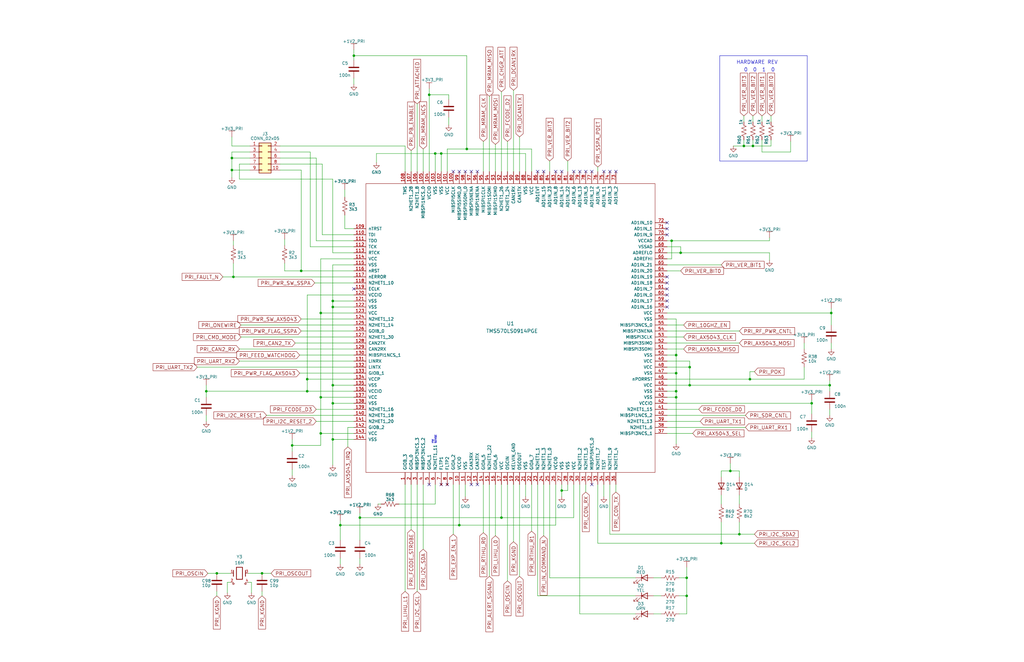
<source format=kicad_sch>
(kicad_sch (version 20230121) (generator eeschema)

  (uuid db7c2df4-9879-469b-8472-f41d7d23638f)

  (paper "USLedger")

  (title_block
    (title "Radiation Tolerant Internal Housekeeping Unit (IHU)")
    (date "2023-08-24")
    (rev "1.2A")
    (company "AMSAT-NA")
    (comment 1 "C. Castillo")
    (comment 2 "Z. Metzinger")
  )

  (lib_symbols
    (symbol "Connector_Generic:Conn_02x05_Odd_Even" (pin_names (offset 1.016) hide) (in_bom yes) (on_board yes)
      (property "Reference" "J" (at 1.27 7.62 0)
        (effects (font (size 1.27 1.27)))
      )
      (property "Value" "Conn_02x05_Odd_Even" (at 1.27 -7.62 0)
        (effects (font (size 1.27 1.27)))
      )
      (property "Footprint" "" (at 0 0 0)
        (effects (font (size 1.27 1.27)) hide)
      )
      (property "Datasheet" "~" (at 0 0 0)
        (effects (font (size 1.27 1.27)) hide)
      )
      (property "ki_keywords" "connector" (at 0 0 0)
        (effects (font (size 1.27 1.27)) hide)
      )
      (property "ki_description" "Generic connector, double row, 02x05, odd/even pin numbering scheme (row 1 odd numbers, row 2 even numbers), script generated (kicad-library-utils/schlib/autogen/connector/)" (at 0 0 0)
        (effects (font (size 1.27 1.27)) hide)
      )
      (property "ki_fp_filters" "Connector*:*_2x??_*" (at 0 0 0)
        (effects (font (size 1.27 1.27)) hide)
      )
      (symbol "Conn_02x05_Odd_Even_1_1"
        (rectangle (start -1.27 -4.953) (end 0 -5.207)
          (stroke (width 0.1524) (type default))
          (fill (type none))
        )
        (rectangle (start -1.27 -2.413) (end 0 -2.667)
          (stroke (width 0.1524) (type default))
          (fill (type none))
        )
        (rectangle (start -1.27 0.127) (end 0 -0.127)
          (stroke (width 0.1524) (type default))
          (fill (type none))
        )
        (rectangle (start -1.27 2.667) (end 0 2.413)
          (stroke (width 0.1524) (type default))
          (fill (type none))
        )
        (rectangle (start -1.27 5.207) (end 0 4.953)
          (stroke (width 0.1524) (type default))
          (fill (type none))
        )
        (rectangle (start -1.27 6.35) (end 3.81 -6.35)
          (stroke (width 0.254) (type default))
          (fill (type background))
        )
        (rectangle (start 3.81 -4.953) (end 2.54 -5.207)
          (stroke (width 0.1524) (type default))
          (fill (type none))
        )
        (rectangle (start 3.81 -2.413) (end 2.54 -2.667)
          (stroke (width 0.1524) (type default))
          (fill (type none))
        )
        (rectangle (start 3.81 0.127) (end 2.54 -0.127)
          (stroke (width 0.1524) (type default))
          (fill (type none))
        )
        (rectangle (start 3.81 2.667) (end 2.54 2.413)
          (stroke (width 0.1524) (type default))
          (fill (type none))
        )
        (rectangle (start 3.81 5.207) (end 2.54 4.953)
          (stroke (width 0.1524) (type default))
          (fill (type none))
        )
        (pin passive line (at -5.08 5.08 0) (length 3.81)
          (name "Pin_1" (effects (font (size 1.27 1.27))))
          (number "1" (effects (font (size 1.27 1.27))))
        )
        (pin passive line (at 7.62 -5.08 180) (length 3.81)
          (name "Pin_10" (effects (font (size 1.27 1.27))))
          (number "10" (effects (font (size 1.27 1.27))))
        )
        (pin passive line (at 7.62 5.08 180) (length 3.81)
          (name "Pin_2" (effects (font (size 1.27 1.27))))
          (number "2" (effects (font (size 1.27 1.27))))
        )
        (pin passive line (at -5.08 2.54 0) (length 3.81)
          (name "Pin_3" (effects (font (size 1.27 1.27))))
          (number "3" (effects (font (size 1.27 1.27))))
        )
        (pin passive line (at 7.62 2.54 180) (length 3.81)
          (name "Pin_4" (effects (font (size 1.27 1.27))))
          (number "4" (effects (font (size 1.27 1.27))))
        )
        (pin passive line (at -5.08 0 0) (length 3.81)
          (name "Pin_5" (effects (font (size 1.27 1.27))))
          (number "5" (effects (font (size 1.27 1.27))))
        )
        (pin passive line (at 7.62 0 180) (length 3.81)
          (name "Pin_6" (effects (font (size 1.27 1.27))))
          (number "6" (effects (font (size 1.27 1.27))))
        )
        (pin passive line (at -5.08 -2.54 0) (length 3.81)
          (name "Pin_7" (effects (font (size 1.27 1.27))))
          (number "7" (effects (font (size 1.27 1.27))))
        )
        (pin passive line (at 7.62 -2.54 180) (length 3.81)
          (name "Pin_8" (effects (font (size 1.27 1.27))))
          (number "8" (effects (font (size 1.27 1.27))))
        )
        (pin passive line (at -5.08 -5.08 0) (length 3.81)
          (name "Pin_9" (effects (font (size 1.27 1.27))))
          (number "9" (effects (font (size 1.27 1.27))))
        )
      )
    )
    (symbol "Device:C" (pin_numbers hide) (pin_names (offset 0.254)) (in_bom yes) (on_board yes)
      (property "Reference" "C" (at 0.635 2.54 0)
        (effects (font (size 1.27 1.27)) (justify left))
      )
      (property "Value" "C" (at 0.635 -2.54 0)
        (effects (font (size 1.27 1.27)) (justify left))
      )
      (property "Footprint" "" (at 0.9652 -3.81 0)
        (effects (font (size 1.27 1.27)) hide)
      )
      (property "Datasheet" "~" (at 0 0 0)
        (effects (font (size 1.27 1.27)) hide)
      )
      (property "ki_keywords" "cap capacitor" (at 0 0 0)
        (effects (font (size 1.27 1.27)) hide)
      )
      (property "ki_description" "Unpolarized capacitor" (at 0 0 0)
        (effects (font (size 1.27 1.27)) hide)
      )
      (property "ki_fp_filters" "C_*" (at 0 0 0)
        (effects (font (size 1.27 1.27)) hide)
      )
      (symbol "C_0_1"
        (polyline
          (pts
            (xy -2.032 -0.762)
            (xy 2.032 -0.762)
          )
          (stroke (width 0.508) (type default))
          (fill (type none))
        )
        (polyline
          (pts
            (xy -2.032 0.762)
            (xy 2.032 0.762)
          )
          (stroke (width 0.508) (type default))
          (fill (type none))
        )
      )
      (symbol "C_1_1"
        (pin passive line (at 0 3.81 270) (length 2.794)
          (name "~" (effects (font (size 1.27 1.27))))
          (number "1" (effects (font (size 1.27 1.27))))
        )
        (pin passive line (at 0 -3.81 90) (length 2.794)
          (name "~" (effects (font (size 1.27 1.27))))
          (number "2" (effects (font (size 1.27 1.27))))
        )
      )
    )
    (symbol "Device:D" (pin_numbers hide) (pin_names (offset 1.016) hide) (in_bom yes) (on_board yes)
      (property "Reference" "D" (at 0 2.54 0)
        (effects (font (size 1.27 1.27)))
      )
      (property "Value" "D" (at 0 -2.54 0)
        (effects (font (size 1.27 1.27)))
      )
      (property "Footprint" "" (at 0 0 0)
        (effects (font (size 1.27 1.27)) hide)
      )
      (property "Datasheet" "~" (at 0 0 0)
        (effects (font (size 1.27 1.27)) hide)
      )
      (property "Sim.Device" "D" (at 0 0 0)
        (effects (font (size 1.27 1.27)) hide)
      )
      (property "Sim.Pins" "1=K 2=A" (at 0 0 0)
        (effects (font (size 1.27 1.27)) hide)
      )
      (property "ki_keywords" "diode" (at 0 0 0)
        (effects (font (size 1.27 1.27)) hide)
      )
      (property "ki_description" "Diode" (at 0 0 0)
        (effects (font (size 1.27 1.27)) hide)
      )
      (property "ki_fp_filters" "TO-???* *_Diode_* *SingleDiode* D_*" (at 0 0 0)
        (effects (font (size 1.27 1.27)) hide)
      )
      (symbol "D_0_1"
        (polyline
          (pts
            (xy -1.27 1.27)
            (xy -1.27 -1.27)
          )
          (stroke (width 0.254) (type default))
          (fill (type none))
        )
        (polyline
          (pts
            (xy 1.27 0)
            (xy -1.27 0)
          )
          (stroke (width 0) (type default))
          (fill (type none))
        )
        (polyline
          (pts
            (xy 1.27 1.27)
            (xy 1.27 -1.27)
            (xy -1.27 0)
            (xy 1.27 1.27)
          )
          (stroke (width 0.254) (type default))
          (fill (type none))
        )
      )
      (symbol "D_1_1"
        (pin passive line (at -3.81 0 0) (length 2.54)
          (name "K" (effects (font (size 1.27 1.27))))
          (number "1" (effects (font (size 1.27 1.27))))
        )
        (pin passive line (at 3.81 0 180) (length 2.54)
          (name "A" (effects (font (size 1.27 1.27))))
          (number "2" (effects (font (size 1.27 1.27))))
        )
      )
    )
    (symbol "Device:LED" (pin_numbers hide) (pin_names (offset 1.016) hide) (in_bom yes) (on_board yes)
      (property "Reference" "D" (at 0 2.54 0)
        (effects (font (size 1.27 1.27)))
      )
      (property "Value" "LED" (at 0 -2.54 0)
        (effects (font (size 1.27 1.27)))
      )
      (property "Footprint" "" (at 0 0 0)
        (effects (font (size 1.27 1.27)) hide)
      )
      (property "Datasheet" "~" (at 0 0 0)
        (effects (font (size 1.27 1.27)) hide)
      )
      (property "ki_keywords" "LED diode" (at 0 0 0)
        (effects (font (size 1.27 1.27)) hide)
      )
      (property "ki_description" "Light emitting diode" (at 0 0 0)
        (effects (font (size 1.27 1.27)) hide)
      )
      (property "ki_fp_filters" "LED* LED_SMD:* LED_THT:*" (at 0 0 0)
        (effects (font (size 1.27 1.27)) hide)
      )
      (symbol "LED_0_1"
        (polyline
          (pts
            (xy -1.27 -1.27)
            (xy -1.27 1.27)
          )
          (stroke (width 0.254) (type default))
          (fill (type none))
        )
        (polyline
          (pts
            (xy -1.27 0)
            (xy 1.27 0)
          )
          (stroke (width 0) (type default))
          (fill (type none))
        )
        (polyline
          (pts
            (xy 1.27 -1.27)
            (xy 1.27 1.27)
            (xy -1.27 0)
            (xy 1.27 -1.27)
          )
          (stroke (width 0.254) (type default))
          (fill (type none))
        )
        (polyline
          (pts
            (xy -3.048 -0.762)
            (xy -4.572 -2.286)
            (xy -3.81 -2.286)
            (xy -4.572 -2.286)
            (xy -4.572 -1.524)
          )
          (stroke (width 0) (type default))
          (fill (type none))
        )
        (polyline
          (pts
            (xy -1.778 -0.762)
            (xy -3.302 -2.286)
            (xy -2.54 -2.286)
            (xy -3.302 -2.286)
            (xy -3.302 -1.524)
          )
          (stroke (width 0) (type default))
          (fill (type none))
        )
      )
      (symbol "LED_1_1"
        (pin passive line (at -3.81 0 0) (length 2.54)
          (name "K" (effects (font (size 1.27 1.27))))
          (number "1" (effects (font (size 1.27 1.27))))
        )
        (pin passive line (at 3.81 0 180) (length 2.54)
          (name "A" (effects (font (size 1.27 1.27))))
          (number "2" (effects (font (size 1.27 1.27))))
        )
      )
    )
    (symbol "Device:R_US" (pin_numbers hide) (pin_names (offset 0)) (in_bom yes) (on_board yes)
      (property "Reference" "R" (at 2.54 0 90)
        (effects (font (size 1.27 1.27)))
      )
      (property "Value" "R_US" (at -2.54 0 90)
        (effects (font (size 1.27 1.27)))
      )
      (property "Footprint" "" (at 1.016 -0.254 90)
        (effects (font (size 1.27 1.27)) hide)
      )
      (property "Datasheet" "~" (at 0 0 0)
        (effects (font (size 1.27 1.27)) hide)
      )
      (property "ki_keywords" "R res resistor" (at 0 0 0)
        (effects (font (size 1.27 1.27)) hide)
      )
      (property "ki_description" "Resistor, US symbol" (at 0 0 0)
        (effects (font (size 1.27 1.27)) hide)
      )
      (property "ki_fp_filters" "R_*" (at 0 0 0)
        (effects (font (size 1.27 1.27)) hide)
      )
      (symbol "R_US_0_1"
        (polyline
          (pts
            (xy 0 -2.286)
            (xy 0 -2.54)
          )
          (stroke (width 0) (type default))
          (fill (type none))
        )
        (polyline
          (pts
            (xy 0 2.286)
            (xy 0 2.54)
          )
          (stroke (width 0) (type default))
          (fill (type none))
        )
        (polyline
          (pts
            (xy 0 -0.762)
            (xy 1.016 -1.143)
            (xy 0 -1.524)
            (xy -1.016 -1.905)
            (xy 0 -2.286)
          )
          (stroke (width 0) (type default))
          (fill (type none))
        )
        (polyline
          (pts
            (xy 0 0.762)
            (xy 1.016 0.381)
            (xy 0 0)
            (xy -1.016 -0.381)
            (xy 0 -0.762)
          )
          (stroke (width 0) (type default))
          (fill (type none))
        )
        (polyline
          (pts
            (xy 0 2.286)
            (xy 1.016 1.905)
            (xy 0 1.524)
            (xy -1.016 1.143)
            (xy 0 0.762)
          )
          (stroke (width 0) (type default))
          (fill (type none))
        )
      )
      (symbol "R_US_1_1"
        (pin passive line (at 0 3.81 270) (length 1.27)
          (name "~" (effects (font (size 1.27 1.27))))
          (number "1" (effects (font (size 1.27 1.27))))
        )
        (pin passive line (at 0 -3.81 90) (length 1.27)
          (name "~" (effects (font (size 1.27 1.27))))
          (number "2" (effects (font (size 1.27 1.27))))
        )
      )
    )
    (symbol "amsat_abracon:Crystal" (pin_names (offset 0.0254) hide) (in_bom yes) (on_board yes)
      (property "Reference" "Y" (at 0 3.81 0)
        (effects (font (size 1.27 1.27)))
      )
      (property "Value" "Crystal" (at 0 -6.096 0)
        (effects (font (size 1.27 1.27)))
      )
      (property "Footprint" "" (at 0 0 0)
        (effects (font (size 1.27 1.27)))
      )
      (property "Datasheet" "" (at 0 0 0)
        (effects (font (size 1.27 1.27)))
      )
      (property "ki_description" "ABM9 4-pin SMT Crystal" (at 0 0 0)
        (effects (font (size 1.27 1.27)) hide)
      )
      (symbol "Crystal_0_1"
        (rectangle (start -1.27 2.54) (end 1.27 -2.54)
          (stroke (width 0.3048) (type solid))
          (fill (type none))
        )
        (polyline
          (pts
            (xy -2.54 -1.27)
            (xy -2.54 1.27)
          )
          (stroke (width 0.3048) (type solid))
          (fill (type none))
        )
        (polyline
          (pts
            (xy 2.54 -1.27)
            (xy 2.54 1.27)
          )
          (stroke (width 0.3048) (type solid))
          (fill (type none))
        )
        (polyline
          (pts
            (xy -2.54 -3.81)
            (xy -2.54 -4.318)
            (xy -3.048 -4.318)
            (xy -2.54 -4.826)
            (xy -2.032 -4.318)
            (xy -2.54 -4.318)
          )
          (stroke (width 0) (type solid))
          (fill (type none))
        )
        (polyline
          (pts
            (xy 2.54 -3.81)
            (xy 2.54 -4.318)
            (xy 2.032 -4.318)
            (xy 2.54 -4.826)
            (xy 3.048 -4.318)
            (xy 2.54 -4.318)
          )
          (stroke (width 0) (type solid))
          (fill (type none))
        )
      )
      (symbol "Crystal_1_1"
        (pin passive line (at -3.81 0 0) (length 1.27)
          (name "1" (effects (font (size 1.016 1.016))))
          (number "1" (effects (font (size 1.016 1.016))))
        )
        (pin passive line (at -3.81 -3.81 0) (length 1.27)
          (name "2" (effects (font (size 1.016 1.016))))
          (number "2" (effects (font (size 1.016 1.016))))
        )
        (pin passive line (at 3.81 0 180) (length 1.27)
          (name "3" (effects (font (size 1.016 1.016))))
          (number "3" (effects (font (size 1.016 1.016))))
        )
        (pin passive line (at 3.81 -3.81 180) (length 1.27)
          (name "4" (effects (font (size 1.016 1.016))))
          (number "4" (effects (font (size 1.016 1.016))))
        )
      )
    )
    (symbol "amsat_discrete:+1V2_PRI" (power) (pin_names (offset 0)) (in_bom yes) (on_board yes)
      (property "Reference" "#PWR" (at 0 -3.81 0)
        (effects (font (size 1.27 1.27)) hide)
      )
      (property "Value" "+1V2_PRI" (at 0 3.556 0)
        (effects (font (size 1.27 1.27)))
      )
      (property "Footprint" "" (at 0 0 0)
        (effects (font (size 1.27 1.27)) hide)
      )
      (property "Datasheet" "" (at 0 0 0)
        (effects (font (size 1.27 1.27)) hide)
      )
      (property "ki_keywords" "Power Flag Symbol" (at 0 0 0)
        (effects (font (size 1.27 1.27)) hide)
      )
      (property "ki_description" "Power Net, Primary, +1.2V" (at 0 0 0)
        (effects (font (size 1.27 1.27)) hide)
      )
      (symbol "+1V2_PRI_0_1"
        (polyline
          (pts
            (xy -1.27 2.54)
            (xy 0 2.54)
          )
          (stroke (width 0) (type solid))
          (fill (type none))
        )
        (polyline
          (pts
            (xy 0 0)
            (xy 0 2.54)
          )
          (stroke (width 0) (type solid))
          (fill (type none))
        )
        (polyline
          (pts
            (xy 0 2.54)
            (xy 1.27 2.54)
          )
          (stroke (width 0) (type solid))
          (fill (type none))
        )
      )
      (symbol "+1V2_PRI_1_1"
        (pin power_in line (at 0 0 90) (length 0) hide
          (name "+1V2_PRI" (effects (font (size 1.27 1.27))))
          (number "1" (effects (font (size 1.27 1.27))))
        )
      )
    )
    (symbol "amsat_discrete:+3V3_PRI" (power) (pin_names (offset 0)) (in_bom yes) (on_board yes)
      (property "Reference" "#PWR" (at 0 -3.81 0)
        (effects (font (size 1.27 1.27)) hide)
      )
      (property "Value" "+3V3_PRI" (at 0 3.556 0)
        (effects (font (size 1.27 1.27)))
      )
      (property "Footprint" "" (at 0 0 0)
        (effects (font (size 1.27 1.27)) hide)
      )
      (property "Datasheet" "" (at 0 0 0)
        (effects (font (size 1.27 1.27)) hide)
      )
      (property "ki_keywords" "Power Flag Symbol" (at 0 0 0)
        (effects (font (size 1.27 1.27)) hide)
      )
      (property "ki_description" "Power Net, Primary, +3.3V" (at 0 0 0)
        (effects (font (size 1.27 1.27)) hide)
      )
      (symbol "+3V3_PRI_0_1"
        (polyline
          (pts
            (xy -1.27 2.54)
            (xy 0 2.54)
          )
          (stroke (width 0) (type solid))
          (fill (type none))
        )
        (polyline
          (pts
            (xy 0 0)
            (xy 0 2.54)
          )
          (stroke (width 0) (type solid))
          (fill (type none))
        )
        (polyline
          (pts
            (xy 0 2.54)
            (xy 1.27 2.54)
          )
          (stroke (width 0) (type solid))
          (fill (type none))
        )
      )
      (symbol "+3V3_PRI_1_1"
        (pin power_in line (at 0 0 90) (length 0) hide
          (name "+3V3_PRI" (effects (font (size 1.27 1.27))))
          (number "1" (effects (font (size 1.27 1.27))))
        )
      )
    )
    (symbol "amsat_ti:TMS570LS0914PGE" (pin_names (offset 1.016)) (in_bom yes) (on_board yes)
      (property "Reference" "U" (at 58.42 -67.31 0)
        (effects (font (size 1.524 1.524)))
      )
      (property "Value" "TMS570LS0914PGE" (at 0 0 0)
        (effects (font (size 1.524 1.524)))
      )
      (property "Footprint" "" (at 0 0 0)
        (effects (font (size 1.524 1.524)) hide)
      )
      (property "Datasheet" "" (at 16.51 -20.32 0)
        (effects (font (size 1.524 1.524)) hide)
      )
      (property "ki_description" "TMS570LS0914 ARM Cortex-R4F Microcontroller" (at 0 0 0)
        (effects (font (size 1.27 1.27)) hide)
      )
      (property "ki_fp_filters" "TQFP" (at 0 0 0)
        (effects (font (size 1.27 1.27)) hide)
      )
      (symbol "TMS570LS0914PGE_0_1"
        (rectangle (start -60.96 -60.96) (end 60.96 60.96)
          (stroke (width 0) (type solid))
          (fill (type none))
        )
      )
      (symbol "TMS570LS0914PGE_1_1"
        (pin bidirectional line (at -44.45 -66.04 90) (length 5.08)
          (name "GIOB_3" (effects (font (size 1.27 1.27))))
          (number "1" (effects (font (size 1.27 1.27))))
        )
        (pin power_in line (at -21.59 -66.04 90) (length 5.08)
          (name "VCCIO" (effects (font (size 1.27 1.27))))
          (number "10" (effects (font (size 1.27 1.27))))
        )
        (pin bidirectional line (at -24.13 66.04 270) (length 5.08)
          (name "MIBSPI5CLK" (effects (font (size 1.27 1.27))))
          (number "100" (effects (font (size 1.27 1.27))))
        )
        (pin input line (at -26.67 66.04 270) (length 5.08)
          (name "VCC" (effects (font (size 1.27 1.27))))
          (number "101" (effects (font (size 1.27 1.27))))
        )
        (pin input line (at -29.21 66.04 270) (length 5.08)
          (name "VSS" (effects (font (size 1.27 1.27))))
          (number "102" (effects (font (size 1.27 1.27))))
        )
        (pin input line (at -31.75 66.04 270) (length 5.08)
          (name "VSS" (effects (font (size 1.27 1.27))))
          (number "103" (effects (font (size 1.27 1.27))))
        )
        (pin input line (at -34.29 66.04 270) (length 5.08)
          (name "VCCIO" (effects (font (size 1.27 1.27))))
          (number "104" (effects (font (size 1.27 1.27))))
        )
        (pin bidirectional line (at -36.83 66.04 270) (length 5.08)
          (name "MIBSPI1NCS_0" (effects (font (size 1.27 1.27))))
          (number "105" (effects (font (size 1.27 1.27))))
        )
        (pin bidirectional line (at -39.37 66.04 270) (length 5.08)
          (name "N2HET1_8" (effects (font (size 1.27 1.27))))
          (number "106" (effects (font (size 1.27 1.27))))
        )
        (pin bidirectional line (at -41.91 66.04 270) (length 5.08)
          (name "N2HET1_28" (effects (font (size 1.27 1.27))))
          (number "107" (effects (font (size 1.27 1.27))))
        )
        (pin input line (at -44.45 66.04 270) (length 5.08)
          (name "TMS" (effects (font (size 1.27 1.27))))
          (number "108" (effects (font (size 1.27 1.27))))
        )
        (pin input line (at -66.04 41.91 0) (length 5.08)
          (name "nTRST" (effects (font (size 1.27 1.27))))
          (number "109" (effects (font (size 1.27 1.27))))
        )
        (pin passive line (at -19.05 -66.04 90) (length 5.08)
          (name "VSS" (effects (font (size 1.27 1.27))))
          (number "11" (effects (font (size 1.27 1.27))))
        )
        (pin input line (at -66.04 39.37 0) (length 5.08)
          (name "TDI" (effects (font (size 1.27 1.27))))
          (number "110" (effects (font (size 1.27 1.27))))
        )
        (pin output line (at -66.04 36.83 0) (length 5.08)
          (name "TDO" (effects (font (size 1.27 1.27))))
          (number "111" (effects (font (size 1.27 1.27))))
        )
        (pin input line (at -66.04 34.29 0) (length 5.08)
          (name "TCK" (effects (font (size 1.27 1.27))))
          (number "112" (effects (font (size 1.27 1.27))))
        )
        (pin output line (at -66.04 31.75 0) (length 5.08)
          (name "RTCK" (effects (font (size 1.27 1.27))))
          (number "113" (effects (font (size 1.27 1.27))))
        )
        (pin input line (at -66.04 29.21 0) (length 5.08)
          (name "VCC" (effects (font (size 1.27 1.27))))
          (number "114" (effects (font (size 1.27 1.27))))
        )
        (pin input line (at -66.04 26.67 0) (length 5.08)
          (name "VSS" (effects (font (size 1.27 1.27))))
          (number "115" (effects (font (size 1.27 1.27))))
        )
        (pin input line (at -66.04 24.13 0) (length 5.08)
          (name "nRST" (effects (font (size 1.27 1.27))))
          (number "116" (effects (font (size 1.27 1.27))))
        )
        (pin open_collector line (at -66.04 21.59 0) (length 5.08)
          (name "nERROR" (effects (font (size 1.27 1.27))))
          (number "117" (effects (font (size 1.27 1.27))))
        )
        (pin bidirectional line (at -66.04 19.05 0) (length 5.08)
          (name "N2HET1_10" (effects (font (size 1.27 1.27))))
          (number "118" (effects (font (size 1.27 1.27))))
        )
        (pin input line (at -66.04 16.51 0) (length 5.08)
          (name "ECLK" (effects (font (size 1.27 1.27))))
          (number "119" (effects (font (size 1.27 1.27))))
        )
        (pin input line (at -16.51 -66.04 90) (length 5.08)
          (name "CAN3RX" (effects (font (size 1.27 1.27))))
          (number "12" (effects (font (size 1.27 1.27))))
        )
        (pin input line (at -66.04 13.97 0) (length 5.08)
          (name "VCCIO" (effects (font (size 1.27 1.27))))
          (number "120" (effects (font (size 1.27 1.27))))
        )
        (pin input line (at -66.04 11.43 0) (length 5.08)
          (name "VSS" (effects (font (size 1.27 1.27))))
          (number "121" (effects (font (size 1.27 1.27))))
        )
        (pin input line (at -66.04 8.89 0) (length 5.08)
          (name "VSS" (effects (font (size 1.27 1.27))))
          (number "122" (effects (font (size 1.27 1.27))))
        )
        (pin input line (at -66.04 6.35 0) (length 5.08)
          (name "VCC" (effects (font (size 1.27 1.27))))
          (number "123" (effects (font (size 1.27 1.27))))
        )
        (pin bidirectional line (at -66.04 3.81 0) (length 5.08)
          (name "N2HET1_12" (effects (font (size 1.27 1.27))))
          (number "124" (effects (font (size 1.27 1.27))))
        )
        (pin bidirectional line (at -66.04 1.27 0) (length 5.08)
          (name "N2HET1_14" (effects (font (size 1.27 1.27))))
          (number "125" (effects (font (size 1.27 1.27))))
        )
        (pin bidirectional line (at -66.04 -1.27 0) (length 5.08)
          (name "GOIB_0" (effects (font (size 1.27 1.27))))
          (number "126" (effects (font (size 1.27 1.27))))
        )
        (pin bidirectional line (at -66.04 -3.81 0) (length 5.08)
          (name "N2HET1_30" (effects (font (size 1.27 1.27))))
          (number "127" (effects (font (size 1.27 1.27))))
        )
        (pin output line (at -66.04 -6.35 0) (length 5.08)
          (name "CAN2TX" (effects (font (size 1.27 1.27))))
          (number "128" (effects (font (size 1.27 1.27))))
        )
        (pin input line (at -66.04 -8.89 0) (length 5.08)
          (name "CAN2RX" (effects (font (size 1.27 1.27))))
          (number "129" (effects (font (size 1.27 1.27))))
        )
        (pin output line (at -13.97 -66.04 90) (length 5.08)
          (name "CAN3TX" (effects (font (size 1.27 1.27))))
          (number "13" (effects (font (size 1.27 1.27))))
        )
        (pin bidirectional line (at -66.04 -11.43 0) (length 5.08)
          (name "MIBSPI1NCS_1" (effects (font (size 1.27 1.27))))
          (number "130" (effects (font (size 1.27 1.27))))
        )
        (pin input line (at -66.04 -13.97 0) (length 5.08)
          (name "LINRX" (effects (font (size 1.27 1.27))))
          (number "131" (effects (font (size 1.27 1.27))))
        )
        (pin output line (at -66.04 -16.51 0) (length 5.08)
          (name "LINTX" (effects (font (size 1.27 1.27))))
          (number "132" (effects (font (size 1.27 1.27))))
        )
        (pin bidirectional line (at -66.04 -19.05 0) (length 5.08)
          (name "GIOB_1" (effects (font (size 1.27 1.27))))
          (number "133" (effects (font (size 1.27 1.27))))
        )
        (pin input line (at -66.04 -21.59 0) (length 5.08)
          (name "VCCP" (effects (font (size 1.27 1.27))))
          (number "134" (effects (font (size 1.27 1.27))))
        )
        (pin input line (at -66.04 -24.13 0) (length 5.08)
          (name "VSS" (effects (font (size 1.27 1.27))))
          (number "135" (effects (font (size 1.27 1.27))))
        )
        (pin input line (at -66.04 -26.67 0) (length 5.08)
          (name "VCCIO" (effects (font (size 1.27 1.27))))
          (number "136" (effects (font (size 1.27 1.27))))
        )
        (pin input line (at -66.04 -29.21 0) (length 5.08)
          (name "VCC" (effects (font (size 1.27 1.27))))
          (number "137" (effects (font (size 1.27 1.27))))
        )
        (pin input line (at -66.04 -31.75 0) (length 5.08)
          (name "VSS" (effects (font (size 1.27 1.27))))
          (number "138" (effects (font (size 1.27 1.27))))
        )
        (pin bidirectional line (at -66.04 -34.29 0) (length 5.08)
          (name "N2HET1_16" (effects (font (size 1.27 1.27))))
          (number "139" (effects (font (size 1.27 1.27))))
        )
        (pin bidirectional line (at -11.43 -66.04 90) (length 5.08)
          (name "GIOA_5" (effects (font (size 1.27 1.27))))
          (number "14" (effects (font (size 1.27 1.27))))
        )
        (pin bidirectional line (at -66.04 -36.83 0) (length 5.08)
          (name "N2HET1_18" (effects (font (size 1.27 1.27))))
          (number "140" (effects (font (size 1.27 1.27))))
        )
        (pin bidirectional line (at -66.04 -39.37 0) (length 5.08)
          (name "N2HET1_20" (effects (font (size 1.27 1.27))))
          (number "141" (effects (font (size 1.27 1.27))))
        )
        (pin bidirectional line (at -66.04 -41.91 0) (length 5.08)
          (name "GIOB_2" (effects (font (size 1.27 1.27))))
          (number "142" (effects (font (size 1.27 1.27))))
        )
        (pin input line (at -66.04 -44.45 0) (length 5.08)
          (name "VCC" (effects (font (size 1.27 1.27))))
          (number "143" (effects (font (size 1.27 1.27))))
        )
        (pin input line (at -66.04 -46.99 0) (length 5.08)
          (name "VSS" (effects (font (size 1.27 1.27))))
          (number "144" (effects (font (size 1.27 1.27))))
        )
        (pin bidirectional line (at -8.89 -66.04 90) (length 5.08)
          (name "N2HET1_22" (effects (font (size 1.27 1.27))))
          (number "15" (effects (font (size 1.27 1.27))))
        )
        (pin bidirectional line (at -6.35 -66.04 90) (length 5.08)
          (name "GIOA_6" (effects (font (size 1.27 1.27))))
          (number "16" (effects (font (size 1.27 1.27))))
        )
        (pin power_in line (at -3.81 -66.04 90) (length 5.08)
          (name "VCC" (effects (font (size 1.27 1.27))))
          (number "17" (effects (font (size 1.27 1.27))))
        )
        (pin passive line (at -1.27 -66.04 90) (length 5.08)
          (name "OSCIN" (effects (font (size 1.27 1.27))))
          (number "18" (effects (font (size 1.27 1.27))))
        )
        (pin passive line (at 1.27 -66.04 90) (length 5.08)
          (name "KELVIN_GND" (effects (font (size 1.27 1.27))))
          (number "19" (effects (font (size 1.27 1.27))))
        )
        (pin bidirectional line (at -41.91 -66.04 90) (length 5.08)
          (name "GIOA_0" (effects (font (size 1.27 1.27))))
          (number "2" (effects (font (size 1.27 1.27))))
        )
        (pin passive line (at 3.81 -66.04 90) (length 5.08)
          (name "OSCOUT" (effects (font (size 1.27 1.27))))
          (number "20" (effects (font (size 1.27 1.27))))
        )
        (pin passive line (at 6.35 -66.04 90) (length 5.08)
          (name "VSS" (effects (font (size 1.27 1.27))))
          (number "21" (effects (font (size 1.27 1.27))))
        )
        (pin bidirectional line (at 8.89 -66.04 90) (length 5.08)
          (name "GIOA_7" (effects (font (size 1.27 1.27))))
          (number "22" (effects (font (size 1.27 1.27))))
        )
        (pin bidirectional line (at 11.43 -66.04 90) (length 5.08)
          (name "N2HET1_1" (effects (font (size 1.27 1.27))))
          (number "23" (effects (font (size 1.27 1.27))))
        )
        (pin bidirectional line (at 13.97 -66.04 90) (length 5.08)
          (name "N2HET1_3" (effects (font (size 1.27 1.27))))
          (number "24" (effects (font (size 1.27 1.27))))
        )
        (pin bidirectional line (at 16.51 -66.04 90) (length 5.08)
          (name "N2HET1_0" (effects (font (size 1.27 1.27))))
          (number "25" (effects (font (size 1.27 1.27))))
        )
        (pin power_in line (at 19.05 -66.04 90) (length 5.08)
          (name "VCCIO" (effects (font (size 1.27 1.27))))
          (number "26" (effects (font (size 1.27 1.27))))
        )
        (pin passive line (at 21.59 -66.04 90) (length 5.08)
          (name "VSS" (effects (font (size 1.27 1.27))))
          (number "27" (effects (font (size 1.27 1.27))))
        )
        (pin passive line (at 24.13 -66.04 90) (length 5.08)
          (name "VSS" (effects (font (size 1.27 1.27))))
          (number "28" (effects (font (size 1.27 1.27))))
        )
        (pin power_in line (at 26.67 -66.04 90) (length 5.08)
          (name "VCC" (effects (font (size 1.27 1.27))))
          (number "29" (effects (font (size 1.27 1.27))))
        )
        (pin bidirectional line (at -39.37 -66.04 90) (length 5.08)
          (name "MIBSPI3NCS_3" (effects (font (size 1.27 1.27))))
          (number "3" (effects (font (size 1.27 1.27))))
        )
        (pin bidirectional line (at 29.21 -66.04 90) (length 5.08)
          (name "N2HET1_2" (effects (font (size 1.27 1.27))))
          (number "30" (effects (font (size 1.27 1.27))))
        )
        (pin bidirectional line (at 31.75 -66.04 90) (length 5.08)
          (name "N2HET1_5" (effects (font (size 1.27 1.27))))
          (number "31" (effects (font (size 1.27 1.27))))
        )
        (pin bidirectional line (at 34.29 -66.04 90) (length 5.08)
          (name "MIBSPI5NCS_0" (effects (font (size 1.27 1.27))))
          (number "32" (effects (font (size 1.27 1.27))))
        )
        (pin bidirectional line (at 36.83 -66.04 90) (length 5.08)
          (name "N2HET1_7" (effects (font (size 1.27 1.27))))
          (number "33" (effects (font (size 1.27 1.27))))
        )
        (pin input line (at 39.37 -66.04 90) (length 5.08)
          (name "TEST" (effects (font (size 1.27 1.27))))
          (number "34" (effects (font (size 1.27 1.27))))
        )
        (pin bidirectional line (at 41.91 -66.04 90) (length 5.08)
          (name "N2HET1_9" (effects (font (size 1.27 1.27))))
          (number "35" (effects (font (size 1.27 1.27))))
        )
        (pin bidirectional line (at 44.45 -66.04 90) (length 5.08)
          (name "N2HET1_4" (effects (font (size 1.27 1.27))))
          (number "36" (effects (font (size 1.27 1.27))))
        )
        (pin bidirectional line (at 66.04 -44.45 180) (length 5.08)
          (name "MIBSPI3NCS_1" (effects (font (size 1.27 1.27))))
          (number "37" (effects (font (size 1.27 1.27))))
        )
        (pin bidirectional line (at 66.04 -41.91 180) (length 5.08)
          (name "N2HET1_6" (effects (font (size 1.27 1.27))))
          (number "38" (effects (font (size 1.27 1.27))))
        )
        (pin bidirectional line (at 66.04 -39.37 180) (length 5.08)
          (name "N2HET1_13" (effects (font (size 1.27 1.27))))
          (number "39" (effects (font (size 1.27 1.27))))
        )
        (pin bidirectional line (at -36.83 -66.04 90) (length 5.08)
          (name "MIBSPI3NCS_2" (effects (font (size 1.27 1.27))))
          (number "4" (effects (font (size 1.27 1.27))))
        )
        (pin bidirectional line (at 66.04 -36.83 180) (length 5.08)
          (name "MIBSPI1NCS_2" (effects (font (size 1.27 1.27))))
          (number "40" (effects (font (size 1.27 1.27))))
        )
        (pin bidirectional line (at 66.04 -34.29 180) (length 5.08)
          (name "N2HET1_15" (effects (font (size 1.27 1.27))))
          (number "41" (effects (font (size 1.27 1.27))))
        )
        (pin power_in line (at 66.04 -31.75 180) (length 5.08)
          (name "VCCIO" (effects (font (size 1.27 1.27))))
          (number "42" (effects (font (size 1.27 1.27))))
        )
        (pin input line (at 66.04 -29.21 180) (length 5.08)
          (name "VSS" (effects (font (size 1.27 1.27))))
          (number "43" (effects (font (size 1.27 1.27))))
        )
        (pin input line (at 66.04 -26.67 180) (length 5.08)
          (name "VSS" (effects (font (size 1.27 1.27))))
          (number "44" (effects (font (size 1.27 1.27))))
        )
        (pin input line (at 66.04 -24.13 180) (length 5.08)
          (name "VCC" (effects (font (size 1.27 1.27))))
          (number "45" (effects (font (size 1.27 1.27))))
        )
        (pin input line (at 66.04 -21.59 180) (length 5.08)
          (name "nPORRST" (effects (font (size 1.27 1.27))))
          (number "46" (effects (font (size 1.27 1.27))))
        )
        (pin input line (at 66.04 -19.05 180) (length 5.08)
          (name "VSS" (effects (font (size 1.27 1.27))))
          (number "47" (effects (font (size 1.27 1.27))))
        )
        (pin input line (at 66.04 -16.51 180) (length 5.08)
          (name "VCC" (effects (font (size 1.27 1.27))))
          (number "48" (effects (font (size 1.27 1.27))))
        )
        (pin input line (at 66.04 -13.97 180) (length 5.08)
          (name "VCC" (effects (font (size 1.27 1.27))))
          (number "49" (effects (font (size 1.27 1.27))))
        )
        (pin bidirectional line (at -34.29 -66.04 90) (length 5.08)
          (name "GIOA_1" (effects (font (size 1.27 1.27))))
          (number "5" (effects (font (size 1.27 1.27))))
        )
        (pin input line (at 66.04 -11.43 180) (length 5.08)
          (name "VSS" (effects (font (size 1.27 1.27))))
          (number "50" (effects (font (size 1.27 1.27))))
        )
        (pin bidirectional line (at 66.04 -8.89 180) (length 5.08)
          (name "MIBSPI3SOMI" (effects (font (size 1.27 1.27))))
          (number "51" (effects (font (size 1.27 1.27))))
        )
        (pin bidirectional line (at 66.04 -6.35 180) (length 5.08)
          (name "MIBSPI3SIMO" (effects (font (size 1.27 1.27))))
          (number "52" (effects (font (size 1.27 1.27))))
        )
        (pin bidirectional line (at 66.04 -3.81 180) (length 5.08)
          (name "MIBSPI3CLK" (effects (font (size 1.27 1.27))))
          (number "53" (effects (font (size 1.27 1.27))))
        )
        (pin bidirectional line (at 66.04 -1.27 180) (length 5.08)
          (name "MIBSPI3NENA" (effects (font (size 1.27 1.27))))
          (number "54" (effects (font (size 1.27 1.27))))
        )
        (pin bidirectional line (at 66.04 1.27 180) (length 5.08)
          (name "MIBSPI3NCS_0" (effects (font (size 1.27 1.27))))
          (number "55" (effects (font (size 1.27 1.27))))
        )
        (pin input line (at 66.04 3.81 180) (length 5.08)
          (name "VSS" (effects (font (size 1.27 1.27))))
          (number "56" (effects (font (size 1.27 1.27))))
        )
        (pin input line (at 66.04 6.35 180) (length 5.08)
          (name "VCC" (effects (font (size 1.27 1.27))))
          (number "57" (effects (font (size 1.27 1.27))))
        )
        (pin bidirectional line (at 66.04 8.89 180) (length 5.08)
          (name "AD1IN_16" (effects (font (size 1.27 1.27))))
          (number "58" (effects (font (size 1.27 1.27))))
        )
        (pin bidirectional line (at 66.04 11.43 180) (length 5.08)
          (name "AD1IN_17" (effects (font (size 1.27 1.27))))
          (number "59" (effects (font (size 1.27 1.27))))
        )
        (pin bidirectional line (at -31.75 -66.04 90) (length 5.08)
          (name "N2HET1_11" (effects (font (size 1.27 1.27))))
          (number "6" (effects (font (size 1.27 1.27))))
        )
        (pin bidirectional line (at 66.04 13.97 180) (length 5.08)
          (name "AD1IN_0" (effects (font (size 1.27 1.27))))
          (number "60" (effects (font (size 1.27 1.27))))
        )
        (pin bidirectional line (at 66.04 16.51 180) (length 5.08)
          (name "AD1IN_7" (effects (font (size 1.27 1.27))))
          (number "61" (effects (font (size 1.27 1.27))))
        )
        (pin bidirectional line (at 66.04 19.05 180) (length 5.08)
          (name "AD1IN_18" (effects (font (size 1.27 1.27))))
          (number "62" (effects (font (size 1.27 1.27))))
        )
        (pin bidirectional line (at 66.04 21.59 180) (length 5.08)
          (name "AD1IN_19" (effects (font (size 1.27 1.27))))
          (number "63" (effects (font (size 1.27 1.27))))
        )
        (pin bidirectional line (at 66.04 24.13 180) (length 5.08)
          (name "AD1IN_20" (effects (font (size 1.27 1.27))))
          (number "64" (effects (font (size 1.27 1.27))))
        )
        (pin bidirectional line (at 66.04 26.67 180) (length 5.08)
          (name "AD1IN_21" (effects (font (size 1.27 1.27))))
          (number "65" (effects (font (size 1.27 1.27))))
        )
        (pin input line (at 66.04 29.21 180) (length 5.08)
          (name "ADREFHI" (effects (font (size 1.27 1.27))))
          (number "66" (effects (font (size 1.27 1.27))))
        )
        (pin input line (at 66.04 31.75 180) (length 5.08)
          (name "ADREFLO" (effects (font (size 1.27 1.27))))
          (number "67" (effects (font (size 1.27 1.27))))
        )
        (pin input line (at 66.04 34.29 180) (length 5.08)
          (name "VSSAD" (effects (font (size 1.27 1.27))))
          (number "68" (effects (font (size 1.27 1.27))))
        )
        (pin input line (at 66.04 36.83 180) (length 5.08)
          (name "VCCAD" (effects (font (size 1.27 1.27))))
          (number "69" (effects (font (size 1.27 1.27))))
        )
        (pin no_connect line (at -29.21 -66.04 90) (length 5.08)
          (name "FLTP1" (effects (font (size 1.27 1.27))))
          (number "7" (effects (font (size 1.27 1.27))))
        )
        (pin bidirectional line (at 66.04 39.37 180) (length 5.08)
          (name "AD1IN_9" (effects (font (size 1.27 1.27))))
          (number "70" (effects (font (size 1.27 1.27))))
        )
        (pin bidirectional line (at 66.04 41.91 180) (length 5.08)
          (name "AD1IN_1" (effects (font (size 1.27 1.27))))
          (number "71" (effects (font (size 1.27 1.27))))
        )
        (pin bidirectional line (at 66.04 44.45 180) (length 5.08)
          (name "AD1IN_10" (effects (font (size 1.27 1.27))))
          (number "72" (effects (font (size 1.27 1.27))))
        )
        (pin bidirectional line (at 44.45 66.04 270) (length 5.08)
          (name "AD1IN_2" (effects (font (size 1.27 1.27))))
          (number "73" (effects (font (size 1.27 1.27))))
        )
        (pin bidirectional line (at 41.91 66.04 270) (length 5.08)
          (name "AD1IN_3" (effects (font (size 1.27 1.27))))
          (number "74" (effects (font (size 1.27 1.27))))
        )
        (pin bidirectional line (at 39.37 66.04 270) (length 5.08)
          (name "AD1IN_11" (effects (font (size 1.27 1.27))))
          (number "75" (effects (font (size 1.27 1.27))))
        )
        (pin bidirectional line (at 36.83 66.04 270) (length 5.08)
          (name "AD1IN_4" (effects (font (size 1.27 1.27))))
          (number "76" (effects (font (size 1.27 1.27))))
        )
        (pin bidirectional line (at 34.29 66.04 270) (length 5.08)
          (name "AD1IN_12" (effects (font (size 1.27 1.27))))
          (number "77" (effects (font (size 1.27 1.27))))
        )
        (pin bidirectional line (at 31.75 66.04 270) (length 5.08)
          (name "AD1IN_5" (effects (font (size 1.27 1.27))))
          (number "78" (effects (font (size 1.27 1.27))))
        )
        (pin bidirectional line (at 29.21 66.04 270) (length 5.08)
          (name "AD1IN_13" (effects (font (size 1.27 1.27))))
          (number "79" (effects (font (size 1.27 1.27))))
        )
        (pin no_connect line (at -26.67 -66.04 90) (length 5.08)
          (name "FLTP2" (effects (font (size 1.27 1.27))))
          (number "8" (effects (font (size 1.27 1.27))))
        )
        (pin bidirectional line (at 26.67 66.04 270) (length 5.08)
          (name "AD1IN_6" (effects (font (size 1.27 1.27))))
          (number "80" (effects (font (size 1.27 1.27))))
        )
        (pin bidirectional line (at 24.13 66.04 270) (length 5.08)
          (name "AD1IN_22" (effects (font (size 1.27 1.27))))
          (number "81" (effects (font (size 1.27 1.27))))
        )
        (pin bidirectional line (at 21.59 66.04 270) (length 5.08)
          (name "AD1IN_14" (effects (font (size 1.27 1.27))))
          (number "82" (effects (font (size 1.27 1.27))))
        )
        (pin bidirectional line (at 19.05 66.04 270) (length 5.08)
          (name "AD1IN_8" (effects (font (size 1.27 1.27))))
          (number "83" (effects (font (size 1.27 1.27))))
        )
        (pin bidirectional line (at 16.51 66.04 270) (length 5.08)
          (name "AD1IN_23" (effects (font (size 1.27 1.27))))
          (number "84" (effects (font (size 1.27 1.27))))
        )
        (pin bidirectional line (at 13.97 66.04 270) (length 5.08)
          (name "AD1IN_15" (effects (font (size 1.27 1.27))))
          (number "85" (effects (font (size 1.27 1.27))))
        )
        (pin bidirectional line (at 11.43 66.04 270) (length 5.08)
          (name "AD1EVT" (effects (font (size 1.27 1.27))))
          (number "86" (effects (font (size 1.27 1.27))))
        )
        (pin input line (at 8.89 66.04 270) (length 5.08)
          (name "VCC" (effects (font (size 1.27 1.27))))
          (number "87" (effects (font (size 1.27 1.27))))
        )
        (pin input line (at 6.35 66.04 270) (length 5.08)
          (name "VSS" (effects (font (size 1.27 1.27))))
          (number "88" (effects (font (size 1.27 1.27))))
        )
        (pin output line (at 3.81 66.04 270) (length 5.08)
          (name "CAN1TX" (effects (font (size 1.27 1.27))))
          (number "89" (effects (font (size 1.27 1.27))))
        )
        (pin bidirectional line (at -24.13 -66.04 90) (length 5.08)
          (name "GIOA_2" (effects (font (size 1.27 1.27))))
          (number "9" (effects (font (size 1.27 1.27))))
        )
        (pin input line (at 1.27 66.04 270) (length 5.08)
          (name "CAN1RX" (effects (font (size 1.27 1.27))))
          (number "90" (effects (font (size 1.27 1.27))))
        )
        (pin bidirectional line (at -1.27 66.04 270) (length 5.08)
          (name "N2HET1_24" (effects (font (size 1.27 1.27))))
          (number "91" (effects (font (size 1.27 1.27))))
        )
        (pin bidirectional line (at -3.81 66.04 270) (length 5.08)
          (name "N2HET1_26" (effects (font (size 1.27 1.27))))
          (number "92" (effects (font (size 1.27 1.27))))
        )
        (pin bidirectional line (at -6.35 66.04 270) (length 5.08)
          (name "MIBSPI1SIMO" (effects (font (size 1.27 1.27))))
          (number "93" (effects (font (size 1.27 1.27))))
        )
        (pin bidirectional line (at -8.89 66.04 270) (length 5.08)
          (name "MIBSPI1SOMI" (effects (font (size 1.27 1.27))))
          (number "94" (effects (font (size 1.27 1.27))))
        )
        (pin bidirectional line (at -11.43 66.04 270) (length 5.08)
          (name "MIBSPI1CLK" (effects (font (size 1.27 1.27))))
          (number "95" (effects (font (size 1.27 1.27))))
        )
        (pin bidirectional line (at -13.97 66.04 270) (length 5.08)
          (name "MIBSPI1NENA" (effects (font (size 1.27 1.27))))
          (number "96" (effects (font (size 1.27 1.27))))
        )
        (pin bidirectional line (at -16.51 66.04 270) (length 5.08)
          (name "MIBSPI5NENA" (effects (font (size 1.27 1.27))))
          (number "97" (effects (font (size 1.27 1.27))))
        )
        (pin bidirectional line (at -19.05 66.04 270) (length 5.08)
          (name "MIBSPI5SOMI_0" (effects (font (size 1.27 1.27))))
          (number "98" (effects (font (size 1.27 1.27))))
        )
        (pin bidirectional line (at -21.59 66.04 270) (length 5.08)
          (name "MIBSPI5SIMO_0" (effects (font (size 1.27 1.27))))
          (number "99" (effects (font (size 1.27 1.27))))
        )
      )
    )
    (symbol "power:GND" (power) (pin_names (offset 0)) (in_bom yes) (on_board yes)
      (property "Reference" "#PWR" (at 0 -6.35 0)
        (effects (font (size 1.27 1.27)) hide)
      )
      (property "Value" "GND" (at 0 -3.81 0)
        (effects (font (size 1.27 1.27)))
      )
      (property "Footprint" "" (at 0 0 0)
        (effects (font (size 1.27 1.27)) hide)
      )
      (property "Datasheet" "" (at 0 0 0)
        (effects (font (size 1.27 1.27)) hide)
      )
      (property "ki_keywords" "global power" (at 0 0 0)
        (effects (font (size 1.27 1.27)) hide)
      )
      (property "ki_description" "Power symbol creates a global label with name \"GND\" , ground" (at 0 0 0)
        (effects (font (size 1.27 1.27)) hide)
      )
      (symbol "GND_0_1"
        (polyline
          (pts
            (xy 0 0)
            (xy 0 -1.27)
            (xy 1.27 -1.27)
            (xy 0 -2.54)
            (xy -1.27 -1.27)
            (xy 0 -1.27)
          )
          (stroke (width 0) (type default))
          (fill (type none))
        )
      )
      (symbol "GND_1_1"
        (pin power_in line (at 0 0 270) (length 0) hide
          (name "GND" (effects (font (size 1.27 1.27))))
          (number "1" (effects (font (size 1.27 1.27))))
        )
      )
    )
  )

  (junction (at 285.115 165.1) (diameter 0) (color 0 0 0 0)
    (uuid 04680490-6ba1-4c31-9753-954a66e44964)
  )
  (junction (at 186.055 64.77) (diameter 0) (color 0 0 0 0)
    (uuid 061249dc-2da9-438d-9da4-43c35f1fac8c)
  )
  (junction (at 110.49 241.935) (diameter 0) (color 0 0 0 0)
    (uuid 0f9288d5-3d5b-4dd1-8b7f-30a60b0c70c8)
  )
  (junction (at 129.54 160.02) (diameter 0) (color 0 0 0 0)
    (uuid 14cea641-08f5-4abc-b2e5-d0d161b3c18b)
  )
  (junction (at 135.255 132.08) (diameter 0) (color 0 0 0 0)
    (uuid 1aad20c1-bc34-4d2e-a619-efd4a7884332)
  )
  (junction (at 97.79 71.755) (diameter 0) (color 0 0 0 0)
    (uuid 20e88a0a-156a-4eec-9d8e-3bb41c91f506)
  )
  (junction (at 140.335 127) (diameter 0) (color 0 0 0 0)
    (uuid 23fa518f-8920-4b1e-a3bd-67b11aa231e1)
  )
  (junction (at 193.675 221.615) (diameter 0) (color 0 0 0 0)
    (uuid 2501223b-8b4a-48c2-aef6-4ef57ec250fb)
  )
  (junction (at 143.51 221.615) (diameter 0) (color 0 0 0 0)
    (uuid 32608355-ed53-492f-8236-a49110c5544a)
  )
  (junction (at 98.425 116.84) (diameter 0) (color 0 0 0 0)
    (uuid 33a866ce-4db4-4459-a444-7214e0b01b8d)
  )
  (junction (at 91.44 241.935) (diameter 0) (color 0 0 0 0)
    (uuid 35d41422-79ad-4b6a-8574-3f536cde2441)
  )
  (junction (at 283.21 101.6) (diameter 0) (color 0 0 0 0)
    (uuid 37f972e6-7333-4d1c-a8f1-12e65d01f98c)
  )
  (junction (at 140.335 129.54) (diameter 0) (color 0 0 0 0)
    (uuid 3c1f6771-179a-4520-b17a-d5f49ab50e43)
  )
  (junction (at 180.975 40.005) (diameter 0) (color 0 0 0 0)
    (uuid 442a46cd-6ebe-42a6-b2fd-4d1952d30ca5)
  )
  (junction (at 307.975 198.755) (diameter 0) (color 0 0 0 0)
    (uuid 469f21ae-28d4-4a5d-b915-7e95b4450b0f)
  )
  (junction (at 316.23 160.02) (diameter 0) (color 0 0 0 0)
    (uuid 548f7e3d-814f-4803-ba07-792b3ceb75a7)
  )
  (junction (at 287.02 106.68) (diameter 0) (color 0 0 0 0)
    (uuid 58521686-189d-48ac-8595-b02870823671)
  )
  (junction (at 285.115 157.48) (diameter 0) (color 0 0 0 0)
    (uuid 5d141b6e-2099-4a26-8af6-84b49a9e4796)
  )
  (junction (at 285.115 167.64) (diameter 0) (color 0 0 0 0)
    (uuid 6593715c-14ab-4811-9e02-d8d5e67cc4df)
  )
  (junction (at 313.69 61.595) (diameter 0) (color 0 0 0 0)
    (uuid 69f449fa-727f-42bc-8a79-882ed3ecc352)
  )
  (junction (at 350.52 132.08) (diameter 0) (color 0 0 0 0)
    (uuid 6cbb8f6b-a85a-4475-81ee-96835774eb24)
  )
  (junction (at 151.765 218.44) (diameter 0) (color 0 0 0 0)
    (uuid 719d5b67-53b9-4f07-a0a6-46e1805520fa)
  )
  (junction (at 86.995 165.1) (diameter 0) (color 0 0 0 0)
    (uuid 7c0ab34b-d976-4ca4-83b8-b20c994effb0)
  )
  (junction (at 311.785 225.425) (diameter 0) (color 0 0 0 0)
    (uuid 7c15e6d5-b5f8-4d45-82db-bd65a3666b75)
  )
  (junction (at 97.79 66.675) (diameter 0) (color 0 0 0 0)
    (uuid 7dab7af7-ec3b-40d1-9cdb-99e001da1375)
  )
  (junction (at 289.56 243.84) (diameter 0) (color 0 0 0 0)
    (uuid 82e63c35-f492-4d1b-b620-2c28707ebef0)
  )
  (junction (at 196.85 62.865) (diameter 0) (color 0 0 0 0)
    (uuid 82f833ef-4ce1-4997-95e4-6e225f8efca0)
  )
  (junction (at 140.335 185.42) (diameter 0) (color 0 0 0 0)
    (uuid 82fb5195-5758-499b-9416-28dacae8542c)
  )
  (junction (at 317.5 61.595) (diameter 0) (color 0 0 0 0)
    (uuid 83391e4e-cbb4-4d96-9ef0-53980585fe79)
  )
  (junction (at 290.83 162.56) (diameter 0) (color 0 0 0 0)
    (uuid 882e6dba-717f-4269-a6c3-40b0ee7d6a7c)
  )
  (junction (at 123.19 187.96) (diameter 0) (color 0 0 0 0)
    (uuid 8d53cfad-199f-4482-9d4f-deb205a29ec7)
  )
  (junction (at 211.455 218.44) (diameter 0) (color 0 0 0 0)
    (uuid 950a0875-e91e-47a8-ab5e-dd436660b48f)
  )
  (junction (at 127 114.3) (diameter 0) (color 0 0 0 0)
    (uuid 9ee179fe-60b4-475b-be90-22b7115c0501)
  )
  (junction (at 342.265 170.18) (diameter 0) (color 0 0 0 0)
    (uuid a0519839-9fd8-446e-b3a0-106d7826c893)
  )
  (junction (at 304.165 229.235) (diameter 0) (color 0 0 0 0)
    (uuid a0e45a96-5729-47bb-b16d-fd95f8a39917)
  )
  (junction (at 289.56 251.46) (diameter 0) (color 0 0 0 0)
    (uuid a1fb5315-ec31-4196-9407-dfec03a1c0c4)
  )
  (junction (at 129.54 165.1) (diameter 0) (color 0 0 0 0)
    (uuid a51e9672-1fcf-42e8-b447-3719bb59dc2d)
  )
  (junction (at 349.885 162.56) (diameter 0) (color 0 0 0 0)
    (uuid aa7fdad0-bb59-4555-b24a-8221ad3c915d)
  )
  (junction (at 149.225 23.495) (diameter 0) (color 0 0 0 0)
    (uuid af702bf0-ac62-4672-80a6-6bc4f1e09239)
  )
  (junction (at 183.515 64.77) (diameter 0) (color 0 0 0 0)
    (uuid b141cd25-c09e-470c-b3bc-ceb8ffa1d94d)
  )
  (junction (at 290.83 154.94) (diameter 0) (color 0 0 0 0)
    (uuid be9ca51b-4b9d-4301-968f-5d26a274ee9d)
  )
  (junction (at 135.255 167.64) (diameter 0) (color 0 0 0 0)
    (uuid c3d84069-381a-44ad-a7e1-e0bd90c6873f)
  )
  (junction (at 236.855 207.01) (diameter 0) (color 0 0 0 0)
    (uuid d62165ea-8901-4a5c-80e1-19e9ce5144bd)
  )
  (junction (at 135.255 182.88) (diameter 0) (color 0 0 0 0)
    (uuid dbe8a8af-b2ae-41a9-8cbc-403e51b141ae)
  )
  (junction (at 140.335 170.18) (diameter 0) (color 0 0 0 0)
    (uuid df937f4a-dbe6-417a-954a-7fefb41c5a4b)
  )
  (junction (at 285.115 149.86) (diameter 0) (color 0 0 0 0)
    (uuid f8d641ce-1cd5-491b-a05e-98271b00b92b)
  )
  (junction (at 140.335 162.56) (diameter 0) (color 0 0 0 0)
    (uuid fe7af1d1-c7b5-4adf-8fa6-ead6f49e857c)
  )

  (no_connect (at 241.935 72.39) (uuid 00a3f923-a723-4994-95ac-439d74e821d9))
  (no_connect (at 193.675 72.39) (uuid 014d80ab-ce08-465a-8bef-58c89cf04588))
  (no_connect (at 198.755 72.39) (uuid 12aa1a85-5c42-4269-a2de-726906d98370))
  (no_connect (at 234.315 72.39) (uuid 1f6f7c98-d05d-46da-bd61-d028cd7a91e7))
  (no_connect (at 281.305 124.46) (uuid 1f9aae93-2fb5-4a04-a0ad-a81088a6dfd5))
  (no_connect (at 249.555 72.39) (uuid 23b401a8-7f28-457b-9f83-ee14cbe13415))
  (no_connect (at 281.305 96.52) (uuid 3594995e-22e6-4e58-be17-8cc6fca30171))
  (no_connect (at 281.305 129.54) (uuid 3a4fe602-c0a5-41bc-a682-28c38e3aa62e))
  (no_connect (at 254.635 72.39) (uuid 3e8353bf-4663-449e-9430-ff0018e95cd5))
  (no_connect (at 249.555 204.47) (uuid 4d32f05e-9654-4405-8c23-aa2340fb37c9))
  (no_connect (at 281.305 127) (uuid 4ffddad5-f8fc-4f58-bc2c-e3c6114d2dc1))
  (no_connect (at 229.235 72.39) (uuid 529cb8c8-4d95-4727-b24a-5b9a98df2d25))
  (no_connect (at 281.305 99.06) (uuid 60346e66-9900-4919-aaa1-723cd23a90c2))
  (no_connect (at 281.305 121.92) (uuid 61ba8456-9011-4f04-974a-3dc527ea965f))
  (no_connect (at 180.975 204.47) (uuid 6445158a-aea0-4bd0-bfe7-b40547168b3a))
  (no_connect (at 196.215 72.39) (uuid 767692cd-a6d3-43b9-b0aa-33769d177d34))
  (no_connect (at 226.695 72.39) (uuid 768ddde5-612a-479b-a91d-b2722b9d67e3))
  (no_connect (at 186.055 204.47) (uuid 8236b1f1-9b1e-4010-850a-4b1c74852965))
  (no_connect (at 281.305 93.98) (uuid 8244380c-e794-42db-9a82-7004da0c6149))
  (no_connect (at 201.295 72.39) (uuid 84534a22-b8a2-46a5-8d0c-c510a9d43a98))
  (no_connect (at 201.295 204.47) (uuid 8e0978dd-6d51-4892-a813-981c9a7e48b3))
  (no_connect (at 188.595 204.47) (uuid 94f25feb-ef46-416a-ac2e-be51017637a2))
  (no_connect (at 281.305 116.84) (uuid 97823243-7016-426a-b49d-167d181a4225))
  (no_connect (at 236.855 72.39) (uuid 9eac11b8-d984-448a-b5f0-51c697df4e95))
  (no_connect (at 149.225 121.92) (uuid a9064df7-53cb-45b4-bd38-99f734f5976c))
  (no_connect (at 257.175 72.39) (uuid aadb73d8-c178-4bca-86fe-dc3e45ca4670))
  (no_connect (at 198.755 204.47) (uuid afa6de98-aeb9-4c2e-924d-9182a021e5cb))
  (no_connect (at 191.135 72.39) (uuid ba6d698c-0309-454a-9a76-1c5a5017ef6b))
  (no_connect (at 281.305 119.38) (uuid c7e1cb42-bb96-4815-87e3-ec1b88820f1a))
  (no_connect (at 244.475 72.39) (uuid e3301211-ba01-4867-a822-68bcc755365a))
  (no_connect (at 247.015 72.39) (uuid e6027008-520f-4d4c-bafc-59f2b2bdccd5))
  (no_connect (at 259.715 72.39) (uuid e9b755e6-f7cd-4144-9ddd-111805526144))

  (wire (pts (xy 93.98 116.84) (xy 98.425 116.84))
    (stroke (width 0) (type default))
    (uuid 000a250d-9285-4474-a2e0-48beea1fabcf)
  )
  (wire (pts (xy 324.485 106.68) (xy 324.485 109.855))
    (stroke (width 0) (type default))
    (uuid 006a5fba-23e8-4748-852d-b2c2eaa772c9)
  )
  (wire (pts (xy 285.115 157.48) (xy 281.305 157.48))
    (stroke (width 0) (type default))
    (uuid 04a090cb-8bd3-4f8f-8190-07023844a9bd)
  )
  (wire (pts (xy 95.885 245.745) (xy 95.885 250.19))
    (stroke (width 0) (type default))
    (uuid 04cbf130-2543-45f8-a946-a2ad38f272bd)
  )
  (wire (pts (xy 349.885 160.655) (xy 349.885 162.56))
    (stroke (width 0) (type default))
    (uuid 0526aa78-b6c9-4da3-bc55-4481db06f1ba)
  )
  (wire (pts (xy 254.635 204.47) (xy 254.635 209.55))
    (stroke (width 0) (type default))
    (uuid 0526f0d0-fb3b-4de3-8f94-084fb134a6f4)
  )
  (wire (pts (xy 257.175 225.425) (xy 311.785 225.425))
    (stroke (width 0) (type default))
    (uuid 0534f842-3d9c-4055-993b-008377f06e3e)
  )
  (wire (pts (xy 173.355 223.52) (xy 173.355 204.47))
    (stroke (width 0) (type default))
    (uuid 056bd877-5ac5-4f9d-af8a-3ef4bcba8f4f)
  )
  (wire (pts (xy 133.35 172.72) (xy 149.225 172.72))
    (stroke (width 0) (type default))
    (uuid 07301a89-ac0f-4660-acfa-d3407b3939e9)
  )
  (wire (pts (xy 133.35 66.675) (xy 118.11 66.675))
    (stroke (width 0) (type default))
    (uuid 07888861-25c4-4908-a38e-12d4a6895b9d)
  )
  (wire (pts (xy 140.335 185.42) (xy 149.225 185.42))
    (stroke (width 0) (type default))
    (uuid 09990687-cd1d-4c86-99de-8150a16674a3)
  )
  (wire (pts (xy 289.56 243.84) (xy 289.56 251.46))
    (stroke (width 0) (type default))
    (uuid 09b14f0d-6f8a-4992-acf7-071ade281eae)
  )
  (wire (pts (xy 208.915 72.39) (xy 208.915 60.96))
    (stroke (width 0) (type default))
    (uuid 0a5091e4-c991-456d-aebd-bd4783ca678c)
  )
  (wire (pts (xy 244.475 204.47) (xy 244.475 259.08))
    (stroke (width 0) (type default))
    (uuid 0bc980da-8a3c-4a36-ba0b-7220548a6b5f)
  )
  (wire (pts (xy 213.995 59.69) (xy 213.995 72.39))
    (stroke (width 0) (type default))
    (uuid 0d301c91-6590-4d02-a22e-c4a5f14988b7)
  )
  (wire (pts (xy 135.255 182.88) (xy 135.255 187.96))
    (stroke (width 0) (type default))
    (uuid 0da6c1b9-4b18-4c83-a999-5469bfc18f9d)
  )
  (wire (pts (xy 307.975 198.755) (xy 307.975 195.58))
    (stroke (width 0) (type default))
    (uuid 0dbed90e-79f4-414f-9174-921ed753f8e6)
  )
  (wire (pts (xy 311.785 220.345) (xy 311.785 225.425))
    (stroke (width 0) (type default))
    (uuid 0e8a6049-fbb9-4cbc-977c-4b508aaedd55)
  )
  (wire (pts (xy 149.225 152.4) (xy 100.965 152.4))
    (stroke (width 0) (type default))
    (uuid 0eb1651b-c5e9-4c95-ad4c-4a6952aa670e)
  )
  (polyline (pts (xy 340.36 23.495) (xy 303.53 23.495))
    (stroke (width 0) (type default))
    (uuid 0f4fbc0f-d092-4526-9c99-e2f3e1b5bd50)
  )

  (wire (pts (xy 91.44 241.935) (xy 97.155 241.935))
    (stroke (width 0) (type default))
    (uuid 0f5a2d9d-a7fa-485c-8be2-84a9e8fce7fd)
  )
  (wire (pts (xy 281.305 180.34) (xy 314.325 180.34))
    (stroke (width 0) (type default))
    (uuid 11439e94-8f4f-43dd-8ea7-b9eab995e0d8)
  )
  (wire (pts (xy 239.395 72.39) (xy 239.395 67.945))
    (stroke (width 0) (type default))
    (uuid 11d55091-5024-4530-aab6-8660a1324010)
  )
  (wire (pts (xy 350.52 130.175) (xy 350.52 132.08))
    (stroke (width 0) (type default))
    (uuid 11d9c33a-4f83-489c-9084-b860c1030fa7)
  )
  (wire (pts (xy 140.335 106.68) (xy 140.335 75.565))
    (stroke (width 0) (type default))
    (uuid 12e2ed62-6fea-4c75-bc79-8fdc15c377f8)
  )
  (wire (pts (xy 313.69 61.595) (xy 313.69 59.055))
    (stroke (width 0) (type default))
    (uuid 12f87c1a-e764-43d7-8dde-115a5f0b4148)
  )
  (wire (pts (xy 231.775 243.84) (xy 267.97 243.84))
    (stroke (width 0) (type default))
    (uuid 137ff33b-e373-4317-be52-bb1965b3927a)
  )
  (wire (pts (xy 219.075 57.785) (xy 219.075 72.39))
    (stroke (width 0) (type default))
    (uuid 14e20d8a-d003-4c4e-8db6-14f9f556137f)
  )
  (wire (pts (xy 224.155 72.39) (xy 224.155 62.865))
    (stroke (width 0) (type default))
    (uuid 158f10e7-6291-491c-97c5-d85e935e41d5)
  )
  (wire (pts (xy 333.375 59.69) (xy 333.375 64.135))
    (stroke (width 0) (type default))
    (uuid 1629ae81-ad4a-4857-98da-ec7018065df6)
  )
  (wire (pts (xy 317.5 51.435) (xy 317.5 48.895))
    (stroke (width 0) (type default))
    (uuid 16ea39ae-ffc3-456a-ab0c-fb4cd4175054)
  )
  (wire (pts (xy 244.475 259.08) (xy 267.97 259.08))
    (stroke (width 0) (type default))
    (uuid 173d4169-6523-494b-9b94-3d96cd3166b7)
  )
  (wire (pts (xy 170.815 61.595) (xy 118.11 61.595))
    (stroke (width 0) (type default))
    (uuid 18031cb5-19f0-4429-82d5-422d5acc0714)
  )
  (wire (pts (xy 101.6 142.24) (xy 149.225 142.24))
    (stroke (width 0) (type default))
    (uuid 18911642-897e-46ea-85b5-9b61c335c16e)
  )
  (wire (pts (xy 241.935 218.44) (xy 241.935 204.47))
    (stroke (width 0) (type default))
    (uuid 18ebe2b4-cacc-4f3f-98fd-dc7ad44e7e0a)
  )
  (wire (pts (xy 135.255 167.64) (xy 135.255 182.88))
    (stroke (width 0) (type default))
    (uuid 1963174e-505c-4346-9f88-35662415d3cc)
  )
  (wire (pts (xy 290.83 152.4) (xy 281.305 152.4))
    (stroke (width 0) (type default))
    (uuid 19b0c143-f0d1-4485-bb5b-96d13b97d539)
  )
  (wire (pts (xy 285.115 165.1) (xy 285.115 167.64))
    (stroke (width 0) (type default))
    (uuid 1b48fd4b-35a6-4a00-bf36-f9bb9aa1b8ee)
  )
  (wire (pts (xy 183.515 64.77) (xy 186.055 64.77))
    (stroke (width 0) (type default))
    (uuid 1c014a3c-62d2-41ae-b6cf-b234ddf2e6d9)
  )
  (wire (pts (xy 316.23 156.845) (xy 316.23 160.02))
    (stroke (width 0) (type default))
    (uuid 1c506533-f66f-4cd8-95ec-65e33cad064c)
  )
  (wire (pts (xy 234.315 221.615) (xy 234.315 204.47))
    (stroke (width 0) (type default))
    (uuid 1d48360e-75d4-4779-9c98-b7928bc5c608)
  )
  (wire (pts (xy 324.485 101.6) (xy 324.485 100.33))
    (stroke (width 0) (type default))
    (uuid 1f19e485-9ae6-4356-97c8-4bf65279ca41)
  )
  (wire (pts (xy 311.785 198.755) (xy 311.785 201.295))
    (stroke (width 0) (type default))
    (uuid 20808346-9305-49ad-80c2-2538f0954e3a)
  )
  (wire (pts (xy 278.765 259.08) (xy 275.59 259.08))
    (stroke (width 0) (type default))
    (uuid 215e7389-86bc-4386-9683-d02c7729a64a)
  )
  (wire (pts (xy 98.425 101.6) (xy 98.425 103.505))
    (stroke (width 0) (type default))
    (uuid 218fdf79-1995-4ca6-b51a-1c9bf6f1e931)
  )
  (wire (pts (xy 286.385 243.84) (xy 289.56 243.84))
    (stroke (width 0) (type default))
    (uuid 225197c2-4748-45cb-b91d-f0195c1377b0)
  )
  (wire (pts (xy 100.965 75.565) (xy 100.965 69.215))
    (stroke (width 0) (type default))
    (uuid 237c00f6-53bc-41b1-aa67-df2333dde8c7)
  )
  (wire (pts (xy 275.59 251.46) (xy 278.765 251.46))
    (stroke (width 0) (type default))
    (uuid 243681ee-fcb0-4be7-ac4e-c7249d98127c)
  )
  (wire (pts (xy 149.225 104.14) (xy 130.81 104.14))
    (stroke (width 0) (type default))
    (uuid 25b1a43b-b244-4e76-8c80-9e82a72bd13e)
  )
  (wire (pts (xy 123.19 187.96) (xy 123.19 190.5))
    (stroke (width 0) (type default))
    (uuid 267207a7-cd78-4ce1-ac68-c0de452ccee5)
  )
  (wire (pts (xy 130.81 64.135) (xy 118.11 64.135))
    (stroke (width 0) (type default))
    (uuid 26bd1cca-baeb-4504-8633-a7c27ed52130)
  )
  (wire (pts (xy 168.275 212.725) (xy 183.515 212.725))
    (stroke (width 0) (type default))
    (uuid 274f1431-9d15-47e8-b623-9242fcba7ac4)
  )
  (wire (pts (xy 97.79 71.755) (xy 97.79 74.93))
    (stroke (width 0) (type default))
    (uuid 274f5179-1835-49ee-a31a-c57283014c04)
  )
  (wire (pts (xy 98.425 116.84) (xy 149.225 116.84))
    (stroke (width 0) (type default))
    (uuid 277ddba8-4b96-4c3f-b7ac-fc6b389bc837)
  )
  (wire (pts (xy 186.055 64.77) (xy 186.055 72.39))
    (stroke (width 0) (type default))
    (uuid 278b8346-4530-4ade-90e7-402e07be6b2c)
  )
  (wire (pts (xy 252.095 70.485) (xy 252.095 72.39))
    (stroke (width 0) (type default))
    (uuid 2b048166-6e27-4b4d-9dda-6548a4c5b6e8)
  )
  (wire (pts (xy 281.305 162.56) (xy 290.83 162.56))
    (stroke (width 0) (type default))
    (uuid 2b12f02c-e480-42b5-82d3-06d6a333c2e7)
  )
  (wire (pts (xy 149.225 149.86) (xy 126.365 149.86))
    (stroke (width 0) (type default))
    (uuid 2b7c1e8c-ca92-415b-b298-3386707828fc)
  )
  (wire (pts (xy 236.855 207.01) (xy 239.395 207.01))
    (stroke (width 0) (type default))
    (uuid 2b941649-ead9-4639-8357-86b56862f276)
  )
  (wire (pts (xy 130.81 104.14) (xy 130.81 64.135))
    (stroke (width 0) (type default))
    (uuid 2c37bdec-9180-461c-9a9b-f379164f04f5)
  )
  (wire (pts (xy 129.54 160.02) (xy 129.54 165.1))
    (stroke (width 0) (type default))
    (uuid 2cf0ea30-76e5-48ff-9d53-0f29fca42533)
  )
  (wire (pts (xy 127 134.62) (xy 149.225 134.62))
    (stroke (width 0) (type default))
    (uuid 2d9d7bcf-29dd-4603-aaf6-187f86bf6865)
  )
  (wire (pts (xy 281.305 137.16) (xy 288.29 137.16))
    (stroke (width 0) (type default))
    (uuid 2f21fb38-6932-458e-9c7f-d4d04421c231)
  )
  (wire (pts (xy 101.6 137.16) (xy 149.225 137.16))
    (stroke (width 0) (type default))
    (uuid 2f42657f-6d9c-468b-acee-5c4255f58a36)
  )
  (wire (pts (xy 127 71.755) (xy 118.11 71.755))
    (stroke (width 0) (type default))
    (uuid 3128db73-d311-42dd-b333-664aad8f47fc)
  )
  (wire (pts (xy 151.765 235.585) (xy 151.765 238.125))
    (stroke (width 0) (type default))
    (uuid 315223e6-1cd8-4a1d-952f-3982b97d71e3)
  )
  (wire (pts (xy 281.305 111.76) (xy 304.165 111.76))
    (stroke (width 0) (type default))
    (uuid 31cac65d-31a4-418f-b17c-49cdabe16554)
  )
  (wire (pts (xy 350.52 132.08) (xy 350.52 137.16))
    (stroke (width 0) (type default))
    (uuid 3345a21b-797a-4a20-a431-82e59b6e3ed4)
  )
  (wire (pts (xy 140.335 127) (xy 140.335 129.54))
    (stroke (width 0) (type default))
    (uuid 37728100-1177-4cfd-b444-44759c501824)
  )
  (wire (pts (xy 149.225 160.02) (xy 129.54 160.02))
    (stroke (width 0) (type default))
    (uuid 388a10c6-39d8-4985-a284-e1669ebd17ec)
  )
  (wire (pts (xy 105.41 61.595) (xy 97.79 61.595))
    (stroke (width 0) (type default))
    (uuid 38fefc68-ee9f-4868-93ef-83b32d5fe4d2)
  )
  (wire (pts (xy 339.09 160.02) (xy 339.09 154.94))
    (stroke (width 0) (type default))
    (uuid 39b2e660-0a21-40e3-9a6d-04686d35775c)
  )
  (wire (pts (xy 281.305 182.88) (xy 292.1 182.88))
    (stroke (width 0) (type default))
    (uuid 3a27dc56-76e2-4dd4-a038-14dbe780c25a)
  )
  (wire (pts (xy 87.63 241.935) (xy 91.44 241.935))
    (stroke (width 0) (type default))
    (uuid 3b0fc38f-7ca4-4bf7-8ccb-3d7d5182a260)
  )
  (wire (pts (xy 289.56 259.08) (xy 286.385 259.08))
    (stroke (width 0) (type default))
    (uuid 3beef404-94a2-4fc4-a89c-c33b3daea8db)
  )
  (wire (pts (xy 105.41 66.675) (xy 97.79 66.675))
    (stroke (width 0) (type default))
    (uuid 3d379737-815d-45ef-a261-8cb8a88c0997)
  )
  (wire (pts (xy 216.535 204.47) (xy 216.535 228.6))
    (stroke (width 0) (type default))
    (uuid 3de308ab-f6e0-42a0-80c7-3ba5c4c1de7b)
  )
  (wire (pts (xy 304.165 198.755) (xy 307.975 198.755))
    (stroke (width 0) (type default))
    (uuid 3e3caec9-e630-4bb0-bd3d-618022d07846)
  )
  (wire (pts (xy 290.83 162.56) (xy 349.885 162.56))
    (stroke (width 0) (type default))
    (uuid 3f00cea5-ea94-4f2e-80b2-0a8127b90553)
  )
  (wire (pts (xy 289.56 251.46) (xy 286.385 251.46))
    (stroke (width 0) (type default))
    (uuid 3f36852d-8deb-4fad-afb6-9dd71041b165)
  )
  (wire (pts (xy 158.75 64.77) (xy 158.75 68.58))
    (stroke (width 0) (type default))
    (uuid 3f6e3d01-7e58-4cd5-bfd4-b050e6a07130)
  )
  (wire (pts (xy 180.975 40.005) (xy 180.975 72.39))
    (stroke (width 0) (type default))
    (uuid 4225cc07-12d7-478a-869b-2700975d503b)
  )
  (wire (pts (xy 325.12 61.595) (xy 325.12 59.055))
    (stroke (width 0) (type default))
    (uuid 44fa3e49-4e96-4867-860a-7b69e5c59621)
  )
  (wire (pts (xy 224.155 62.865) (xy 196.85 62.865))
    (stroke (width 0) (type default))
    (uuid 451a6f8c-a0ce-458d-be82-3c1caaf7de8d)
  )
  (wire (pts (xy 290.83 154.94) (xy 281.305 154.94))
    (stroke (width 0) (type default))
    (uuid 46a8510e-4ab6-4040-b080-eb3e8455db59)
  )
  (wire (pts (xy 145.415 96.52) (xy 149.225 96.52))
    (stroke (width 0) (type default))
    (uuid 478e6bf3-bc68-4836-95c3-604c3685e454)
  )
  (wire (pts (xy 287.02 104.14) (xy 287.02 106.68))
    (stroke (width 0) (type default))
    (uuid 47e53aba-0db4-4dbf-ab9f-232ae3598680)
  )
  (wire (pts (xy 120.015 114.3) (xy 120.015 111.125))
    (stroke (width 0) (type default))
    (uuid 4866ad9d-ef93-4c2e-9024-a5c2e7d9f6ee)
  )
  (wire (pts (xy 350.52 144.78) (xy 350.52 147.32))
    (stroke (width 0) (type default))
    (uuid 4938ea27-98fb-4575-a926-77c8177d2be8)
  )
  (wire (pts (xy 247.015 204.47) (xy 247.015 207.645))
    (stroke (width 0) (type default))
    (uuid 4a6a761f-66d4-4557-bc6c-043a12d13dea)
  )
  (wire (pts (xy 151.765 218.44) (xy 151.765 227.965))
    (stroke (width 0) (type default))
    (uuid 4bb846a5-bd2b-4ae1-a83e-2edc9db1f3bb)
  )
  (wire (pts (xy 106.045 245.745) (xy 106.045 250.19))
    (stroke (width 0) (type default))
    (uuid 4c4fe381-dc53-49ed-9206-b618ef2322ee)
  )
  (wire (pts (xy 140.335 170.18) (xy 149.225 170.18))
    (stroke (width 0) (type default))
    (uuid 4d2c855f-28f2-4ed4-bddc-5b95a25f73e8)
  )
  (wire (pts (xy 229.235 204.47) (xy 229.235 226.06))
    (stroke (width 0) (type default))
    (uuid 4e06ad65-fbef-4677-a4fa-454286c2d1e3)
  )
  (wire (pts (xy 317.5 61.595) (xy 325.12 61.595))
    (stroke (width 0) (type default))
    (uuid 4e4ffaf1-3ea3-42eb-93b1-6389acd63757)
  )
  (wire (pts (xy 231.775 72.39) (xy 231.775 67.945))
    (stroke (width 0) (type default))
    (uuid 4fdc0765-244b-449d-bd39-134241d73563)
  )
  (wire (pts (xy 226.695 251.46) (xy 267.97 251.46))
    (stroke (width 0) (type default))
    (uuid 5005fd5e-d023-4b56-8332-00d4fae1af6c)
  )
  (wire (pts (xy 316.23 160.02) (xy 339.09 160.02))
    (stroke (width 0) (type default))
    (uuid 5029a0d1-4cfd-4cbb-8799-ae930fd0ee63)
  )
  (wire (pts (xy 287.02 114.3) (xy 281.305 114.3))
    (stroke (width 0) (type default))
    (uuid 5167df0f-2fc9-4579-8dc1-2776c203da2a)
  )
  (wire (pts (xy 281.305 132.08) (xy 350.52 132.08))
    (stroke (width 0) (type default))
    (uuid 516b4f58-cec1-4bba-a189-ea8b5aa77c62)
  )
  (wire (pts (xy 143.51 221.615) (xy 193.675 221.615))
    (stroke (width 0) (type default))
    (uuid 51e4dc7f-ca84-4afb-ab0e-5eddc27a4148)
  )
  (wire (pts (xy 149.225 20.955) (xy 149.225 23.495))
    (stroke (width 0) (type default))
    (uuid 52365f72-85da-48a7-a403-a3a27cd2a56b)
  )
  (wire (pts (xy 100.965 69.215) (xy 105.41 69.215))
    (stroke (width 0) (type default))
    (uuid 52a680f3-074a-4637-902b-b8006828bf92)
  )
  (wire (pts (xy 170.815 249.555) (xy 170.815 204.47))
    (stroke (width 0) (type default))
    (uuid 5387f5b2-3e5c-4b8b-af0f-7d26e9f03351)
  )
  (wire (pts (xy 281.305 170.18) (xy 342.265 170.18))
    (stroke (width 0) (type default))
    (uuid 5516c192-6e27-475a-a206-3ef7e638ae9d)
  )
  (wire (pts (xy 149.225 119.38) (xy 132.715 119.38))
    (stroke (width 0) (type default))
    (uuid 5516e2ff-4e28-488e-ad28-a0a4368dd419)
  )
  (wire (pts (xy 104.775 241.935) (xy 110.49 241.935))
    (stroke (width 0) (type default))
    (uuid 55c94c3c-6567-46e6-8cbd-03a275675f65)
  )
  (wire (pts (xy 170.815 72.39) (xy 170.815 61.595))
    (stroke (width 0) (type default))
    (uuid 56fa8175-1187-48ce-8f9c-b632cfb6fed7)
  )
  (wire (pts (xy 294.64 172.72) (xy 281.305 172.72))
    (stroke (width 0) (type default))
    (uuid 57bf3044-f972-4029-9b11-0187bddca48f)
  )
  (wire (pts (xy 105.41 64.135) (xy 97.79 64.135))
    (stroke (width 0) (type default))
    (uuid 57d33e3b-9d3c-45a5-97f6-5412ef653d77)
  )
  (wire (pts (xy 149.225 111.76) (xy 140.335 111.76))
    (stroke (width 0) (type default))
    (uuid 57f75e6a-8bfc-4fbb-9c8b-7c3d43783da3)
  )
  (wire (pts (xy 281.305 177.8) (xy 295.275 177.8))
    (stroke (width 0) (type default))
    (uuid 58082f95-cd44-425e-b0f5-7a5e864c2caa)
  )
  (wire (pts (xy 281.305 106.68) (xy 287.02 106.68))
    (stroke (width 0) (type default))
    (uuid 58ec0aa4-a22c-4f2f-9a40-dce2ddaf6729)
  )
  (polyline (pts (xy 340.36 67.945) (xy 340.36 23.495))
    (stroke (width 0) (type default))
    (uuid 598d75cc-a624-4370-a0ce-3da35e0c80ad)
  )

  (wire (pts (xy 208.915 226.06) (xy 208.915 204.47))
    (stroke (width 0) (type default))
    (uuid 5a29f4c2-3696-445c-9069-bd2ceab73aaa)
  )
  (wire (pts (xy 290.83 152.4) (xy 290.83 154.94))
    (stroke (width 0) (type default))
    (uuid 5a6e1339-803d-4d02-9534-5eb961db1283)
  )
  (wire (pts (xy 129.54 124.46) (xy 149.225 124.46))
    (stroke (width 0) (type default))
    (uuid 5c959062-f98f-4916-958e-d1dd11391025)
  )
  (wire (pts (xy 281.305 147.32) (xy 288.29 147.32))
    (stroke (width 0) (type default))
    (uuid 5ed7bff6-8a25-47d8-8bf8-92f2ddc8cf5c)
  )
  (wire (pts (xy 180.975 37.465) (xy 180.975 40.005))
    (stroke (width 0) (type default))
    (uuid 5f1140f6-c9af-427d-b2ee-4ada4ed0aea1)
  )
  (wire (pts (xy 281.305 142.24) (xy 288.29 142.24))
    (stroke (width 0) (type default))
    (uuid 5ffce9a4-8dc1-4623-80e2-d6549cb7fc1a)
  )
  (wire (pts (xy 239.395 207.01) (xy 239.395 204.47))
    (stroke (width 0) (type default))
    (uuid 60f716d6-ced3-44b1-8fd7-a4a75780595f)
  )
  (wire (pts (xy 221.615 204.47) (xy 221.615 209.55))
    (stroke (width 0) (type default))
    (uuid 61beacec-b354-4a4d-aae0-3b2267cc969f)
  )
  (wire (pts (xy 325.12 51.435) (xy 325.12 48.895))
    (stroke (width 0) (type default))
    (uuid 6210b1b4-6792-42f6-aca4-9374c56dd8ea)
  )
  (wire (pts (xy 219.075 243.205) (xy 219.075 204.47))
    (stroke (width 0) (type default))
    (uuid 6213986f-89de-4cd9-b411-030e17a6f7ea)
  )
  (wire (pts (xy 285.115 149.86) (xy 285.115 157.48))
    (stroke (width 0) (type default))
    (uuid 6292c55a-d498-4a23-9d10-822ee0e47d5b)
  )
  (wire (pts (xy 120.015 100.965) (xy 120.015 103.505))
    (stroke (width 0) (type default))
    (uuid 635cdb14-ec01-4dcb-841e-876b4d9496d4)
  )
  (polyline (pts (xy 303.53 67.945) (xy 340.36 67.945))
    (stroke (width 0) (type default))
    (uuid 63efed1e-eda3-45ba-838e-b198a5dd5e68)
  )

  (wire (pts (xy 281.305 104.14) (xy 287.02 104.14))
    (stroke (width 0) (type default))
    (uuid 647ce70a-bdec-41d2-a974-d9303b917bac)
  )
  (wire (pts (xy 140.335 129.54) (xy 140.335 162.56))
    (stroke (width 0) (type default))
    (uuid 64ac2e59-4a8f-4dcd-85bb-c0ad19d43f1e)
  )
  (wire (pts (xy 189.23 40.005) (xy 180.975 40.005))
    (stroke (width 0) (type default))
    (uuid 65b2f212-017c-472a-af50-047097f26c27)
  )
  (wire (pts (xy 311.785 208.915) (xy 311.785 212.725))
    (stroke (width 0) (type default))
    (uuid 65b38b25-f2c1-4d3c-9604-07447272c0b4)
  )
  (wire (pts (xy 135.255 167.64) (xy 149.225 167.64))
    (stroke (width 0) (type default))
    (uuid 664f0c8c-dfc9-4fce-a334-70eccc6d69c7)
  )
  (wire (pts (xy 304.165 208.915) (xy 304.165 212.725))
    (stroke (width 0) (type default))
    (uuid 66bcff40-ffa9-41dd-aab8-9363d7935e24)
  )
  (wire (pts (xy 252.095 229.235) (xy 304.165 229.235))
    (stroke (width 0) (type default))
    (uuid 67ac2619-df5d-45dc-8f34-f37ce979e5d6)
  )
  (wire (pts (xy 287.02 106.68) (xy 324.485 106.68))
    (stroke (width 0) (type default))
    (uuid 6827715e-1921-44cc-adc2-fab38943172b)
  )
  (wire (pts (xy 285.115 165.1) (xy 281.305 165.1))
    (stroke (width 0) (type default))
    (uuid 685ced37-e904-434b-91d2-c4a71f179144)
  )
  (wire (pts (xy 143.51 219.71) (xy 143.51 221.615))
    (stroke (width 0) (type default))
    (uuid 68e4ca2d-aa59-4863-9d10-e6d5d72ef9e8)
  )
  (wire (pts (xy 285.115 134.62) (xy 285.115 149.86))
    (stroke (width 0) (type default))
    (uuid 68fdf66f-77f5-49c4-bd58-c35cfe071d9d)
  )
  (wire (pts (xy 126.365 157.48) (xy 149.225 157.48))
    (stroke (width 0) (type default))
    (uuid 6c810879-d85a-439f-8e78-9596c9b1559c)
  )
  (wire (pts (xy 175.895 43.815) (xy 175.895 72.39))
    (stroke (width 0) (type default))
    (uuid 6ccd0fb7-057b-4a5b-ab37-da96018e29d1)
  )
  (wire (pts (xy 226.695 204.47) (xy 226.695 251.46))
    (stroke (width 0) (type default))
    (uuid 6d3b5342-a71c-444c-9c5f-ffc029e0652c)
  )
  (wire (pts (xy 123.19 198.12) (xy 123.19 200.66))
    (stroke (width 0) (type default))
    (uuid 6dcc1dee-6770-4b95-a490-d012a0132efe)
  )
  (wire (pts (xy 236.855 207.01) (xy 236.855 209.55))
    (stroke (width 0) (type default))
    (uuid 6e2fdc94-d912-462d-a35e-3f089d6d3ebf)
  )
  (wire (pts (xy 224.155 224.155) (xy 224.155 204.47))
    (stroke (width 0) (type default))
    (uuid 70a63c64-8fb7-46d7-8211-b24064ca28dd)
  )
  (wire (pts (xy 149.225 101.6) (xy 133.35 101.6))
    (stroke (width 0) (type default))
    (uuid 71d055ea-b47b-41ef-840a-9b313e0153ff)
  )
  (wire (pts (xy 133.35 101.6) (xy 133.35 66.675))
    (stroke (width 0) (type default))
    (uuid 7282a403-6865-4433-9252-f22ed93a9214)
  )
  (wire (pts (xy 175.895 204.47) (xy 175.895 249.555))
    (stroke (width 0) (type default))
    (uuid 741e4ebc-222f-4622-b094-87050e570358)
  )
  (wire (pts (xy 149.225 23.495) (xy 196.85 23.495))
    (stroke (width 0) (type default))
    (uuid 749f13a6-4347-4ed1-8dd4-2bf93119d0a7)
  )
  (wire (pts (xy 140.335 129.54) (xy 149.225 129.54))
    (stroke (width 0) (type default))
    (uuid 74cc55ce-e5fc-44aa-9c56-d25f40b9c72d)
  )
  (wire (pts (xy 304.165 201.295) (xy 304.165 198.755))
    (stroke (width 0) (type default))
    (uuid 755e0abb-c8bc-4a12-81cf-5bfc0700a60c)
  )
  (wire (pts (xy 221.615 64.77) (xy 221.615 72.39))
    (stroke (width 0) (type default))
    (uuid 7a0c3049-9945-4382-b4ae-41be53d283d6)
  )
  (wire (pts (xy 146.685 180.34) (xy 146.685 188.595))
    (stroke (width 0) (type default))
    (uuid 7b0a75b8-8591-4045-b004-027eea58ea70)
  )
  (wire (pts (xy 173.355 63.5) (xy 173.355 72.39))
    (stroke (width 0) (type default))
    (uuid 7b173ba6-30bd-4ecb-aadd-3042122c8767)
  )
  (wire (pts (xy 127 114.3) (xy 149.225 114.3))
    (stroke (width 0) (type default))
    (uuid 7d8349fd-97d1-4276-928a-eefaf61b85d3)
  )
  (wire (pts (xy 86.995 165.1) (xy 86.995 167.64))
    (stroke (width 0) (type default))
    (uuid 7eb8803a-e84b-45b5-9a0b-bcebae2fc041)
  )
  (wire (pts (xy 86.995 175.26) (xy 86.995 177.8))
    (stroke (width 0) (type default))
    (uuid 80390df6-6f25-4132-80ab-c79e8d705d17)
  )
  (wire (pts (xy 129.54 165.1) (xy 149.225 165.1))
    (stroke (width 0) (type default))
    (uuid 80890ca4-a3ab-43c4-a9b7-6e52e4111adb)
  )
  (wire (pts (xy 281.305 101.6) (xy 283.21 101.6))
    (stroke (width 0) (type default))
    (uuid 80e19461-8faf-4d39-a8a9-09a7214339f0)
  )
  (wire (pts (xy 342.265 168.91) (xy 342.265 170.18))
    (stroke (width 0) (type default))
    (uuid 81265511-c917-4b14-898c-23f31345d718)
  )
  (wire (pts (xy 231.775 204.47) (xy 231.775 243.84))
    (stroke (width 0) (type default))
    (uuid 81f15655-cb7c-4e37-9fa2-24d207c69a07)
  )
  (wire (pts (xy 304.165 220.345) (xy 304.165 229.235))
    (stroke (width 0) (type default))
    (uuid 825842ae-ce08-411e-804b-a5aadedf507b)
  )
  (wire (pts (xy 281.305 175.26) (xy 314.325 175.26))
    (stroke (width 0) (type default))
    (uuid 86c40ec4-64e3-4fea-a94c-0cb7d8a69127)
  )
  (wire (pts (xy 321.31 51.435) (xy 321.31 48.895))
    (stroke (width 0) (type default))
    (uuid 86d5233c-175d-44bc-ac7a-0a76b13d6d78)
  )
  (wire (pts (xy 149.225 180.34) (xy 146.685 180.34))
    (stroke (width 0) (type default))
    (uuid 86f9d37b-e4b9-49b9-98d0-2e53b505a16f)
  )
  (wire (pts (xy 158.75 64.77) (xy 183.515 64.77))
    (stroke (width 0) (type default))
    (uuid 8b36265f-4a49-456f-ac05-5786fd7d576b)
  )
  (wire (pts (xy 191.135 204.47) (xy 191.135 225.425))
    (stroke (width 0) (type default))
    (uuid 8b890649-056a-496b-a90f-b004b0e23d6c)
  )
  (wire (pts (xy 140.335 170.18) (xy 140.335 185.42))
    (stroke (width 0) (type default))
    (uuid 8d137ad8-40b3-4be7-89c0-dbe378f95d96)
  )
  (wire (pts (xy 135.89 99.06) (xy 149.225 99.06))
    (stroke (width 0) (type default))
    (uuid 9012d937-1a2c-4ff2-8884-45637870b503)
  )
  (wire (pts (xy 216.535 38.1) (xy 216.535 72.39))
    (stroke (width 0) (type default))
    (uuid 92019e00-ac5e-4fcc-a2dc-de358dbd516a)
  )
  (wire (pts (xy 151.765 216.535) (xy 151.765 218.44))
    (stroke (width 0) (type default))
    (uuid 92ab1a41-5b01-432f-a97a-4999603b5a59)
  )
  (wire (pts (xy 259.715 207.645) (xy 259.715 204.47))
    (stroke (width 0) (type default))
    (uuid 93551ed6-e8dc-4506-b3dc-50d81861dd62)
  )
  (wire (pts (xy 143.51 221.615) (xy 143.51 227.965))
    (stroke (width 0) (type default))
    (uuid 938ae02a-5d5b-47dd-ae01-15183980664a)
  )
  (wire (pts (xy 110.49 249.555) (xy 110.49 251.46))
    (stroke (width 0) (type default))
    (uuid 93e75f75-d6ac-40d0-adb3-d135fe00bc09)
  )
  (wire (pts (xy 178.435 72.39) (xy 178.435 62.865))
    (stroke (width 0) (type default))
    (uuid 940b8b5f-3a29-4770-acae-2cbbba53af7c)
  )
  (wire (pts (xy 149.225 147.32) (xy 100.965 147.32))
    (stroke (width 0) (type default))
    (uuid 949d22b9-d3ff-4e1f-9d6c-99d0127a8853)
  )
  (wire (pts (xy 281.305 160.02) (xy 316.23 160.02))
    (stroke (width 0) (type default))
    (uuid 95186225-2043-4aaf-a5a1-e483cfb124a0)
  )
  (wire (pts (xy 86.995 162.56) (xy 86.995 165.1))
    (stroke (width 0) (type default))
    (uuid 954c1b4f-1239-4a06-bf7d-baa9cd0e3a85)
  )
  (wire (pts (xy 183.515 212.725) (xy 183.515 204.47))
    (stroke (width 0) (type default))
    (uuid 964e2ddd-af6f-415b-bd10-a507d6e2d5c4)
  )
  (wire (pts (xy 149.225 177.8) (xy 133.35 177.8))
    (stroke (width 0) (type default))
    (uuid 97d22baa-0350-4269-9ca1-70e790c2e761)
  )
  (wire (pts (xy 149.225 144.78) (xy 124.46 144.78))
    (stroke (width 0) (type default))
    (uuid 98c4310d-b7fd-4390-8a04-7bce87629c5e)
  )
  (wire (pts (xy 196.85 62.865) (xy 188.595 62.865))
    (stroke (width 0) (type default))
    (uuid 99fd93c4-f02d-4d8c-a984-730ecce65be2)
  )
  (wire (pts (xy 97.79 64.135) (xy 97.79 66.675))
    (stroke (width 0) (type default))
    (uuid 9b247814-7ba7-4875-82b6-548b753c8a95)
  )
  (wire (pts (xy 349.885 162.56) (xy 349.885 165.1))
    (stroke (width 0) (type default))
    (uuid 9b77490c-6378-4365-b931-3b78fd162757)
  )
  (wire (pts (xy 283.21 101.6) (xy 324.485 101.6))
    (stroke (width 0) (type default))
    (uuid 9c491d8d-5abb-4f6b-9403-1553d93d4a43)
  )
  (wire (pts (xy 97.79 66.675) (xy 97.79 71.755))
    (stroke (width 0) (type default))
    (uuid 9c5e1a6a-6a27-4b77-bcb8-2ef54683ef89)
  )
  (wire (pts (xy 186.055 64.77) (xy 221.615 64.77))
    (stroke (width 0) (type default))
    (uuid a0404f28-de34-4237-8e00-3a91bae30dab)
  )
  (polyline (pts (xy 303.53 23.495) (xy 303.53 67.945))
    (stroke (width 0) (type default))
    (uuid a0d81d23-4edb-429c-bd9f-70848ba7222e)
  )

  (wire (pts (xy 140.335 162.56) (xy 149.225 162.56))
    (stroke (width 0) (type default))
    (uuid a0f5ccfb-a9e2-4d19-9903-c75348d0e520)
  )
  (wire (pts (xy 307.975 198.755) (xy 311.785 198.755))
    (stroke (width 0) (type default))
    (uuid a1e18a6a-af30-4988-a97c-80053fb7ccce)
  )
  (wire (pts (xy 311.785 139.7) (xy 281.305 139.7))
    (stroke (width 0) (type default))
    (uuid a2fdfdc7-6dea-4855-bc91-ebd32560b0d2)
  )
  (wire (pts (xy 285.115 167.64) (xy 281.305 167.64))
    (stroke (width 0) (type default))
    (uuid a30facfa-76c6-4239-a73c-ea018fd3363e)
  )
  (wire (pts (xy 257.175 204.47) (xy 257.175 225.425))
    (stroke (width 0) (type default))
    (uuid a3119053-367c-4337-bc82-9c97557468be)
  )
  (wire (pts (xy 196.85 23.495) (xy 196.85 62.865))
    (stroke (width 0) (type default))
    (uuid a4ad4ae4-4dfb-439b-b447-1ac09312b78b)
  )
  (wire (pts (xy 189.23 40.005) (xy 189.23 41.91))
    (stroke (width 0) (type default))
    (uuid a6173cb7-8046-4993-b4a8-ef71707b2247)
  )
  (wire (pts (xy 151.765 218.44) (xy 211.455 218.44))
    (stroke (width 0) (type default))
    (uuid a79b27f8-de2d-4300-adfc-7cec2476f9bd)
  )
  (wire (pts (xy 252.095 204.47) (xy 252.095 229.235))
    (stroke (width 0) (type default))
    (uuid a7cb3e63-5496-48e1-b456-b25933d0fef7)
  )
  (wire (pts (xy 321.31 59.055) (xy 321.31 64.135))
    (stroke (width 0) (type default))
    (uuid a86a8bf9-f4cf-4115-a94d-b877556664ae)
  )
  (wire (pts (xy 91.44 249.555) (xy 91.44 251.46))
    (stroke (width 0) (type default))
    (uuid a9118671-36fd-4c70-8b1c-ff7a118f4e3a)
  )
  (wire (pts (xy 342.265 182.245) (xy 342.265 184.785))
    (stroke (width 0) (type default))
    (uuid a96d7c38-71c9-42ff-a1a4-d828994eee10)
  )
  (wire (pts (xy 281.305 144.78) (xy 311.785 144.78))
    (stroke (width 0) (type default))
    (uuid aac5a8d9-e8c1-43d0-9cc7-5bbeff225fe0)
  )
  (wire (pts (xy 309.245 61.595) (xy 313.69 61.595))
    (stroke (width 0) (type default))
    (uuid ab17e8b3-b943-49a8-be24-de33a280e334)
  )
  (wire (pts (xy 206.375 72.39) (xy 206.375 40.64))
    (stroke (width 0) (type default))
    (uuid aba89876-21ba-48a8-9f54-3253b732f6c1)
  )
  (wire (pts (xy 149.225 154.94) (xy 83.185 154.94))
    (stroke (width 0) (type default))
    (uuid ae5a2979-bcc1-48b0-b9cc-520969af9722)
  )
  (wire (pts (xy 97.79 71.755) (xy 105.41 71.755))
    (stroke (width 0) (type default))
    (uuid ae605603-1fd5-4ef8-8e4d-5bf62da0acb6)
  )
  (wire (pts (xy 129.54 124.46) (xy 129.54 160.02))
    (stroke (width 0) (type default))
    (uuid afc34a34-398d-464c-b21a-e2d00e82e88f)
  )
  (wire (pts (xy 318.135 156.845) (xy 316.23 156.845))
    (stroke (width 0) (type default))
    (uuid b1284495-27b4-4ad3-b191-3f897c29e49d)
  )
  (wire (pts (xy 159.385 212.725) (xy 160.655 212.725))
    (stroke (width 0) (type default))
    (uuid b1290689-d2f8-43c6-9a0b-9f0f53e88429)
  )
  (wire (pts (xy 321.31 64.135) (xy 333.375 64.135))
    (stroke (width 0) (type default))
    (uuid b18e4910-ffa2-4db3-a4f6-44dfaed5fd7b)
  )
  (wire (pts (xy 149.225 132.08) (xy 135.255 132.08))
    (stroke (width 0) (type default))
    (uuid b2044f81-87e8-49be-92e9-c10447b4bd8c)
  )
  (wire (pts (xy 149.225 106.68) (xy 140.335 106.68))
    (stroke (width 0) (type default))
    (uuid b2f6e28c-ed28-475a-bffc-acf15c965a74)
  )
  (wire (pts (xy 140.335 185.42) (xy 140.335 196.215))
    (stroke (width 0) (type default))
    (uuid b4820ed8-dd8a-4e57-9616-6ac0c1187f40)
  )
  (wire (pts (xy 149.225 109.22) (xy 135.255 109.22))
    (stroke (width 0) (type default))
    (uuid b5b81a76-ceba-4228-a504-a10034f8d39d)
  )
  (wire (pts (xy 118.11 69.215) (xy 135.89 69.215))
    (stroke (width 0) (type default))
    (uuid b71ccd42-ecc1-4180-a0a8-2a4c4e2ef488)
  )
  (wire (pts (xy 135.255 132.08) (xy 135.255 167.64))
    (stroke (width 0) (type default))
    (uuid b79c70be-224f-44a2-a0dc-be2ea651e0bc)
  )
  (wire (pts (xy 183.515 72.39) (xy 183.515 64.77))
    (stroke (width 0) (type default))
    (uuid b7c61551-df37-4a73-88d7-e3bca85ad0b8)
  )
  (wire (pts (xy 339.09 144.78) (xy 339.09 147.32))
    (stroke (width 0) (type default))
    (uuid b7fa7b21-965f-475d-98a0-7cb833dcf6b2)
  )
  (wire (pts (xy 143.51 235.585) (xy 143.51 238.125))
    (stroke (width 0) (type default))
    (uuid b8711c8c-f5a0-49b5-b8c8-9e4ac2026b7d)
  )
  (wire (pts (xy 178.435 231.775) (xy 178.435 204.47))
    (stroke (width 0) (type default))
    (uuid b936450c-481e-4b49-81da-bf11c01d01f1)
  )
  (wire (pts (xy 285.115 157.48) (xy 285.115 165.1))
    (stroke (width 0) (type default))
    (uuid ba39f431-ceae-4c0b-a8f6-84ecec8320de)
  )
  (wire (pts (xy 140.335 162.56) (xy 140.335 170.18))
    (stroke (width 0) (type default))
    (uuid bbf7d3f7-14fb-416f-b668-25e647c3d1ef)
  )
  (wire (pts (xy 106.045 245.745) (xy 104.775 245.745))
    (stroke (width 0) (type default))
    (uuid bc7ecb8c-a094-4d44-8571-b4e62fe8a14c)
  )
  (wire (pts (xy 281.305 134.62) (xy 285.115 134.62))
    (stroke (width 0) (type default))
    (uuid be8343a9-664d-4af6-8110-c46241ff102f)
  )
  (wire (pts (xy 149.225 33.02) (xy 149.225 35.56))
    (stroke (width 0) (type default))
    (uuid bfb9aa25-444d-40ca-bee6-36188778b4d4)
  )
  (wire (pts (xy 110.49 241.935) (xy 114.3 241.935))
    (stroke (width 0) (type default))
    (uuid c0cb60a1-ef67-4e86-95e7-0e5382405db5)
  )
  (wire (pts (xy 145.415 90.805) (xy 145.415 96.52))
    (stroke (width 0) (type default))
    (uuid c356456a-3f3f-47d0-8539-3da53d983c8d)
  )
  (wire (pts (xy 193.675 221.615) (xy 234.315 221.615))
    (stroke (width 0) (type default))
    (uuid c47306f7-b579-4a57-afdc-e814cb94c3ab)
  )
  (wire (pts (xy 140.335 127) (xy 149.225 127))
    (stroke (width 0) (type default))
    (uuid c855b10e-cecf-4f30-9404-137a9a484963)
  )
  (wire (pts (xy 140.335 111.76) (xy 140.335 127))
    (stroke (width 0) (type default))
    (uuid c8767c72-3dfb-4c57-b445-8af7a010c32b)
  )
  (wire (pts (xy 213.995 204.47) (xy 213.995 245.11))
    (stroke (width 0) (type default))
    (uuid c8fbfae6-335d-4b63-8cab-325b8d69ad09)
  )
  (wire (pts (xy 135.255 187.96) (xy 123.19 187.96))
    (stroke (width 0) (type default))
    (uuid c939873d-7acf-4755-af9f-5fe54e81d7fb)
  )
  (wire (pts (xy 289.56 239.395) (xy 289.56 243.84))
    (stroke (width 0) (type default))
    (uuid c9e01f59-13be-4f15-9dbc-4d1ba21d3c99)
  )
  (wire (pts (xy 236.855 204.47) (xy 236.855 207.01))
    (stroke (width 0) (type default))
    (uuid caf7f941-b52e-438a-af3d-063cfd22f1ba)
  )
  (wire (pts (xy 86.995 165.1) (xy 129.54 165.1))
    (stroke (width 0) (type default))
    (uuid cafacd0f-8b81-4c17-8043-4b821ab271c0)
  )
  (wire (pts (xy 196.215 204.47) (xy 196.215 209.55))
    (stroke (width 0) (type default))
    (uuid cc0f01c0-977b-4a71-bfb2-6d391ad9e891)
  )
  (wire (pts (xy 135.255 182.88) (xy 149.225 182.88))
    (stroke (width 0) (type default))
    (uuid d2d61652-2e4e-4cdc-9162-5d78395c15e2)
  )
  (wire (pts (xy 188.595 62.865) (xy 188.595 72.39))
    (stroke (width 0) (type default))
    (uuid d344dcd3-cbd3-4387-b71c-6504194a36f8)
  )
  (wire (pts (xy 140.335 75.565) (xy 100.965 75.565))
    (stroke (width 0) (type default))
    (uuid d52397a2-33bc-41a2-b13c-3d6c5bbd6eef)
  )
  (wire (pts (xy 193.675 221.615) (xy 193.675 204.47))
    (stroke (width 0) (type default))
    (uuid d736e2e5-47dc-464e-9244-8b6b013efa08)
  )
  (wire (pts (xy 127 114.3) (xy 127 71.755))
    (stroke (width 0) (type default))
    (uuid d7d251ba-caa8-4d68-b480-0b84cb2b5710)
  )
  (wire (pts (xy 211.455 204.47) (xy 211.455 218.44))
    (stroke (width 0) (type default))
    (uuid d8444d56-bd95-496e-b7ab-1177417d09c2)
  )
  (wire (pts (xy 311.785 225.425) (xy 318.135 225.425))
    (stroke (width 0) (type default))
    (uuid d949a436-8c8f-45ad-9e2c-f626488a3703)
  )
  (wire (pts (xy 189.23 49.53) (xy 189.23 52.705))
    (stroke (width 0) (type default))
    (uuid da751829-c85a-4a9d-a454-58b2380ede02)
  )
  (wire (pts (xy 203.835 224.79) (xy 203.835 204.47))
    (stroke (width 0) (type default))
    (uuid dc7b5817-47c3-4421-b9df-8f00923f57bd)
  )
  (wire (pts (xy 135.255 109.22) (xy 135.255 132.08))
    (stroke (width 0) (type default))
    (uuid ddad75a9-7c5f-40c3-8f3f-d75475bc6315)
  )
  (wire (pts (xy 149.225 139.7) (xy 127 139.7))
    (stroke (width 0) (type default))
    (uuid df48b75c-7b3c-40ba-a1d1-896d7744396e)
  )
  (wire (pts (xy 304.165 229.235) (xy 318.135 229.235))
    (stroke (width 0) (type default))
    (uuid df77d0f8-7eee-4d93-8720-43edc85c5461)
  )
  (wire (pts (xy 290.83 154.94) (xy 290.83 162.56))
    (stroke (width 0) (type default))
    (uuid dfad9098-c7d7-452b-8882-d62532ee84c6)
  )
  (wire (pts (xy 342.265 170.18) (xy 342.265 174.625))
    (stroke (width 0) (type default))
    (uuid e347a3e9-0ae6-4842-85c1-8be859e83315)
  )
  (wire (pts (xy 97.79 61.595) (xy 97.79 57.785))
    (stroke (width 0) (type default))
    (uuid e3bf085b-f03c-43b0-8c13-f8ae07bdf044)
  )
  (wire (pts (xy 275.59 243.84) (xy 278.765 243.84))
    (stroke (width 0) (type default))
    (uuid e4ccc33c-3211-4e48-971c-fe213525b85a)
  )
  (wire (pts (xy 135.89 99.06) (xy 135.89 69.215))
    (stroke (width 0) (type default))
    (uuid e4cfd1a6-80e9-4515-8f20-87bc6e20743a)
  )
  (wire (pts (xy 283.21 109.22) (xy 283.21 101.6))
    (stroke (width 0) (type default))
    (uuid e5699f47-227a-477f-9c08-81d74a3fb425)
  )
  (wire (pts (xy 281.305 109.22) (xy 283.21 109.22))
    (stroke (width 0) (type default))
    (uuid e643c5ab-e62c-406a-9383-6eba6692a887)
  )
  (wire (pts (xy 149.225 23.495) (xy 149.225 25.4))
    (stroke (width 0) (type default))
    (uuid e6609051-a477-40a8-acad-26513bdf5d1b)
  )
  (wire (pts (xy 211.455 72.39) (xy 211.455 38.735))
    (stroke (width 0) (type default))
    (uuid e78f4f00-4696-4c4e-a55b-f8e800520f4f)
  )
  (wire (pts (xy 145.415 80.01) (xy 145.415 83.185))
    (stroke (width 0) (type default))
    (uuid e99a44ac-a10c-4078-a147-6b162c5798dc)
  )
  (wire (pts (xy 285.115 167.64) (xy 285.115 187.325))
    (stroke (width 0) (type default))
    (uuid ea8a69c6-61ec-4d62-89ab-813f6e1883c3)
  )
  (wire (pts (xy 95.885 245.745) (xy 97.155 245.745))
    (stroke (width 0) (type default))
    (uuid eae49803-d4d6-48c4-a0ba-6d44c7756c45)
  )
  (wire (pts (xy 120.015 114.3) (xy 127 114.3))
    (stroke (width 0) (type default))
    (uuid eb93e18f-ab20-42f9-b575-956867f9e5f2)
  )
  (wire (pts (xy 289.56 251.46) (xy 289.56 259.08))
    (stroke (width 0) (type default))
    (uuid ebd6836f-4c5c-44a2-a2fd-5dbb449fd1bd)
  )
  (wire (pts (xy 123.19 185.42) (xy 123.19 187.96))
    (stroke (width 0) (type default))
    (uuid ed0392bb-eb4e-4f07-b26c-f0578a2a688c)
  )
  (wire (pts (xy 313.69 61.595) (xy 317.5 61.595))
    (stroke (width 0) (type default))
    (uuid f1b95f2c-5ef5-4365-9e6d-b19224bcc0cd)
  )
  (wire (pts (xy 211.455 218.44) (xy 241.935 218.44))
    (stroke (width 0) (type default))
    (uuid f2ccfc98-eca7-49c6-9688-f0bfae218cad)
  )
  (wire (pts (xy 281.305 149.86) (xy 285.115 149.86))
    (stroke (width 0) (type default))
    (uuid f4548a8f-1371-4db6-8b0f-245394a776ff)
  )
  (wire (pts (xy 313.69 48.895) (xy 313.69 51.435))
    (stroke (width 0) (type default))
    (uuid f49b3897-2d94-4ac1-87d9-f94a3d61e054)
  )
  (wire (pts (xy 317.5 61.595) (xy 317.5 59.055))
    (stroke (width 0) (type default))
    (uuid f4eb6ee3-d6a0-4a5d-a21e-3e853260f4f6)
  )
  (wire (pts (xy 206.375 243.205) (xy 206.375 204.47))
    (stroke (width 0) (type default))
    (uuid f5b98089-ee8f-49ca-a4d4-140a27c9a856)
  )
  (wire (pts (xy 203.835 72.39) (xy 203.835 59.69))
    (stroke (width 0) (type default))
    (uuid f7522765-c045-4ff2-845b-22d772eeade1)
  )
  (wire (pts (xy 112.395 175.26) (xy 149.225 175.26))
    (stroke (width 0) (type default))
    (uuid f85b53ba-6a1a-4191-bc36-a7c26173919c)
  )
  (wire (pts (xy 98.425 111.125) (xy 98.425 116.84))
    (stroke (width 0) (type default))
    (uuid f9c76053-6b42-4250-a95d-b2488f1fee02)
  )
  (wire (pts (xy 349.885 172.72) (xy 349.885 175.26))
    (stroke (width 0) (type default))
    (uuid ff644ad2-5505-4813-984c-36a6650d861a)
  )

  (text "0" (at 325.12 30.48 0)
    (effects (font (size 1.524 1.524)) (justify left bottom))
    (uuid 0b4b9588-2fc1-4d4f-8628-2fbeb4647b2e)
  )
  (text "0" (at 313.69 30.48 0)
    (effects (font (size 1.524 1.524)) (justify left bottom))
    (uuid 12744b27-641b-47c1-95f7-d70ea847e5d6)
  )
  (text "0" (at 317.5 30.48 0)
    (effects (font (size 1.524 1.524)) (justify left bottom))
    (uuid 241bd25a-5284-420d-b4f3-a8ab0c26143e)
  )
  (text "HARDWARE REV" (at 310.515 27.305 0)
    (effects (font (size 1.524 1.524)) (justify left bottom))
    (uuid 79bfdc17-9204-49f8-809b-c9f2a74b9f0f)
  )
  (text "HW\nSENSE" (at 184.15 187.325 90)
    (effects (font (size 0.762 0.762)) (justify left bottom))
    (uuid cde6b094-048e-4f80-a7b3-8d3a28667823)
  )
  (text "1" (at 321.31 30.48 0)
    (effects (font (size 1.524 1.524)) (justify left bottom))
    (uuid d2966cfc-7548-43b5-a41c-9460c51076c7)
  )

  (global_label "PRI_UART_RX2" (shape input) (at 100.965 152.4 180)
    (effects (font (size 1.524 1.524)) (justify right))
    (uuid 006d50bc-3e0a-424b-aee9-1b66acc8c1d7)
    (property "Intersheetrefs" "${INTERSHEET_REFS}" (at 100.965 152.4 0)
      (effects (font (size 1.27 1.27)) hide)
    )
  )
  (global_label "PRI_EXP_EN_1" (shape input) (at 191.135 225.425 270)
    (effects (font (size 1.524 1.524)) (justify right))
    (uuid 00c658e0-2bd1-48bd-902b-3a84445ed24f)
    (property "Intersheetrefs" "${INTERSHEET_REFS}" (at 191.135 225.425 0)
      (effects (font (size 1.27 1.27)) hide)
    )
  )
  (global_label "PRI_I2C_SDA2" (shape input) (at 318.135 225.425 0)
    (effects (font (size 1.524 1.524)) (justify left))
    (uuid 01cb0f55-a983-458f-a36e-2d6a19033b86)
    (property "Intersheetrefs" "${INTERSHEET_REFS}" (at 318.135 225.425 0)
      (effects (font (size 1.27 1.27)) hide)
    )
  )
  (global_label "PRI_AX5043_SEL" (shape input) (at 292.1 182.88 0)
    (effects (font (size 1.524 1.524)) (justify left))
    (uuid 027a7f06-173b-4690-baac-9ab846b3abd6)
    (property "Intersheetrefs" "${INTERSHEET_REFS}" (at 292.1 182.88 0)
      (effects (font (size 1.27 1.27)) hide)
    )
  )
  (global_label "PRI_POK" (shape input) (at 318.135 156.845 0)
    (effects (font (size 1.524 1.524)) (justify left))
    (uuid 0384f796-d1fe-4a9a-9d8a-6efdaac791d2)
    (property "Intersheetrefs" "${INTERSHEET_REFS}" (at 318.135 156.845 0)
      (effects (font (size 1.27 1.27)) hide)
    )
  )
  (global_label "PRI_KGND" (shape input) (at 110.49 251.46 270)
    (effects (font (size 1.524 1.524)) (justify right))
    (uuid 052d7158-4a79-43de-b5c5-b3a836128ff7)
    (property "Intersheetrefs" "${INTERSHEET_REFS}" (at 110.49 251.46 0)
      (effects (font (size 1.27 1.27)) hide)
    )
  )
  (global_label "PRI_AX5043_CLK" (shape input) (at 288.29 142.24 0)
    (effects (font (size 1.524 1.524)) (justify left))
    (uuid 0abebb17-1b3e-42d0-b5bb-23f1315be3cb)
    (property "Intersheetrefs" "${INTERSHEET_REFS}" (at 288.29 142.24 0)
      (effects (font (size 1.27 1.27)) hide)
    )
  )
  (global_label "PRI_PWR_SW_SSPA" (shape input) (at 132.715 119.38 180)
    (effects (font (size 1.524 1.524)) (justify right))
    (uuid 0e828199-f98d-4218-b4b8-e97035d002ba)
    (property "Intersheetrefs" "${INTERSHEET_REFS}" (at 132.715 119.38 0)
      (effects (font (size 1.27 1.27)) hide)
    )
  )
  (global_label "PRI_UART_TX2" (shape input) (at 83.185 154.94 180)
    (effects (font (size 1.524 1.524)) (justify right))
    (uuid 1126bb29-c2f1-45aa-96cc-2b232372f35c)
    (property "Intersheetrefs" "${INTERSHEET_REFS}" (at 83.185 154.94 0)
      (effects (font (size 1.27 1.27)) hide)
    )
  )
  (global_label "PRI_ATTACHED" (shape input) (at 175.895 43.815 90)
    (effects (font (size 1.524 1.524)) (justify left))
    (uuid 1386132a-2a14-4a14-8983-cb669da27010)
    (property "Intersheetrefs" "${INTERSHEET_REFS}" (at 175.895 43.815 0)
      (effects (font (size 1.27 1.27)) hide)
    )
  )
  (global_label "PRI_UART_RX1" (shape input) (at 314.325 180.34 0)
    (effects (font (size 1.524 1.524)) (justify left))
    (uuid 188f4665-ef85-4fea-a521-bec238a4857c)
    (property "Intersheetrefs" "${INTERSHEET_REFS}" (at 314.325 180.34 0)
      (effects (font (size 1.27 1.27)) hide)
    )
  )
  (global_label "PRI_AX5043_MOSI" (shape input) (at 311.785 144.78 0)
    (effects (font (size 1.524 1.524)) (justify left))
    (uuid 18fbb5ad-6b93-488b-9c58-af4c542baf35)
    (property "Intersheetrefs" "${INTERSHEET_REFS}" (at 311.785 144.78 0)
      (effects (font (size 1.27 1.27)) hide)
    )
  )
  (global_label "PRI_I2C_RESET_2" (shape input) (at 133.35 177.8 180)
    (effects (font (size 1.524 1.524)) (justify right))
    (uuid 1904906a-e3ff-4265-a28a-881634759df9)
    (property "Intersheetrefs" "${INTERSHEET_REFS}" (at 133.35 177.8 0)
      (effects (font (size 1.27 1.27)) hide)
    )
  )
  (global_label "PRI_VER_BIT2" (shape input) (at 239.395 67.945 90)
    (effects (font (size 1.524 1.524)) (justify left))
    (uuid 19f964ea-fb2d-4dfc-b51a-3375ba97a4f0)
    (property "Intersheetrefs" "${INTERSHEET_REFS}" (at 239.395 67.945 0)
      (effects (font (size 1.27 1.27)) hide)
    )
  )
  (global_label "PRI_RF_PWR_CNTL" (shape input) (at 311.785 139.7 0)
    (effects (font (size 1.524 1.524)) (justify left))
    (uuid 1db7f425-f713-4e4c-83fc-893cefe9ebdb)
    (property "Intersheetrefs" "${INTERSHEET_REFS}" (at 311.785 139.7 0)
      (effects (font (size 1.27 1.27)) hide)
    )
  )
  (global_label "PRI_SDR_CNTL" (shape input) (at 314.325 175.26 0)
    (effects (font (size 1.524 1.524)) (justify left))
    (uuid 20b1a12e-d427-42ec-b130-ed49373b337a)
    (property "Intersheetrefs" "${INTERSHEET_REFS}" (at 314.325 175.26 0)
      (effects (font (size 1.27 1.27)) hide)
    )
  )
  (global_label "PRI_PWR_FLAG_SSPA" (shape input) (at 127 139.7 180)
    (effects (font (size 1.524 1.524)) (justify right))
    (uuid 2a1c553f-1bb7-4061-b6c9-29370b839e5b)
    (property "Intersheetrefs" "${INTERSHEET_REFS}" (at 127 139.7 0)
      (effects (font (size 1.27 1.27)) hide)
    )
  )
  (global_label "PRI_I2C_SDA" (shape input) (at 178.435 231.775 270)
    (effects (font (size 1.524 1.524)) (justify right))
    (uuid 305ffa8c-30d3-4862-94fc-3b712a484c57)
    (property "Intersheetrefs" "${INTERSHEET_REFS}" (at 178.435 231.775 0)
      (effects (font (size 1.27 1.27)) hide)
    )
  )
  (global_label "PRI_AX5043_IRQ" (shape input) (at 146.685 188.595 270)
    (effects (font (size 1.524 1.524)) (justify right))
    (uuid 33878416-df06-4070-9b63-96a78efc3326)
    (property "Intersheetrefs" "${INTERSHEET_REFS}" (at 146.685 188.595 0)
      (effects (font (size 1.27 1.27)) hide)
    )
  )
  (global_label "PRI_DCAN1RX" (shape input) (at 216.535 38.1 90)
    (effects (font (size 1.524 1.524)) (justify left))
    (uuid 350342d4-ad36-4dd5-bada-c187d14d88ac)
    (property "Intersheetrefs" "${INTERSHEET_REFS}" (at 216.535 38.1 0)
      (effects (font (size 1.27 1.27)) hide)
    )
  )
  (global_label "PRI_VER_BIT2" (shape input) (at 317.5 48.895 90)
    (effects (font (size 1.524 1.524)) (justify left))
    (uuid 363200ff-f226-4f3e-9b9f-8caada0ce9fb)
    (property "Intersheetrefs" "${INTERSHEET_REFS}" (at 317.5 48.895 0)
      (effects (font (size 1.27 1.27)) hide)
    )
  )
  (global_label "PRI_PWR_FLAG_AX5043" (shape input) (at 126.365 157.48 180)
    (effects (font (size 1.524 1.524)) (justify right))
    (uuid 3d09c6af-da94-4deb-b283-4c9c6b50c749)
    (property "Intersheetrefs" "${INTERSHEET_REFS}" (at 126.365 157.48 0)
      (effects (font (size 1.27 1.27)) hide)
    )
  )
  (global_label "PRI_CON_RX" (shape input) (at 247.015 207.645 270)
    (effects (font (size 1.524 1.524)) (justify right))
    (uuid 3e225deb-af5d-4abc-9307-0674971e01b5)
    (property "Intersheetrefs" "${INTERSHEET_REFS}" (at 247.015 207.645 0)
      (effects (font (size 1.27 1.27)) hide)
    )
  )
  (global_label "PRI_PWR_SW_AX5043" (shape input) (at 127 134.62 180)
    (effects (font (size 1.524 1.524)) (justify right))
    (uuid 40080664-6d19-4c6a-b72b-145aed8a8004)
    (property "Intersheetrefs" "${INTERSHEET_REFS}" (at 127 134.62 0)
      (effects (font (size 1.27 1.27)) hide)
    )
  )
  (global_label "PRI_I2C_RESET_1" (shape input) (at 112.395 175.26 180)
    (effects (font (size 1.524 1.524)) (justify right))
    (uuid 409396fd-bd6b-4434-b39e-16c086755b9b)
    (property "Intersheetrefs" "${INTERSHEET_REFS}" (at 112.395 175.26 0)
      (effects (font (size 1.27 1.27)) hide)
    )
  )
  (global_label "PRI_RTIHU_R0" (shape input) (at 203.835 224.79 270)
    (effects (font (size 1.524 1.524)) (justify right))
    (uuid 411def16-2aa6-4a61-88f6-e18816ef7c45)
    (property "Intersheetrefs" "${INTERSHEET_REFS}" (at 203.835 224.79 0)
      (effects (font (size 1.27 1.27)) hide)
    )
  )
  (global_label "PRI_FCODE_D3" (shape input) (at 133.35 172.72 180)
    (effects (font (size 1.524 1.524)) (justify right))
    (uuid 454e85b1-debb-4ff5-81e8-a50a4c5b102b)
    (property "Intersheetrefs" "${INTERSHEET_REFS}" (at 133.35 172.72 0)
      (effects (font (size 1.27 1.27)) hide)
    )
  )
  (global_label "PRI_MRAM_MOSI" (shape input) (at 208.915 60.96 90)
    (effects (font (size 1.524 1.524)) (justify left))
    (uuid 455c0860-f638-4d47-acc4-d2aa49acd5ee)
    (property "Intersheetrefs" "${INTERSHEET_REFS}" (at 208.915 60.96 0)
      (effects (font (size 1.27 1.27)) hide)
    )
  )
  (global_label "PRI_RTIHU_R1" (shape input) (at 224.155 224.155 270)
    (effects (font (size 1.524 1.524)) (justify right))
    (uuid 456ddc4e-72e4-4d51-a2d6-a07045f69e5c)
    (property "Intersheetrefs" "${INTERSHEET_REFS}" (at 224.155 224.155 0)
      (effects (font (size 1.27 1.27)) hide)
    )
  )
  (global_label "PRI_OSCOUT" (shape input) (at 114.3 241.935 0)
    (effects (font (size 1.524 1.524)) (justify left))
    (uuid 4cd799ca-e65c-4229-b3e9-544ff21e7816)
    (property "Intersheetrefs" "${INTERSHEET_REFS}" (at 114.3 241.935 0)
      (effects (font (size 1.27 1.27)) hide)
    )
  )
  (global_label "PRI_OSCIN" (shape input) (at 213.995 245.11 270)
    (effects (font (size 1.524 1.524)) (justify right))
    (uuid 4dc242e5-d69c-44fd-a728-d8799389beb1)
    (property "Intersheetrefs" "${INTERSHEET_REFS}" (at 213.995 245.11 0)
      (effects (font (size 1.27 1.27)) hide)
    )
  )
  (global_label "PRI_I2C_SCL2" (shape input) (at 318.135 229.235 0)
    (effects (font (size 1.524 1.524)) (justify left))
    (uuid 52bb487d-9052-4c71-85b2-b5078150a6ff)
    (property "Intersheetrefs" "${INTERSHEET_REFS}" (at 318.135 229.235 0)
      (effects (font (size 1.27 1.27)) hide)
    )
  )
  (global_label "PRI_FCODE_STROBE" (shape input) (at 173.355 223.52 270)
    (effects (font (size 1.524 1.524)) (justify right))
    (uuid 52ec1b60-d58c-442b-acbd-5f4ce5a31e92)
    (property "Intersheetrefs" "${INTERSHEET_REFS}" (at 173.355 223.52 0)
      (effects (font (size 1.27 1.27)) hide)
    )
  )
  (global_label "PRI_VER_BIT1" (shape input) (at 321.31 48.895 90)
    (effects (font (size 1.524 1.524)) (justify left))
    (uuid 56ea7e8f-a6df-4e55-959a-a07a0faa8bf2)
    (property "Intersheetrefs" "${INTERSHEET_REFS}" (at 321.31 48.895 0)
      (effects (font (size 1.27 1.27)) hide)
    )
  )
  (global_label "PRI_CHGR_ATT" (shape input) (at 211.455 38.735 90)
    (effects (font (size 1.524 1.524)) (justify left))
    (uuid 5a2c92ea-e763-4960-9d8f-ca42be8ca0d8)
    (property "Intersheetrefs" "${INTERSHEET_REFS}" (at 211.455 38.735 0)
      (effects (font (size 1.27 1.27)) hide)
    )
  )
  (global_label "PRI_MRAM_MISO" (shape input) (at 206.375 40.64 90)
    (effects (font (size 1.524 1.524)) (justify left))
    (uuid 5b3ad35f-1e27-45b4-b712-d5c75634921d)
    (property "Intersheetrefs" "${INTERSHEET_REFS}" (at 206.375 40.64 0)
      (effects (font (size 1.27 1.27)) hide)
    )
  )
  (global_label "PRI_10GHZ_EN" (shape input) (at 288.29 137.16 0)
    (effects (font (size 1.524 1.524)) (justify left))
    (uuid 5bf2c7e1-2d77-47ca-ac63-3b76cb020a73)
    (property "Intersheetrefs" "${INTERSHEET_REFS}" (at 288.29 137.16 0)
      (effects (font (size 1.27 1.27)) hide)
    )
  )
  (global_label "PRI_MRAM_NCS" (shape input) (at 178.435 62.865 90)
    (effects (font (size 1.524 1.524)) (justify left))
    (uuid 5c6acee8-1a74-4fc6-81e3-ca6263a8eb15)
    (property "Intersheetrefs" "${INTERSHEET_REFS}" (at 178.435 62.865 0)
      (effects (font (size 1.27 1.27)) hide)
    )
  )
  (global_label "PRI_KGND" (shape input) (at 91.44 251.46 270)
    (effects (font (size 1.524 1.524)) (justify right))
    (uuid 66bee084-34b1-4094-9530-8b14faaef92d)
    (property "Intersheetrefs" "${INTERSHEET_REFS}" (at 91.44 251.46 0)
      (effects (font (size 1.27 1.27)) hide)
    )
  )
  (global_label "PRI_SSPA_PDET" (shape input) (at 252.095 70.485 90)
    (effects (font (size 1.524 1.524)) (justify left))
    (uuid 688aae6f-b1b5-40b2-8d69-08adcea9305c)
    (property "Intersheetrefs" "${INTERSHEET_REFS}" (at 252.095 70.485 0)
      (effects (font (size 1.27 1.27)) hide)
    )
  )
  (global_label "PRI_OSCOUT" (shape input) (at 219.075 243.205 270)
    (effects (font (size 1.524 1.524)) (justify right))
    (uuid 6f5e9a98-fb58-4c47-a0a2-379561eeda0f)
    (property "Intersheetrefs" "${INTERSHEET_REFS}" (at 219.075 243.205 0)
      (effects (font (size 1.27 1.27)) hide)
    )
  )
  (global_label "PRI_LIHU_L1" (shape input) (at 170.815 249.555 270)
    (effects (font (size 1.524 1.524)) (justify right))
    (uuid 77ddc580-1bce-4a35-8b5f-842048034882)
    (property "Intersheetrefs" "${INTERSHEET_REFS}" (at 170.815 249.555 0)
      (effects (font (size 1.27 1.27)) hide)
    )
  )
  (global_label "PRI_ONEWIRE" (shape input) (at 101.6 137.16 180)
    (effects (font (size 1.524 1.524)) (justify right))
    (uuid 79fa2d8f-a62d-4609-8421-1ceaa39bc137)
    (property "Intersheetrefs" "${INTERSHEET_REFS}" (at 101.6 137.16 0)
      (effects (font (size 1.27 1.27)) hide)
    )
  )
  (global_label "PRI_FCODE_D2" (shape input) (at 213.995 59.69 90)
    (effects (font (size 1.524 1.524)) (justify left))
    (uuid 880272ca-3fe2-48fb-afdb-2c0837ae7af1)
    (property "Intersheetrefs" "${INTERSHEET_REFS}" (at 213.995 59.69 0)
      (effects (font (size 1.27 1.27)) hide)
    )
  )
  (global_label "PRI_UART_TX1" (shape input) (at 295.275 177.8 0)
    (effects (font (size 1.524 1.524)) (justify left))
    (uuid 8b92b7b8-b232-4f02-9e6e-c18e113d0df3)
    (property "Intersheetrefs" "${INTERSHEET_REFS}" (at 295.275 177.8 0)
      (effects (font (size 1.27 1.27)) hide)
    )
  )
  (global_label "PRI_LIHU_L0" (shape input) (at 208.915 226.06 270)
    (effects (font (size 1.524 1.524)) (justify right))
    (uuid 8c364c2e-38df-4ebc-a50c-84b48c68ea91)
    (property "Intersheetrefs" "${INTERSHEET_REFS}" (at 208.915 226.06 0)
      (effects (font (size 1.27 1.27)) hide)
    )
  )
  (global_label "PRI_VER_BIT3" (shape input) (at 231.775 67.945 90)
    (effects (font (size 1.524 1.524)) (justify left))
    (uuid 909f8d4e-a469-4d99-a92c-7455b8a2078b)
    (property "Intersheetrefs" "${INTERSHEET_REFS}" (at 231.775 67.945 0)
      (effects (font (size 1.27 1.27)) hide)
    )
  )
  (global_label "PRI_CON_TX" (shape input) (at 259.715 207.645 270)
    (effects (font (size 1.524 1.524)) (justify right))
    (uuid 90bce33a-4ba2-4bc9-8c80-054c7175a06c)
    (property "Intersheetrefs" "${INTERSHEET_REFS}" (at 259.715 207.645 0)
      (effects (font (size 1.27 1.27)) hide)
    )
  )
  (global_label "PRI_MRAM_CLK" (shape input) (at 203.835 59.69 90)
    (effects (font (size 1.524 1.524)) (justify left))
    (uuid 93f88ffb-def2-4d7a-8e20-e389467f86c2)
    (property "Intersheetrefs" "${INTERSHEET_REFS}" (at 203.835 59.69 0)
      (effects (font (size 1.27 1.27)) hide)
    )
  )
  (global_label "PRI_VER_BIT0" (shape input) (at 325.12 48.895 90)
    (effects (font (size 1.524 1.524)) (justify left))
    (uuid 9aa92eee-afde-4ca0-87b1-296a9ae67753)
    (property "Intersheetrefs" "${INTERSHEET_REFS}" (at 325.12 48.895 0)
      (effects (font (size 1.27 1.27)) hide)
    )
  )
  (global_label "PRI_CMD_MODE" (shape input) (at 101.6 142.24 180)
    (effects (font (size 1.524 1.524)) (justify right))
    (uuid 9d81343d-469b-49df-b873-04b05fd75ce6)
    (property "Intersheetrefs" "${INTERSHEET_REFS}" (at 101.6 142.24 0)
      (effects (font (size 1.27 1.27)) hide)
    )
  )
  (global_label "PRI_CAN2_RX" (shape input) (at 100.965 147.32 180)
    (effects (font (size 1.524 1.524)) (justify right))
    (uuid abe62daa-165f-4e36-9fea-2cf6f0cfe3a3)
    (property "Intersheetrefs" "${INTERSHEET_REFS}" (at 100.965 147.32 0)
      (effects (font (size 1.27 1.27)) hide)
    )
  )
  (global_label "PRI_KGND" (shape input) (at 216.535 228.6 270)
    (effects (font (size 1.524 1.524)) (justify right))
    (uuid b437b6ac-3bca-417c-8cb9-234882bcb5d0)
    (property "Intersheetrefs" "${INTERSHEET_REFS}" (at 216.535 228.6 0)
      (effects (font (size 1.27 1.27)) hide)
    )
  )
  (global_label "PRI_VER_BIT0" (shape input) (at 287.02 114.3 0)
    (effects (font (size 1.524 1.524)) (justify left))
    (uuid b949fd16-fc50-4016-a9c9-db76153c0283)
    (property "Intersheetrefs" "${INTERSHEET_REFS}" (at 287.02 114.3 0)
      (effects (font (size 1.27 1.27)) hide)
    )
  )
  (global_label "PRI_IN_COMMAND_N" (shape input) (at 229.235 226.06 270)
    (effects (font (size 1.524 1.524)) (justify right))
    (uuid bc36eef6-c055-4fc9-bd2b-469ca05d1f81)
    (property "Intersheetrefs" "${INTERSHEET_REFS}" (at 229.235 226.06 0)
      (effects (font (size 1.27 1.27)) hide)
    )
  )
  (global_label "PRI_VER_BIT1" (shape input) (at 304.165 111.76 0)
    (effects (font (size 1.524 1.524)) (justify left))
    (uuid c79f3f1d-0720-4548-a2a6-3b51f94f5806)
    (property "Intersheetrefs" "${INTERSHEET_REFS}" (at 304.165 111.76 0)
      (effects (font (size 1.27 1.27)) hide)
    )
  )
  (global_label "PRI_ALERT_SIGNAL" (shape input) (at 206.375 243.205 270)
    (effects (font (size 1.524 1.524)) (justify right))
    (uuid cbcb7086-c60c-48b6-b8ef-0bf4f28e6870)
    (property "Intersheetrefs" "${INTERSHEET_REFS}" (at 206.375 243.205 0)
      (effects (font (size 1.27 1.27)) hide)
    )
  )
  (global_label "PRI_I2C_SCL" (shape input) (at 175.895 249.555 270)
    (effects (font (size 1.524 1.524)) (justify right))
    (uuid cfecbb6b-ce44-4719-8a43-bd2137c64139)
    (property "Intersheetrefs" "${INTERSHEET_REFS}" (at 175.895 249.555 0)
      (effects (font (size 1.27 1.27)) hide)
    )
  )
  (global_label "PRI_CAN2_TX" (shape input) (at 124.46 144.78 180)
    (effects (font (size 1.524 1.524)) (justify right))
    (uuid d9cd6453-a06f-42c7-8897-5ff148b15a0e)
    (property "Intersheetrefs" "${INTERSHEET_REFS}" (at 124.46 144.78 0)
      (effects (font (size 1.27 1.27)) hide)
    )
  )
  (global_label "PRI_VER_BIT3" (shape input) (at 313.69 48.895 90)
    (effects (font (size 1.524 1.524)) (justify left))
    (uuid ddf896d3-0509-4caf-8d59-4aa5004e8db2)
    (property "Intersheetrefs" "${INTERSHEET_REFS}" (at 313.69 48.895 0)
      (effects (font (size 1.27 1.27)) hide)
    )
  )
  (global_label "PRI_FAULT_N" (shape input) (at 93.98 116.84 180)
    (effects (font (size 1.524 1.524)) (justify right))
    (uuid de770bb2-69b7-4871-bac2-956dce872c79)
    (property "Intersheetrefs" "${INTERSHEET_REFS}" (at 93.98 116.84 0)
      (effects (font (size 1.27 1.27)) hide)
    )
  )
  (global_label "PRI_DCAN1TX" (shape input) (at 219.075 57.785 90)
    (effects (font (size 1.524 1.524)) (justify left))
    (uuid ecd27de9-eb06-4a98-85cf-00f3f473cba3)
    (property "Intersheetrefs" "${INTERSHEET_REFS}" (at 219.075 57.785 0)
      (effects (font (size 1.27 1.27)) hide)
    )
  )
  (global_label "PRI_PB_ENABLE" (shape input) (at 173.355 63.5 90)
    (effects (font (size 1.524 1.524)) (justify left))
    (uuid f4f0e21b-d9bf-40c1-9707-5473b8cf7bc5)
    (property "Intersheetrefs" "${INTERSHEET_REFS}" (at 173.355 63.5 0)
      (effects (font (size 1.27 1.27)) hide)
    )
  )
  (global_label "PRI_OSCIN" (shape input) (at 87.63 241.935 180)
    (effects (font (size 1.524 1.524)) (justify right))
    (uuid f5bdd69c-9267-48f4-be84-de44feed798e)
    (property "Intersheetrefs" "${INTERSHEET_REFS}" (at 87.63 241.935 0)
      (effects (font (size 1.27 1.27)) hide)
    )
  )
  (global_label "PRI_FEED_WATCHDOG" (shape input) (at 126.365 149.86 180)
    (effects (font (size 1.524 1.524)) (justify right))
    (uuid f9d52509-857d-492e-968c-24603f1c5dd2)
    (property "Intersheetrefs" "${INTERSHEET_REFS}" (at 126.365 149.86 0)
      (effects (font (size 1.27 1.27)) hide)
    )
  )
  (global_label "PRI_AX5043_MISO" (shape input) (at 288.29 147.32 0)
    (effects (font (size 1.524 1.524)) (justify left))
    (uuid fe1b753e-87e7-4e9f-aec5-629867861626)
    (property "Intersheetrefs" "${INTERSHEET_REFS}" (at 288.29 147.32 0)
      (effects (font (size 1.27 1.27)) hide)
    )
  )
  (global_label "PRI_FCODE_D0" (shape input) (at 294.64 172.72 0)
    (effects (font (size 1.524 1.524)) (justify left))
    (uuid ffcfc7d6-2ebd-448e-a888-0f9adb3f3ab0)
    (property "Intersheetrefs" "${INTERSHEET_REFS}" (at 294.64 172.72 0)
      (effects (font (size 1.27 1.27)) hide)
    )
  )

  (symbol (lib_id "Device:C") (at 349.885 168.91 0) (unit 1)
    (in_bom yes) (on_board yes) (dnp no)
    (uuid 061f9916-5a78-44eb-a2e5-70c901fb61cb)
    (property "Reference" "C8" (at 351.79 166.37 0)
      (effects (font (size 1.27 1.27)) (justify left))
    )
    (property "Value" "100n" (at 351.79 171.45 0)
      (effects (font (size 1.27 1.27)) (justify left))
    )
    (property "Footprint" "" (at 350.8502 172.72 0)
      (effects (font (size 1.27 1.27)) hide)
    )
    (property "Datasheet" "~" (at 349.885 168.91 0)
      (effects (font (size 1.27 1.27)) hide)
    )
    (pin "1" (uuid fe667d0d-a926-424f-bce6-7d16dd3dfc5b))
    (pin "2" (uuid 556c8af3-843c-41b7-8e59-fc6ba405931f))
    (instances
      (project "rtihu"
        (path "/57c04969-edc8-4b2e-a3de-c8863ff04d88/00000000-0000-0000-0000-00005a014b5b"
          (reference "C8") (unit 1)
        )
      )
    )
  )

  (symbol (lib_id "amsat_discrete:+3V3_PRI") (at 86.995 162.56 0) (unit 1)
    (in_bom yes) (on_board yes) (dnp no) (fields_autoplaced)
    (uuid 0ad4c8bc-7913-4239-a522-5955fcace24b)
    (property "Reference" "#PWR034" (at 86.995 166.37 0)
      (effects (font (size 1.27 1.27)) hide)
    )
    (property "Value" "+3V3_PRI" (at 86.995 159.0581 0)
      (effects (font (size 1.27 1.27)))
    )
    (property "Footprint" "" (at 86.995 162.56 0)
      (effects (font (size 1.27 1.27)) hide)
    )
    (property "Datasheet" "" (at 86.995 162.56 0)
      (effects (font (size 1.27 1.27)) hide)
    )
    (pin "1" (uuid a06c429b-2300-4e42-9fa4-478e40353bd7))
    (instances
      (project "rtihu"
        (path "/57c04969-edc8-4b2e-a3de-c8863ff04d88/00000000-0000-0000-0000-00005a014b5b"
          (reference "#PWR034") (unit 1)
        )
      )
    )
  )

  (symbol (lib_id "Device:C") (at 86.995 171.45 0) (unit 1)
    (in_bom yes) (on_board yes) (dnp no)
    (uuid 0d394b63-9811-4fda-b6da-fc808ef11652)
    (property "Reference" "C1" (at 81.915 168.91 0)
      (effects (font (size 1.27 1.27)) (justify left))
    )
    (property "Value" "100n" (at 80.645 173.99 0)
      (effects (font (size 1.27 1.27)) (justify left))
    )
    (property "Footprint" "" (at 87.9602 175.26 0)
      (effects (font (size 1.27 1.27)) hide)
    )
    (property "Datasheet" "~" (at 86.995 171.45 0)
      (effects (font (size 1.27 1.27)) hide)
    )
    (pin "1" (uuid 226befaf-a68e-46dc-8d9d-5faf9a36343f))
    (pin "2" (uuid 37548185-1937-4d12-8fc8-d946110fcd31))
    (instances
      (project "rtihu"
        (path "/57c04969-edc8-4b2e-a3de-c8863ff04d88/00000000-0000-0000-0000-00005a014b5b"
          (reference "C1") (unit 1)
        )
      )
    )
  )

  (symbol (lib_id "power:GND") (at 236.855 209.55 0) (unit 1)
    (in_bom yes) (on_board yes) (dnp no) (fields_autoplaced)
    (uuid 0e3612f5-54b7-45ea-b7c8-f1361a65647f)
    (property "Reference" "#PWR011" (at 236.855 215.9 0)
      (effects (font (size 1.27 1.27)) hide)
    )
    (property "Value" "GND" (at 236.855 213.6855 0)
      (effects (font (size 1.27 1.27)))
    )
    (property "Footprint" "" (at 236.855 209.55 0)
      (effects (font (size 1.27 1.27)) hide)
    )
    (property "Datasheet" "" (at 236.855 209.55 0)
      (effects (font (size 1.27 1.27)) hide)
    )
    (pin "1" (uuid 99ebe6a1-c333-45b4-8a47-bd340c5d0089))
    (instances
      (project "rtihu"
        (path "/57c04969-edc8-4b2e-a3de-c8863ff04d88/00000000-0000-0000-0000-00005a014b5b"
          (reference "#PWR011") (unit 1)
        )
      )
    )
  )

  (symbol (lib_id "Device:C") (at 143.51 231.775 0) (unit 1)
    (in_bom yes) (on_board yes) (dnp no)
    (uuid 0f21ba0b-c9f1-4aa6-895f-148ddf7851d5)
    (property "Reference" "C3" (at 138.43 229.235 0)
      (effects (font (size 1.27 1.27)) (justify left))
    )
    (property "Value" "100n" (at 136.525 234.315 0)
      (effects (font (size 1.27 1.27)) (justify left))
    )
    (property "Footprint" "" (at 144.4752 235.585 0)
      (effects (font (size 1.27 1.27)) hide)
    )
    (property "Datasheet" "~" (at 143.51 231.775 0)
      (effects (font (size 1.27 1.27)) hide)
    )
    (pin "1" (uuid b8b50a46-5cf3-4dc5-b2fb-fb1bc28cd289))
    (pin "2" (uuid 37e70a08-bc2c-4928-a661-1abe699c21a3))
    (instances
      (project "rtihu"
        (path "/57c04969-edc8-4b2e-a3de-c8863ff04d88/00000000-0000-0000-0000-00005a014b5b"
          (reference "C3") (unit 1)
        )
      )
    )
  )

  (symbol (lib_id "power:GND") (at 143.51 238.125 0) (unit 1)
    (in_bom yes) (on_board yes) (dnp no) (fields_autoplaced)
    (uuid 10f636b0-02cf-4097-a68e-2085efd90320)
    (property "Reference" "#PWR014" (at 143.51 244.475 0)
      (effects (font (size 1.27 1.27)) hide)
    )
    (property "Value" "GND" (at 143.51 242.2605 0)
      (effects (font (size 1.27 1.27)))
    )
    (property "Footprint" "" (at 143.51 238.125 0)
      (effects (font (size 1.27 1.27)) hide)
    )
    (property "Datasheet" "" (at 143.51 238.125 0)
      (effects (font (size 1.27 1.27)) hide)
    )
    (pin "1" (uuid 574f1262-2139-45ef-bba5-6a9a83d0ffbd))
    (instances
      (project "rtihu"
        (path "/57c04969-edc8-4b2e-a3de-c8863ff04d88/00000000-0000-0000-0000-00005a014b5b"
          (reference "#PWR014") (unit 1)
        )
      )
    )
  )

  (symbol (lib_id "power:GND") (at 95.885 250.19 0) (unit 1)
    (in_bom yes) (on_board yes) (dnp no) (fields_autoplaced)
    (uuid 1142c0e5-e17a-458a-98ab-4b0641f20f5a)
    (property "Reference" "#PWR017" (at 95.885 256.54 0)
      (effects (font (size 1.27 1.27)) hide)
    )
    (property "Value" "GND" (at 95.885 254.3255 0)
      (effects (font (size 1.27 1.27)))
    )
    (property "Footprint" "" (at 95.885 250.19 0)
      (effects (font (size 1.27 1.27)) hide)
    )
    (property "Datasheet" "" (at 95.885 250.19 0)
      (effects (font (size 1.27 1.27)) hide)
    )
    (pin "1" (uuid 450c617a-730b-46ec-acd1-2b1e01cf5031))
    (instances
      (project "rtihu"
        (path "/57c04969-edc8-4b2e-a3de-c8863ff04d88/00000000-0000-0000-0000-00005a014b5b"
          (reference "#PWR017") (unit 1)
        )
      )
    )
  )

  (symbol (lib_id "amsat_discrete:+3V3_PRI") (at 339.09 144.78 0) (unit 1)
    (in_bom yes) (on_board yes) (dnp no) (fields_autoplaced)
    (uuid 1857cf4c-fe12-47f3-8f27-9e5d9bfdecb0)
    (property "Reference" "#PWR041" (at 339.09 148.59 0)
      (effects (font (size 1.27 1.27)) hide)
    )
    (property "Value" "+3V3_PRI" (at 339.09 141.2781 0)
      (effects (font (size 1.27 1.27)))
    )
    (property "Footprint" "" (at 339.09 144.78 0)
      (effects (font (size 1.27 1.27)) hide)
    )
    (property "Datasheet" "" (at 339.09 144.78 0)
      (effects (font (size 1.27 1.27)) hide)
    )
    (pin "1" (uuid 138535fe-f663-490b-9fe8-57a194e6b844))
    (instances
      (project "rtihu"
        (path "/57c04969-edc8-4b2e-a3de-c8863ff04d88/00000000-0000-0000-0000-00005a014b5b"
          (reference "#PWR041") (unit 1)
        )
      )
    )
  )

  (symbol (lib_id "amsat_discrete:+3V3_PRI") (at 307.975 195.58 0) (unit 1)
    (in_bom yes) (on_board yes) (dnp no) (fields_autoplaced)
    (uuid 1ab41e2e-a67a-4269-90eb-7a075b10b444)
    (property "Reference" "#PWR031" (at 307.975 199.39 0)
      (effects (font (size 1.27 1.27)) hide)
    )
    (property "Value" "+3V3_PRI" (at 307.975 192.0781 0)
      (effects (font (size 1.27 1.27)))
    )
    (property "Footprint" "" (at 307.975 195.58 0)
      (effects (font (size 1.27 1.27)) hide)
    )
    (property "Datasheet" "" (at 307.975 195.58 0)
      (effects (font (size 1.27 1.27)) hide)
    )
    (pin "1" (uuid 221ddcfb-9ae2-4f12-b460-edf93c81b24b))
    (instances
      (project "rtihu"
        (path "/57c04969-edc8-4b2e-a3de-c8863ff04d88/00000000-0000-0000-0000-00005a014b5b"
          (reference "#PWR031") (unit 1)
        )
      )
    )
  )

  (symbol (lib_id "amsat_discrete:+1V2_PRI") (at 149.225 20.955 0) (unit 1)
    (in_bom yes) (on_board yes) (dnp no) (fields_autoplaced)
    (uuid 1bfd8f8c-40f8-4f67-9198-da24e563f86e)
    (property "Reference" "#PWR048" (at 149.225 24.765 0)
      (effects (font (size 1.27 1.27)) hide)
    )
    (property "Value" "+1V2_PRI" (at 149.225 17.4531 0)
      (effects (font (size 1.27 1.27)))
    )
    (property "Footprint" "" (at 149.225 20.955 0)
      (effects (font (size 1.27 1.27)) hide)
    )
    (property "Datasheet" "" (at 149.225 20.955 0)
      (effects (font (size 1.27 1.27)) hide)
    )
    (pin "1" (uuid ae0ecfbc-d897-4008-aaf4-d4aa3a62f813))
    (instances
      (project "rtihu"
        (path "/57c04969-edc8-4b2e-a3de-c8863ff04d88/00000000-0000-0000-0000-00005a014b5b"
          (reference "#PWR048") (unit 1)
        )
      )
    )
  )

  (symbol (lib_id "power:GND") (at 158.75 68.58 0) (unit 1)
    (in_bom yes) (on_board yes) (dnp no) (fields_autoplaced)
    (uuid 1d7d094b-bb8a-453e-9aed-efb06e7cd5b9)
    (property "Reference" "#PWR022" (at 158.75 74.93 0)
      (effects (font (size 1.27 1.27)) hide)
    )
    (property "Value" "GND" (at 158.75 72.7155 0)
      (effects (font (size 1.27 1.27)))
    )
    (property "Footprint" "" (at 158.75 68.58 0)
      (effects (font (size 1.27 1.27)) hide)
    )
    (property "Datasheet" "" (at 158.75 68.58 0)
      (effects (font (size 1.27 1.27)) hide)
    )
    (pin "1" (uuid 420b2343-1d1d-44a6-9984-3492b762d04a))
    (instances
      (project "rtihu"
        (path "/57c04969-edc8-4b2e-a3de-c8863ff04d88/00000000-0000-0000-0000-00005a014b5b"
          (reference "#PWR022") (unit 1)
        )
      )
    )
  )

  (symbol (lib_id "Device:LED") (at 271.78 251.46 0) (unit 1)
    (in_bom yes) (on_board yes) (dnp no) (fields_autoplaced)
    (uuid 1f7c1f03-af81-4cc5-b818-4a8beaee00ae)
    (property "Reference" "D2" (at 270.1925 247.1801 0)
      (effects (font (size 1.27 1.27)))
    )
    (property "Value" "YEL" (at 270.1925 249.1011 0)
      (effects (font (size 1.27 1.27)))
    )
    (property "Footprint" "" (at 271.78 251.46 0)
      (effects (font (size 1.27 1.27)) hide)
    )
    (property "Datasheet" "~" (at 271.78 251.46 0)
      (effects (font (size 1.27 1.27)) hide)
    )
    (pin "1" (uuid 987703c9-270e-46c3-b134-0ed602e48c72))
    (pin "2" (uuid 52341f94-da9a-4dc6-b276-4d4a1c05f4df))
    (instances
      (project "rtihu"
        (path "/57c04969-edc8-4b2e-a3de-c8863ff04d88/00000000-0000-0000-0000-00005a014b5b"
          (reference "D2") (unit 1)
        )
      )
    )
  )

  (symbol (lib_id "power:GND") (at 159.385 212.725 0) (unit 1)
    (in_bom yes) (on_board yes) (dnp no) (fields_autoplaced)
    (uuid 241b848d-1db0-4fde-b060-64eaf86615a0)
    (property "Reference" "#PWR030" (at 159.385 219.075 0)
      (effects (font (size 1.27 1.27)) hide)
    )
    (property "Value" "GND" (at 159.385 216.8605 0)
      (effects (font (size 1.27 1.27)))
    )
    (property "Footprint" "" (at 159.385 212.725 0)
      (effects (font (size 1.27 1.27)) hide)
    )
    (property "Datasheet" "" (at 159.385 212.725 0)
      (effects (font (size 1.27 1.27)) hide)
    )
    (pin "1" (uuid 70841bcc-eda1-47e2-8830-5e672fa1f84b))
    (instances
      (project "rtihu"
        (path "/57c04969-edc8-4b2e-a3de-c8863ff04d88/00000000-0000-0000-0000-00005a014b5b"
          (reference "#PWR030") (unit 1)
        )
      )
    )
  )

  (symbol (lib_id "amsat_discrete:+3V3_PRI") (at 145.415 80.01 0) (unit 1)
    (in_bom yes) (on_board yes) (dnp no) (fields_autoplaced)
    (uuid 252f6890-6bb7-4a71-aa57-099bd6a5d9f1)
    (property "Reference" "#PWR043" (at 145.415 83.82 0)
      (effects (font (size 1.27 1.27)) hide)
    )
    (property "Value" "+3V3_PRI" (at 145.415 76.5081 0)
      (effects (font (size 1.27 1.27)))
    )
    (property "Footprint" "" (at 145.415 80.01 0)
      (effects (font (size 1.27 1.27)) hide)
    )
    (property "Datasheet" "" (at 145.415 80.01 0)
      (effects (font (size 1.27 1.27)) hide)
    )
    (pin "1" (uuid 13a921a0-6d49-4009-8f7e-e88973f5a60d))
    (instances
      (project "rtihu"
        (path "/57c04969-edc8-4b2e-a3de-c8863ff04d88/00000000-0000-0000-0000-00005a014b5b"
          (reference "#PWR043") (unit 1)
        )
      )
    )
  )

  (symbol (lib_id "Device:R_US") (at 321.31 55.245 0) (unit 1)
    (in_bom yes) (on_board yes) (dnp no)
    (uuid 2f166f1a-2277-490d-a404-3d09e92414f9)
    (property "Reference" "R62" (at 319.405 60.96 90)
      (effects (font (size 1.27 1.27)) (justify left))
    )
    (property "Value" "1k" (at 320.04 52.705 90)
      (effects (font (size 1.27 1.27)) (justify left))
    )
    (property "Footprint" "" (at 322.326 55.499 90)
      (effects (font (size 1.27 1.27)) hide)
    )
    (property "Datasheet" "~" (at 321.31 55.245 0)
      (effects (font (size 1.27 1.27)) hide)
    )
    (pin "1" (uuid beec0eea-eeb4-4494-b6ef-7126510db33c))
    (pin "2" (uuid cb39c7e3-3524-4e53-97b6-13c12d2e4d8e))
    (instances
      (project "rtihu"
        (path "/57c04969-edc8-4b2e-a3de-c8863ff04d88/00000000-0000-0000-0000-00005a014b5b"
          (reference "R62") (unit 1)
        )
      )
    )
  )

  (symbol (lib_id "Device:C") (at 350.52 140.97 0) (unit 1)
    (in_bom yes) (on_board yes) (dnp no)
    (uuid 338a4ef9-6535-466b-a633-dea70470083d)
    (property "Reference" "C9" (at 345.44 138.43 0)
      (effects (font (size 1.27 1.27)) (justify left))
    )
    (property "Value" "100n" (at 344.17 143.51 0)
      (effects (font (size 1.27 1.27)) (justify left))
    )
    (property "Footprint" "" (at 351.4852 144.78 0)
      (effects (font (size 1.27 1.27)) hide)
    )
    (property "Datasheet" "~" (at 350.52 140.97 0)
      (effects (font (size 1.27 1.27)) hide)
    )
    (pin "1" (uuid 4bf13737-9436-466f-91a6-72c62da13714))
    (pin "2" (uuid 7a728564-e281-4923-888e-095040fde4a4))
    (instances
      (project "rtihu"
        (path "/57c04969-edc8-4b2e-a3de-c8863ff04d88/00000000-0000-0000-0000-00005a014b5b"
          (reference "C9") (unit 1)
        )
      )
    )
  )

  (symbol (lib_id "power:GND") (at 123.19 200.66 0) (unit 1)
    (in_bom yes) (on_board yes) (dnp no) (fields_autoplaced)
    (uuid 34fe9a75-51ec-4d88-97f9-c55e8ddd455e)
    (property "Reference" "#PWR018" (at 123.19 207.01 0)
      (effects (font (size 1.27 1.27)) hide)
    )
    (property "Value" "GND" (at 123.19 204.7955 0)
      (effects (font (size 1.27 1.27)))
    )
    (property "Footprint" "" (at 123.19 200.66 0)
      (effects (font (size 1.27 1.27)) hide)
    )
    (property "Datasheet" "" (at 123.19 200.66 0)
      (effects (font (size 1.27 1.27)) hide)
    )
    (pin "1" (uuid 8f9c388b-dc9e-411f-ac22-04e1f62b68c3))
    (instances
      (project "rtihu"
        (path "/57c04969-edc8-4b2e-a3de-c8863ff04d88/00000000-0000-0000-0000-00005a014b5b"
          (reference "#PWR018") (unit 1)
        )
      )
    )
  )

  (symbol (lib_id "power:GND") (at 349.885 175.26 0) (unit 1)
    (in_bom yes) (on_board yes) (dnp no) (fields_autoplaced)
    (uuid 36323f72-b1b5-4048-8cbe-4f7fa84291b2)
    (property "Reference" "#PWR028" (at 349.885 181.61 0)
      (effects (font (size 1.27 1.27)) hide)
    )
    (property "Value" "GND" (at 349.885 179.3955 0)
      (effects (font (size 1.27 1.27)))
    )
    (property "Footprint" "" (at 349.885 175.26 0)
      (effects (font (size 1.27 1.27)) hide)
    )
    (property "Datasheet" "" (at 349.885 175.26 0)
      (effects (font (size 1.27 1.27)) hide)
    )
    (pin "1" (uuid c01cd48c-9674-40ed-bc10-daead04482ac))
    (instances
      (project "rtihu"
        (path "/57c04969-edc8-4b2e-a3de-c8863ff04d88/00000000-0000-0000-0000-00005a014b5b"
          (reference "#PWR028") (unit 1)
        )
      )
    )
  )

  (symbol (lib_id "amsat_ti:TMS570LS0914PGE") (at 215.265 138.43 0) (unit 1)
    (in_bom yes) (on_board yes) (dnp no)
    (uuid 386fedd0-2f2a-49d4-89d0-5771eb4781d5)
    (property "Reference" "U1" (at 215.265 136.525 0)
      (effects (font (size 1.524 1.524)))
    )
    (property "Value" "TMS570LS0914PGE" (at 215.9 139.7 0)
      (effects (font (size 1.524 1.524)))
    )
    (property "Footprint" "" (at 215.265 138.43 0)
      (effects (font (size 1.524 1.524)) hide)
    )
    (property "Datasheet" "" (at 231.775 158.75 0)
      (effects (font (size 1.524 1.524)) hide)
    )
    (pin "1" (uuid e6d47d49-bd13-4a69-9b7e-1ada5dc6a284))
    (pin "10" (uuid d29a1ea5-4513-4a97-b979-d8978edee56f))
    (pin "100" (uuid b8166052-ccbf-4ca5-b7e0-8d2608e4c253))
    (pin "101" (uuid e7f50458-34f2-4a32-9db4-866f9226e2f7))
    (pin "102" (uuid 88871d4a-b1fc-4bf8-baf8-5dccff391583))
    (pin "103" (uuid 8249dbf1-3b83-4fa6-ae8a-7c86395e81cc))
    (pin "104" (uuid 019e783f-5910-449a-8d6a-0718bedbf87f))
    (pin "105" (uuid 3811a760-7f30-4153-980e-3ba3b2941347))
    (pin "106" (uuid 4260ed67-d1ac-4971-809b-d323616c9a5c))
    (pin "107" (uuid 0df01456-c0ba-4c6b-8311-e0fc6721cfb9))
    (pin "108" (uuid 6aa69379-d020-4cd3-8637-50c669d067f7))
    (pin "109" (uuid 23f1c1b7-5508-49aa-a342-2874b058986c))
    (pin "11" (uuid 7a1207ec-bdbf-4373-9884-6b5c758ddf7e))
    (pin "110" (uuid 804e99d9-952d-4e74-b46e-b2c8a593139b))
    (pin "111" (uuid 4d375b64-348e-495e-832b-fabb81cb2695))
    (pin "112" (uuid ca6036c7-0f11-4adc-ba33-9358ea9c40a4))
    (pin "113" (uuid 787a0893-868e-4caf-873c-c73966c9052d))
    (pin "114" (uuid 5aa4f886-f74b-4a11-817d-27b39161d524))
    (pin "115" (uuid 1a6040b0-3c3d-4cad-822a-4e5306f013f3))
    (pin "116" (uuid 108e2df0-86a8-4b0a-ba57-f2ffaab2b120))
    (pin "117" (uuid 0c70887f-3f02-44c1-94cb-6e23ec9a3036))
    (pin "118" (uuid 0ebb2a80-a519-47e0-8ef9-d3f3ad9b532f))
    (pin "119" (uuid a214f454-151b-410e-ba89-d2965b1e1dd5))
    (pin "12" (uuid 36d883f9-b5c1-4cda-a925-ac7860537024))
    (pin "120" (uuid 8642f82a-eafe-4d0d-92f9-dbdc198e0869))
    (pin "121" (uuid 958ec957-10a5-422f-ac28-4bb7784b6754))
    (pin "122" (uuid a096f2a5-4fb4-41e3-a1ff-76115f7cce7a))
    (pin "123" (uuid f7ceea37-d276-4ed6-a1ef-3d858589906b))
    (pin "124" (uuid 22f5148c-3334-4690-8029-49edc8b8004c))
    (pin "125" (uuid 83c1d6fc-4071-41ac-81e4-719f6a247c30))
    (pin "126" (uuid 0605445d-359f-4a98-95df-474459393c72))
    (pin "127" (uuid 57ff6c23-3e35-4ba9-af9f-1095758f77e5))
    (pin "128" (uuid 4ebb8461-7906-49b3-a1cb-f9afe009396c))
    (pin "129" (uuid 3fb1943b-c778-422b-9127-e8d9324c2e61))
    (pin "13" (uuid 678786d4-147c-401d-9c50-b18be92de0a6))
    (pin "130" (uuid 81f16555-4918-4a8a-b3d3-7fe4dda78ee9))
    (pin "131" (uuid 0c090954-3d06-4037-838d-2cc83a3c6eb1))
    (pin "132" (uuid becbf251-1417-4add-8e7b-2aefa77d1ec8))
    (pin "133" (uuid f5123743-7a2b-4259-ada5-390b5298d7dd))
    (pin "134" (uuid 57cc6cae-b7d9-44d3-a7c0-f8aed86a9bd0))
    (pin "135" (uuid 3ffa8acb-ebb3-4110-9c7a-59ca0e085dda))
    (pin "136" (uuid 372bb100-5be1-4562-a583-df34fd712328))
    (pin "137" (uuid c444ad2a-6aac-45a7-bfbf-58f86a2545e9))
    (pin "138" (uuid da57f820-fb95-4ee0-93d3-5d77bbdce9d7))
    (pin "139" (uuid 35b89f1f-f668-4fe4-9d45-e8796c42e6b8))
    (pin "14" (uuid 4c7e66b2-26ac-47f1-921d-dafcfcf813f7))
    (pin "140" (uuid b0d178ec-11c2-41d4-bacc-c308303b68d6))
    (pin "141" (uuid df5a4bc3-e5be-4c17-8bd3-8b9c2d208565))
    (pin "142" (uuid 78199c7d-fde7-43bd-b288-dbb50c359796))
    (pin "143" (uuid 0b0d19b6-0b65-4770-80c7-6507d1518cc9))
    (pin "144" (uuid 2efa5cb1-a9b8-4564-b300-55f504fa8e1e))
    (pin "15" (uuid 0e95574e-02db-4600-94c3-ab379fa36bc5))
    (pin "16" (uuid cd67cf34-6e8d-4bed-ac90-4de96f2a31b1))
    (pin "17" (uuid 12e604af-d2a6-462d-9480-e37be3d3af4c))
    (pin "18" (uuid 05132554-5e4d-4635-8e18-740652b17859))
    (pin "19" (uuid 93086df2-ac1d-493c-b975-56aa14a76704))
    (pin "2" (uuid b4f2c2fd-a0d3-42d3-ae0b-81cabafd6bc6))
    (pin "20" (uuid 627caecd-e31b-493e-be1d-fabd1e391750))
    (pin "21" (uuid 1cb17347-bcb1-4b8b-9421-dc42c90d07f6))
    (pin "22" (uuid 3bfc4372-39d0-46b7-9204-cb20ba55dcaf))
    (pin "23" (uuid 0fac5385-3d11-4f12-9015-5f9c1df69301))
    (pin "24" (uuid a84bcc26-9f7e-4fec-a0eb-813500f72f0e))
    (pin "25" (uuid ccba119c-09f2-415c-a41e-d10bfb120175))
    (pin "26" (uuid 0e8c8c02-70bb-4fb7-9625-7b05eb66b266))
    (pin "27" (uuid db7d4893-fbbb-4154-bd5b-574063f901a6))
    (pin "28" (uuid d7516340-a9c4-43f6-86a9-5914450ad50a))
    (pin "29" (uuid 4c4bb6d5-f739-41e7-aa10-1e5f6746be4c))
    (pin "3" (uuid e435308b-cc42-4591-9067-178372369d12))
    (pin "30" (uuid ed69e426-d538-4993-ab95-bb142879cdab))
    (pin "31" (uuid de7b0bc1-fbb0-43cd-8833-3c9d0e3dfdf9))
    (pin "32" (uuid 6bcb23cd-f2b0-4173-859c-a678cd6aaa9b))
    (pin "33" (uuid dddb287a-30e3-4c73-b8dc-0b90c07916de))
    (pin "34" (uuid b8137859-83d4-43be-bdd7-8ea96ef1f81f))
    (pin "35" (uuid 7ca1885d-c21d-487b-b587-59e18f5e0c3f))
    (pin "36" (uuid 67e08cc5-eba6-49be-9059-29c00013fcce))
    (pin "37" (uuid ac185c8e-0825-4dbb-8f1f-a88d2cae1c8f))
    (pin "38" (uuid e570e285-daca-4aa6-98af-b86a2dba87e8))
    (pin "39" (uuid 16d57c35-ddc8-458c-9575-1cd234a017b5))
    (pin "4" (uuid 34b2d183-330e-4602-be9a-8ad0c78f8494))
    (pin "40" (uuid 482c6a76-1cb1-454b-adc4-be1ae14a8b3b))
    (pin "41" (uuid 1829448c-3767-49d7-a332-b442d717e527))
    (pin "42" (uuid 0fc1d91e-029d-4ef4-aeb0-f22c54149da3))
    (pin "43" (uuid 5fc34efe-8b84-4cb9-94b4-6f100c140857))
    (pin "44" (uuid 0501cb4e-33f5-4ad1-8204-bd069052a0d8))
    (pin "45" (uuid d45b1c62-c7be-400b-8666-db555c62cfba))
    (pin "46" (uuid c03d2ff5-dbf6-43d4-811a-6ad53a9d61c7))
    (pin "47" (uuid 48ed5259-d88e-4a9d-84eb-1ae8cdafedba))
    (pin "48" (uuid 8c0445a1-4806-4013-919c-e064b154902d))
    (pin "49" (uuid 867704af-bd3b-4331-9c3f-32fa289f3488))
    (pin "5" (uuid eb59fd85-e774-478c-97fc-67f8e1104e84))
    (pin "50" (uuid 333ed95b-ca5c-443a-85c2-fdcec8a8d399))
    (pin "51" (uuid 26a7f9a9-7d3e-4b41-aa9a-9f1a70bdc6eb))
    (pin "52" (uuid 51d9b5c9-4ea6-4354-a79f-6137c47355d8))
    (pin "53" (uuid 970d30e3-742a-430b-a41a-1177206b1dbb))
    (pin "54" (uuid 392a4004-3b07-48a2-bdc9-ab6d0bbc9f44))
    (pin "55" (uuid 9f19c1c3-a928-42ea-a5ae-61a8231198b8))
    (pin "56" (uuid 2c045b9e-9bbe-4e4c-89c4-4e4967b409b0))
    (pin "57" (uuid 64676fe2-8c98-4e41-9051-a839c977bf6a))
    (pin "58" (uuid 133b635b-d3b8-4d2c-9d68-f40f04743fd7))
    (pin "59" (uuid 87298c94-3633-413f-b2df-f8c21f5990e8))
    (pin "6" (uuid c08f149b-e4e3-4444-8b96-79494fb5a8b0))
    (pin "60" (uuid 8a883906-cb32-4353-af9e-0671e0336a82))
    (pin "61" (uuid cfe8de58-9bb4-4809-ad16-8c5beeb40bf4))
    (pin "62" (uuid e023551c-65ee-4f79-8126-391a2856bcd0))
    (pin "63" (uuid fce19a88-0dc1-4a9a-8673-c22049dd4948))
    (pin "64" (uuid db27e983-bcbb-4389-a324-f9c181b306a3))
    (pin "65" (uuid 90201c81-4199-493d-9cb7-249ec2f28dd4))
    (pin "66" (uuid d7564a1a-ab73-4804-8534-8f692bcedb77))
    (pin "67" (uuid 744033bc-5443-43f0-8d89-dbbd2de135e8))
    (pin "68" (uuid b1a61421-ed5a-47a3-b978-303cddbe6a70))
    (pin "69" (uuid 974a98e2-e56b-4deb-b844-17cfc6453dbd))
    (pin "7" (uuid 262df5c0-c4f1-4f08-b003-fddb974a52e6))
    (pin "70" (uuid 2dec6778-f864-4396-a15b-ca8e7d83a2fb))
    (pin "71" (uuid 8c3ca875-af13-47d7-9339-f5d1f54f930c))
    (pin "72" (uuid c4fa3ba7-f2a9-4068-8287-3f7783a43fbd))
    (pin "73" (uuid ed32fbc1-c806-4c8f-baf7-2cd5e67b5583))
    (pin "74" (uuid 2e52d593-adc4-466b-acfa-a106056760ff))
    (pin "75" (uuid dfad076f-ef98-4b41-93f7-95617cab9445))
    (pin "76" (uuid e083485b-1621-4830-93f0-b8c6def0b303))
    (pin "77" (uuid 60b218c0-5457-4dad-b489-984629f573c6))
    (pin "78" (uuid cffe565c-782f-4161-a644-0cc1d4e9a3fd))
    (pin "79" (uuid 4a427501-3b17-45b1-91a8-7927d579e576))
    (pin "8" (uuid a7d29585-ee73-4112-a498-347423103e0e))
    (pin "80" (uuid c96c90f3-27e4-4a2a-87a0-dabc9b1f5567))
    (pin "81" (uuid 305ba4b9-ef74-4144-bf43-cc8297bfd089))
    (pin "82" (uuid 289b0d38-31cb-4ea7-9a3d-76eb0ef52c5a))
    (pin "83" (uuid 8918700b-fd1e-4508-900a-b20ad9f5dbdd))
    (pin "84" (uuid 2a9f4dcb-2358-4a26-8561-0e764ccd747b))
    (pin "85" (uuid e785db17-068c-46cf-98b3-71766d2481bf))
    (pin "86" (uuid c959bd1d-792b-4b9d-a180-1e54ef756d77))
    (pin "87" (uuid e97a7436-f265-41ca-852d-e8d5e7a44858))
    (pin "88" (uuid 5726aa39-72c8-4f2e-851f-273a5aaa261c))
    (pin "89" (uuid 8a7f1ec7-a988-4e36-b552-788fbf50c159))
    (pin "9" (uuid 8007babf-ef3b-4c16-9b58-69bca5ca093f))
    (pin "90" (uuid abaaf806-690f-455a-ba75-0ce4d65cf4d6))
    (pin "91" (uuid caa18e96-f651-4fe5-bfe5-68816063e076))
    (pin "92" (uuid e80b501e-241a-459f-91a5-5d709f0c776e))
    (pin "93" (uuid 4ef98e4b-e9e7-46dc-aba6-518f734e1cef))
    (pin "94" (uuid 61058179-e62e-4cd6-aa75-295b1b570301))
    (pin "95" (uuid e4f3f83c-9f99-4822-8e3e-50f83449a13e))
    (pin "96" (uuid c652b979-6a23-4e17-8849-f6b93e8f4f98))
    (pin "97" (uuid b0272b6c-4495-4cdb-b4c1-4722289fc7a6))
    (pin "98" (uuid 64b1ff33-eac9-4966-a413-f4a6e82e8805))
    (pin "99" (uuid 0b773460-815d-4e7e-82eb-12e611b30a08))
    (instances
      (project "rtihu"
        (path "/57c04969-edc8-4b2e-a3de-c8863ff04d88/00000000-0000-0000-0000-00005a014b5b"
          (reference "U1") (unit 1)
        )
      )
    )
  )

  (symbol (lib_id "power:GND") (at 149.225 35.56 0) (unit 1)
    (in_bom yes) (on_board yes) (dnp no) (fields_autoplaced)
    (uuid 387b9ef9-d502-4827-92cc-9361303260b6)
    (property "Reference" "#PWR024" (at 149.225 41.91 0)
      (effects (font (size 1.27 1.27)) hide)
    )
    (property "Value" "GND" (at 149.225 39.6955 0)
      (effects (font (size 1.27 1.27)))
    )
    (property "Footprint" "" (at 149.225 35.56 0)
      (effects (font (size 1.27 1.27)) hide)
    )
    (property "Datasheet" "" (at 149.225 35.56 0)
      (effects (font (size 1.27 1.27)) hide)
    )
    (pin "1" (uuid c932f50a-0906-4e72-9c2c-00d120eea82d))
    (instances
      (project "rtihu"
        (path "/57c04969-edc8-4b2e-a3de-c8863ff04d88/00000000-0000-0000-0000-00005a014b5b"
          (reference "#PWR024") (unit 1)
        )
      )
    )
  )

  (symbol (lib_id "amsat_discrete:+1V2_PRI") (at 151.765 216.535 0) (unit 1)
    (in_bom yes) (on_board yes) (dnp no) (fields_autoplaced)
    (uuid 38f782d3-241e-4524-9ec4-bb94b3e6797e)
    (property "Reference" "#PWR046" (at 151.765 220.345 0)
      (effects (font (size 1.27 1.27)) hide)
    )
    (property "Value" "+1V2_PRI" (at 151.765 213.0331 0)
      (effects (font (size 1.27 1.27)))
    )
    (property "Footprint" "" (at 151.765 216.535 0)
      (effects (font (size 1.27 1.27)) hide)
    )
    (property "Datasheet" "" (at 151.765 216.535 0)
      (effects (font (size 1.27 1.27)) hide)
    )
    (pin "1" (uuid 9b5ff056-a93d-45e6-ae74-fc97b563c997))
    (instances
      (project "rtihu"
        (path "/57c04969-edc8-4b2e-a3de-c8863ff04d88/00000000-0000-0000-0000-00005a014b5b"
          (reference "#PWR046") (unit 1)
        )
      )
    )
  )

  (symbol (lib_id "amsat_discrete:+3V3_PRI") (at 324.485 100.33 0) (unit 1)
    (in_bom yes) (on_board yes) (dnp no) (fields_autoplaced)
    (uuid 3d56fb38-4efb-46e3-90e9-43118d6ea8f7)
    (property "Reference" "#PWR040" (at 324.485 104.14 0)
      (effects (font (size 1.27 1.27)) hide)
    )
    (property "Value" "+3V3_PRI" (at 324.485 96.8281 0)
      (effects (font (size 1.27 1.27)))
    )
    (property "Footprint" "" (at 324.485 100.33 0)
      (effects (font (size 1.27 1.27)) hide)
    )
    (property "Datasheet" "" (at 324.485 100.33 0)
      (effects (font (size 1.27 1.27)) hide)
    )
    (pin "1" (uuid 9c74b843-bb38-47f6-bcbd-56a27a831846))
    (instances
      (project "rtihu"
        (path "/57c04969-edc8-4b2e-a3de-c8863ff04d88/00000000-0000-0000-0000-00005a014b5b"
          (reference "#PWR040") (unit 1)
        )
      )
    )
  )

  (symbol (lib_id "Device:C") (at 189.23 45.72 0) (unit 1)
    (in_bom yes) (on_board yes) (dnp no)
    (uuid 3dd349f7-c5ba-4d16-b23a-719570951e92)
    (property "Reference" "C6" (at 184.15 43.18 0)
      (effects (font (size 1.27 1.27)) (justify left))
    )
    (property "Value" "100n" (at 182.88 48.26 0)
      (effects (font (size 1.27 1.27)) (justify left))
    )
    (property "Footprint" "" (at 190.1952 49.53 0)
      (effects (font (size 1.27 1.27)) hide)
    )
    (property "Datasheet" "~" (at 189.23 45.72 0)
      (effects (font (size 1.27 1.27)) hide)
    )
    (pin "1" (uuid f0660bf1-3625-4bf6-bc51-a02afcbd0e05))
    (pin "2" (uuid c2bc367e-1f75-4dd3-9731-e577d59169d3))
    (instances
      (project "rtihu"
        (path "/57c04969-edc8-4b2e-a3de-c8863ff04d88/00000000-0000-0000-0000-00005a014b5b"
          (reference "C6") (unit 1)
        )
      )
    )
  )

  (symbol (lib_id "Device:LED") (at 271.78 243.84 0) (unit 1)
    (in_bom yes) (on_board yes) (dnp no) (fields_autoplaced)
    (uuid 42383cbe-fbcf-4630-b763-cc8e679eb34c)
    (property "Reference" "D1" (at 270.1925 239.5601 0)
      (effects (font (size 1.27 1.27)))
    )
    (property "Value" "RED" (at 270.1925 241.4811 0)
      (effects (font (size 1.27 1.27)))
    )
    (property "Footprint" "" (at 271.78 243.84 0)
      (effects (font (size 1.27 1.27)) hide)
    )
    (property "Datasheet" "~" (at 271.78 243.84 0)
      (effects (font (size 1.27 1.27)) hide)
    )
    (pin "1" (uuid 4b371c28-3ed8-4470-b99f-c55c5b78c8d5))
    (pin "2" (uuid dfeedfc3-94b4-46e7-b013-49838c8e91c6))
    (instances
      (project "rtihu"
        (path "/57c04969-edc8-4b2e-a3de-c8863ff04d88/00000000-0000-0000-0000-00005a014b5b"
          (reference "D1") (unit 1)
        )
      )
    )
  )

  (symbol (lib_id "power:GND") (at 324.485 109.855 0) (unit 1)
    (in_bom yes) (on_board yes) (dnp no) (fields_autoplaced)
    (uuid 42937e89-8b2b-4d46-8aa7-16b139276f1c)
    (property "Reference" "#PWR026" (at 324.485 116.205 0)
      (effects (font (size 1.27 1.27)) hide)
    )
    (property "Value" "GND" (at 324.485 113.9905 0)
      (effects (font (size 1.27 1.27)))
    )
    (property "Footprint" "" (at 324.485 109.855 0)
      (effects (font (size 1.27 1.27)) hide)
    )
    (property "Datasheet" "" (at 324.485 109.855 0)
      (effects (font (size 1.27 1.27)) hide)
    )
    (pin "1" (uuid bb7aa142-d432-40fb-89a0-ac884a448242))
    (instances
      (project "rtihu"
        (path "/57c04969-edc8-4b2e-a3de-c8863ff04d88/00000000-0000-0000-0000-00005a014b5b"
          (reference "#PWR026") (unit 1)
        )
      )
    )
  )

  (symbol (lib_id "Device:R_US") (at 325.12 55.245 0) (unit 1)
    (in_bom yes) (on_board yes) (dnp no)
    (uuid 42fe7d59-d97a-44cd-b0d6-09789788c4bd)
    (property "Reference" "R63" (at 323.215 60.96 90)
      (effects (font (size 1.27 1.27)) (justify left))
    )
    (property "Value" "1k" (at 323.85 52.705 90)
      (effects (font (size 1.27 1.27)) (justify left))
    )
    (property "Footprint" "" (at 326.136 55.499 90)
      (effects (font (size 1.27 1.27)) hide)
    )
    (property "Datasheet" "~" (at 325.12 55.245 0)
      (effects (font (size 1.27 1.27)) hide)
    )
    (pin "1" (uuid 9f55486a-b38f-42b1-aa97-68e359fa62ba))
    (pin "2" (uuid a126f0d9-f0c5-4d43-9077-c765993c164d))
    (instances
      (project "rtihu"
        (path "/57c04969-edc8-4b2e-a3de-c8863ff04d88/00000000-0000-0000-0000-00005a014b5b"
          (reference "R63") (unit 1)
        )
      )
    )
  )

  (symbol (lib_id "Device:R_US") (at 282.575 243.84 90) (unit 1)
    (in_bom yes) (on_board yes) (dnp no)
    (uuid 44fbb044-75b6-480b-a571-5d6d0eb1b1ad)
    (property "Reference" "R15" (at 282.575 241.3 90)
      (effects (font (size 1.27 1.27)))
    )
    (property "Value" "270" (at 282.575 246.38 90)
      (effects (font (size 1.27 1.27)))
    )
    (property "Footprint" "" (at 282.829 242.824 90)
      (effects (font (size 1.27 1.27)) hide)
    )
    (property "Datasheet" "~" (at 282.575 243.84 0)
      (effects (font (size 1.27 1.27)) hide)
    )
    (pin "1" (uuid ccd231ea-5c32-4b50-93d1-6182035aa98b))
    (pin "2" (uuid f3b8c667-ce79-4bfb-9911-face49c26eb7))
    (instances
      (project "rtihu"
        (path "/57c04969-edc8-4b2e-a3de-c8863ff04d88/00000000-0000-0000-0000-00005a014b5b"
          (reference "R15") (unit 1)
        )
      )
    )
  )

  (symbol (lib_id "power:GND") (at 285.115 187.325 0) (unit 1)
    (in_bom yes) (on_board yes) (dnp no) (fields_autoplaced)
    (uuid 4593de73-d12b-4d51-b88c-6ea872c34948)
    (property "Reference" "#PWR013" (at 285.115 193.675 0)
      (effects (font (size 1.27 1.27)) hide)
    )
    (property "Value" "GND" (at 285.115 191.4605 0)
      (effects (font (size 1.27 1.27)))
    )
    (property "Footprint" "" (at 285.115 187.325 0)
      (effects (font (size 1.27 1.27)) hide)
    )
    (property "Datasheet" "" (at 285.115 187.325 0)
      (effects (font (size 1.27 1.27)) hide)
    )
    (pin "1" (uuid 9d720ea3-5118-4881-a1cc-ef0a6d121bf7))
    (instances
      (project "rtihu"
        (path "/57c04969-edc8-4b2e-a3de-c8863ff04d88/00000000-0000-0000-0000-00005a014b5b"
          (reference "#PWR013") (unit 1)
        )
      )
    )
  )

  (symbol (lib_id "Device:R_US") (at 164.465 212.725 90) (unit 1)
    (in_bom yes) (on_board yes) (dnp no) (fields_autoplaced)
    (uuid 4efe4a62-4dd5-4eef-a748-f61789ce334d)
    (property "Reference" "R68" (at 164.465 208.8261 90)
      (effects (font (size 1.27 1.27)))
    )
    (property "Value" "3k3" (at 164.465 210.7471 90)
      (effects (font (size 1.27 1.27)))
    )
    (property "Footprint" "" (at 164.719 211.709 90)
      (effects (font (size 1.27 1.27)) hide)
    )
    (property "Datasheet" "~" (at 164.465 212.725 0)
      (effects (font (size 1.27 1.27)) hide)
    )
    (pin "1" (uuid 152fed12-c78d-47d4-a9af-a9deea64d650))
    (pin "2" (uuid eb89724d-c067-42ab-a5fc-f6edd2df94c0))
    (instances
      (project "rtihu"
        (path "/57c04969-edc8-4b2e-a3de-c8863ff04d88/00000000-0000-0000-0000-00005a014b5b"
          (reference "R68") (unit 1)
        )
      )
    )
  )

  (symbol (lib_id "Device:C") (at 110.49 245.745 0) (unit 1)
    (in_bom yes) (on_board yes) (dnp no)
    (uuid 559ce65f-fe08-44c9-9523-01a148eef9f4)
    (property "Reference" "C99" (at 113.665 245.11 0)
      (effects (font (size 1.27 1.27)) (justify left))
    )
    (property "Value" "10p" (at 113.665 247.015 0)
      (effects (font (size 1.27 1.27)) (justify left))
    )
    (property "Footprint" "" (at 111.4552 249.555 0)
      (effects (font (size 1.27 1.27)) hide)
    )
    (property "Datasheet" "~" (at 110.49 245.745 0)
      (effects (font (size 1.27 1.27)) hide)
    )
    (pin "1" (uuid be95986c-1071-4bfb-b3cc-29681f475fe6))
    (pin "2" (uuid b99136d3-2829-4344-aef9-b71e92bc870a))
    (instances
      (project "rtihu"
        (path "/57c04969-edc8-4b2e-a3de-c8863ff04d88/00000000-0000-0000-0000-00005a014b5b"
          (reference "C99") (unit 1)
        )
      )
    )
  )

  (symbol (lib_id "Device:R_US") (at 339.09 151.13 0) (unit 1)
    (in_bom yes) (on_board yes) (dnp no) (fields_autoplaced)
    (uuid 6118d930-f4fd-4544-8d41-6885fedaf91d)
    (property "Reference" "R38" (at 340.741 150.4863 0)
      (effects (font (size 1.27 1.27)) (justify left))
    )
    (property "Value" "10k" (at 340.741 152.4073 0)
      (effects (font (size 1.27 1.27)) (justify left))
    )
    (property "Footprint" "" (at 340.106 151.384 90)
      (effects (font (size 1.27 1.27)) hide)
    )
    (property "Datasheet" "~" (at 339.09 151.13 0)
      (effects (font (size 1.27 1.27)) hide)
    )
    (pin "1" (uuid c837545b-ad15-4f9d-8d0d-6a454c0609c0))
    (pin "2" (uuid d50f2f0f-dee3-4d64-9fdc-52d2e151a55b))
    (instances
      (project "rtihu"
        (path "/57c04969-edc8-4b2e-a3de-c8863ff04d88/00000000-0000-0000-0000-00005a014b5b"
          (reference "R38") (unit 1)
        )
      )
    )
  )

  (symbol (lib_id "power:GND") (at 86.995 177.8 0) (unit 1)
    (in_bom yes) (on_board yes) (dnp no) (fields_autoplaced)
    (uuid 62ff9144-94f3-4789-953f-c475bc1a6d66)
    (property "Reference" "#PWR020" (at 86.995 184.15 0)
      (effects (font (size 1.27 1.27)) hide)
    )
    (property "Value" "GND" (at 86.995 181.9355 0)
      (effects (font (size 1.27 1.27)))
    )
    (property "Footprint" "" (at 86.995 177.8 0)
      (effects (font (size 1.27 1.27)) hide)
    )
    (property "Datasheet" "" (at 86.995 177.8 0)
      (effects (font (size 1.27 1.27)) hide)
    )
    (pin "1" (uuid 982624aa-bcb3-4828-9c27-2ba75c962be9))
    (instances
      (project "rtihu"
        (path "/57c04969-edc8-4b2e-a3de-c8863ff04d88/00000000-0000-0000-0000-00005a014b5b"
          (reference "#PWR020") (unit 1)
        )
      )
    )
  )

  (symbol (lib_id "Device:C") (at 91.44 245.745 0) (unit 1)
    (in_bom yes) (on_board yes) (dnp no)
    (uuid 67722f36-9b96-4ca4-9141-654065936fde)
    (property "Reference" "C98" (at 85.09 245.11 0)
      (effects (font (size 1.27 1.27)) (justify left))
    )
    (property "Value" "10p" (at 85.09 247.015 0)
      (effects (font (size 1.27 1.27)) (justify left))
    )
    (property "Footprint" "" (at 92.4052 249.555 0)
      (effects (font (size 1.27 1.27)) hide)
    )
    (property "Datasheet" "~" (at 91.44 245.745 0)
      (effects (font (size 1.27 1.27)) hide)
    )
    (pin "1" (uuid 5a2b7b4b-c988-4fbc-92cc-a32d897ad553))
    (pin "2" (uuid c8afd971-c182-47a2-9acd-b4fbfe292bfb))
    (instances
      (project "rtihu"
        (path "/57c04969-edc8-4b2e-a3de-c8863ff04d88/00000000-0000-0000-0000-00005a014b5b"
          (reference "C98") (unit 1)
        )
      )
    )
  )

  (symbol (lib_id "amsat_discrete:+3V3_PRI") (at 98.425 101.6 0) (unit 1)
    (in_bom yes) (on_board yes) (dnp no) (fields_autoplaced)
    (uuid 6f01ac93-ddad-47ca-905d-d420c38e39b4)
    (property "Reference" "#PWR035" (at 98.425 105.41 0)
      (effects (font (size 1.27 1.27)) hide)
    )
    (property "Value" "+3V3_PRI" (at 98.425 98.0981 0)
      (effects (font (size 1.27 1.27)))
    )
    (property "Footprint" "" (at 98.425 101.6 0)
      (effects (font (size 1.27 1.27)) hide)
    )
    (property "Datasheet" "" (at 98.425 101.6 0)
      (effects (font (size 1.27 1.27)) hide)
    )
    (pin "1" (uuid 90ffcbc9-83f6-412f-883a-6cbdb9413d07))
    (instances
      (project "rtihu"
        (path "/57c04969-edc8-4b2e-a3de-c8863ff04d88/00000000-0000-0000-0000-00005a014b5b"
          (reference "#PWR035") (unit 1)
        )
      )
    )
  )

  (symbol (lib_id "power:GND") (at 309.245 61.595 0) (unit 1)
    (in_bom yes) (on_board yes) (dnp no) (fields_autoplaced)
    (uuid 6fa95363-857d-429a-868e-386a8f63c606)
    (property "Reference" "#PWR025" (at 309.245 67.945 0)
      (effects (font (size 1.27 1.27)) hide)
    )
    (property "Value" "GND" (at 309.245 65.7305 0)
      (effects (font (size 1.27 1.27)))
    )
    (property "Footprint" "" (at 309.245 61.595 0)
      (effects (font (size 1.27 1.27)) hide)
    )
    (property "Datasheet" "" (at 309.245 61.595 0)
      (effects (font (size 1.27 1.27)) hide)
    )
    (pin "1" (uuid 2dc75526-6b24-4f87-8f4f-c22ca50d5e58))
    (instances
      (project "rtihu"
        (path "/57c04969-edc8-4b2e-a3de-c8863ff04d88/00000000-0000-0000-0000-00005a014b5b"
          (reference "#PWR025") (unit 1)
        )
      )
    )
  )

  (symbol (lib_id "amsat_discrete:+3V3_PRI") (at 180.975 37.465 0) (unit 1)
    (in_bom yes) (on_board yes) (dnp no)
    (uuid 70ff594c-4d91-470d-898e-436131f69309)
    (property "Reference" "#PWR038" (at 180.975 41.275 0)
      (effects (font (size 1.27 1.27)) hide)
    )
    (property "Value" "+3V3_PRI" (at 182.245 33.655 0)
      (effects (font (size 1.27 1.27)))
    )
    (property "Footprint" "" (at 180.975 37.465 0)
      (effects (font (size 1.27 1.27)) hide)
    )
    (property "Datasheet" "" (at 180.975 37.465 0)
      (effects (font (size 1.27 1.27)) hide)
    )
    (pin "1" (uuid 47f7cf6a-b0a6-4a4c-85be-3b5b610657c7))
    (instances
      (project "rtihu"
        (path "/57c04969-edc8-4b2e-a3de-c8863ff04d88/00000000-0000-0000-0000-00005a014b5b"
          (reference "#PWR038") (unit 1)
        )
      )
    )
  )

  (symbol (lib_id "amsat_discrete:+1V2_PRI") (at 123.19 185.42 0) (unit 1)
    (in_bom yes) (on_board yes) (dnp no) (fields_autoplaced)
    (uuid 72cabb4d-01bd-4ac2-9982-74585bc29959)
    (property "Reference" "#PWR047" (at 123.19 189.23 0)
      (effects (font (size 1.27 1.27)) hide)
    )
    (property "Value" "+1V2_PRI" (at 123.19 181.9181 0)
      (effects (font (size 1.27 1.27)))
    )
    (property "Footprint" "" (at 123.19 185.42 0)
      (effects (font (size 1.27 1.27)) hide)
    )
    (property "Datasheet" "" (at 123.19 185.42 0)
      (effects (font (size 1.27 1.27)) hide)
    )
    (pin "1" (uuid 89b09d94-bdfb-446e-87ed-53d5be0a855c))
    (instances
      (project "rtihu"
        (path "/57c04969-edc8-4b2e-a3de-c8863ff04d88/00000000-0000-0000-0000-00005a014b5b"
          (reference "#PWR047") (unit 1)
        )
      )
    )
  )

  (symbol (lib_id "power:GND") (at 106.045 250.19 0) (unit 1)
    (in_bom yes) (on_board yes) (dnp no) (fields_autoplaced)
    (uuid 765d4bf3-1f5f-4aca-981a-cd0cc3e6ee55)
    (property "Reference" "#PWR016" (at 106.045 256.54 0)
      (effects (font (size 1.27 1.27)) hide)
    )
    (property "Value" "GND" (at 106.045 254.3255 0)
      (effects (font (size 1.27 1.27)))
    )
    (property "Footprint" "" (at 106.045 250.19 0)
      (effects (font (size 1.27 1.27)) hide)
    )
    (property "Datasheet" "" (at 106.045 250.19 0)
      (effects (font (size 1.27 1.27)) hide)
    )
    (pin "1" (uuid 3f083214-f784-48f3-ad74-bc4d18d0ce5c))
    (instances
      (project "rtihu"
        (path "/57c04969-edc8-4b2e-a3de-c8863ff04d88/00000000-0000-0000-0000-00005a014b5b"
          (reference "#PWR016") (unit 1)
        )
      )
    )
  )

  (symbol (lib_id "Device:R_US") (at 311.785 216.535 0) (unit 1)
    (in_bom yes) (on_board yes) (dnp no)
    (uuid 7bc9b539-1e39-43e6-b16c-5626a7169be0)
    (property "Reference" "R70" (at 313.436 215.8913 0)
      (effects (font (size 1.27 1.27)) (justify left))
    )
    (property "Value" "8k2" (at 313.69 217.805 0)
      (effects (font (size 1.27 1.27)) (justify left))
    )
    (property "Footprint" "" (at 312.801 216.789 90)
      (effects (font (size 1.27 1.27)) hide)
    )
    (property "Datasheet" "~" (at 311.785 216.535 0)
      (effects (font (size 1.27 1.27)) hide)
    )
    (pin "1" (uuid 5ccb1af6-5a5c-4a5e-9ef7-d5066774bdc2))
    (pin "2" (uuid 4b8e8d69-e93e-41a2-a63c-5811c8494ca1))
    (instances
      (project "rtihu"
        (path "/57c04969-edc8-4b2e-a3de-c8863ff04d88/00000000-0000-0000-0000-00005a014b5b"
          (reference "R70") (unit 1)
        )
      )
    )
  )

  (symbol (lib_id "Device:LED") (at 271.78 259.08 0) (unit 1)
    (in_bom yes) (on_board yes) (dnp no) (fields_autoplaced)
    (uuid 7f866771-1c12-435f-af22-215f0a539b9f)
    (property "Reference" "D3" (at 270.1925 254.8001 0)
      (effects (font (size 1.27 1.27)))
    )
    (property "Value" "GRN" (at 270.1925 256.7211 0)
      (effects (font (size 1.27 1.27)))
    )
    (property "Footprint" "" (at 271.78 259.08 0)
      (effects (font (size 1.27 1.27)) hide)
    )
    (property "Datasheet" "~" (at 271.78 259.08 0)
      (effects (font (size 1.27 1.27)) hide)
    )
    (pin "1" (uuid 885b1a2b-47ae-493b-b657-5c46abff8db6))
    (pin "2" (uuid 8697ee0c-c46f-468a-a070-0f426a17cece))
    (instances
      (project "rtihu"
        (path "/57c04969-edc8-4b2e-a3de-c8863ff04d88/00000000-0000-0000-0000-00005a014b5b"
          (reference "D3") (unit 1)
        )
      )
    )
  )

  (symbol (lib_id "Device:R_US") (at 282.575 259.08 90) (unit 1)
    (in_bom yes) (on_board yes) (dnp no)
    (uuid 8535b375-3d7f-45ab-b43e-db56702eb739)
    (property "Reference" "R17" (at 282.575 256.54 90)
      (effects (font (size 1.27 1.27)))
    )
    (property "Value" "270" (at 282.575 261.62 90)
      (effects (font (size 1.27 1.27)))
    )
    (property "Footprint" "" (at 282.829 258.064 90)
      (effects (font (size 1.27 1.27)) hide)
    )
    (property "Datasheet" "~" (at 282.575 259.08 0)
      (effects (font (size 1.27 1.27)) hide)
    )
    (pin "1" (uuid d3291983-1d4d-4dc5-8ebd-ead9fe86324d))
    (pin "2" (uuid 936417bc-ac98-4769-a422-b2cb223e386a))
    (instances
      (project "rtihu"
        (path "/57c04969-edc8-4b2e-a3de-c8863ff04d88/00000000-0000-0000-0000-00005a014b5b"
          (reference "R17") (unit 1)
        )
      )
    )
  )

  (symbol (lib_id "amsat_discrete:+3V3_PRI") (at 333.375 59.69 0) (unit 1)
    (in_bom yes) (on_board yes) (dnp no) (fields_autoplaced)
    (uuid 85a9bb86-192f-4beb-bb93-84b3cde77ab5)
    (property "Reference" "#PWR039" (at 333.375 63.5 0)
      (effects (font (size 1.27 1.27)) hide)
    )
    (property "Value" "+3V3_PRI" (at 333.375 56.1881 0)
      (effects (font (size 1.27 1.27)))
    )
    (property "Footprint" "" (at 333.375 59.69 0)
      (effects (font (size 1.27 1.27)) hide)
    )
    (property "Datasheet" "" (at 333.375 59.69 0)
      (effects (font (size 1.27 1.27)) hide)
    )
    (pin "1" (uuid 52505258-618a-48b2-9903-640781c243e4))
    (instances
      (project "rtihu"
        (path "/57c04969-edc8-4b2e-a3de-c8863ff04d88/00000000-0000-0000-0000-00005a014b5b"
          (reference "#PWR039") (unit 1)
        )
      )
    )
  )

  (symbol (lib_id "amsat_discrete:+3V3_PRI") (at 342.265 168.91 0) (unit 1)
    (in_bom yes) (on_board yes) (dnp no) (fields_autoplaced)
    (uuid 89b912a7-ba56-4766-9276-4b2946974457)
    (property "Reference" "#PWR042" (at 342.265 172.72 0)
      (effects (font (size 1.27 1.27)) hide)
    )
    (property "Value" "+3V3_PRI" (at 342.265 165.4081 0)
      (effects (font (size 1.27 1.27)))
    )
    (property "Footprint" "" (at 342.265 168.91 0)
      (effects (font (size 1.27 1.27)) hide)
    )
    (property "Datasheet" "" (at 342.265 168.91 0)
      (effects (font (size 1.27 1.27)) hide)
    )
    (pin "1" (uuid 41d084dd-eba6-4fad-ade3-c0dbc5737537))
    (instances
      (project "rtihu"
        (path "/57c04969-edc8-4b2e-a3de-c8863ff04d88/00000000-0000-0000-0000-00005a014b5b"
          (reference "#PWR042") (unit 1)
        )
      )
    )
  )

  (symbol (lib_id "Device:R_US") (at 313.69 55.245 0) (unit 1)
    (in_bom yes) (on_board yes) (dnp no)
    (uuid 8e4d512a-ee6d-43d3-a687-dd12a2903ed9)
    (property "Reference" "R60" (at 311.785 60.96 90)
      (effects (font (size 1.27 1.27)) (justify left))
    )
    (property "Value" "1k" (at 312.42 52.705 90)
      (effects (font (size 1.27 1.27)) (justify left))
    )
    (property "Footprint" "" (at 314.706 55.499 90)
      (effects (font (size 1.27 1.27)) hide)
    )
    (property "Datasheet" "~" (at 313.69 55.245 0)
      (effects (font (size 1.27 1.27)) hide)
    )
    (pin "1" (uuid 019a3336-637d-4e2d-9216-fd849d43d67b))
    (pin "2" (uuid f3a4c18f-fedd-4414-b23f-9095453b9531))
    (instances
      (project "rtihu"
        (path "/57c04969-edc8-4b2e-a3de-c8863ff04d88/00000000-0000-0000-0000-00005a014b5b"
          (reference "R60") (unit 1)
        )
      )
    )
  )

  (symbol (lib_id "power:GND") (at 254.635 209.55 0) (unit 1)
    (in_bom yes) (on_board yes) (dnp no) (fields_autoplaced)
    (uuid 972f87b9-9292-4207-9bcb-919e52c1c22d)
    (property "Reference" "#PWR012" (at 254.635 215.9 0)
      (effects (font (size 1.27 1.27)) hide)
    )
    (property "Value" "GND" (at 254.635 213.6855 0)
      (effects (font (size 1.27 1.27)))
    )
    (property "Footprint" "" (at 254.635 209.55 0)
      (effects (font (size 1.27 1.27)) hide)
    )
    (property "Datasheet" "" (at 254.635 209.55 0)
      (effects (font (size 1.27 1.27)) hide)
    )
    (pin "1" (uuid a36ceac9-df4d-4f45-aff6-ff000413ce88))
    (instances
      (project "rtihu"
        (path "/57c04969-edc8-4b2e-a3de-c8863ff04d88/00000000-0000-0000-0000-00005a014b5b"
          (reference "#PWR012") (unit 1)
        )
      )
    )
  )

  (symbol (lib_id "power:GND") (at 97.79 74.93 0) (unit 1)
    (in_bom yes) (on_board yes) (dnp no) (fields_autoplaced)
    (uuid 988df78d-023d-407d-9c3b-c4694ef50a24)
    (property "Reference" "#PWR021" (at 97.79 81.28 0)
      (effects (font (size 1.27 1.27)) hide)
    )
    (property "Value" "GND" (at 97.79 79.0655 0)
      (effects (font (size 1.27 1.27)))
    )
    (property "Footprint" "" (at 97.79 74.93 0)
      (effects (font (size 1.27 1.27)) hide)
    )
    (property "Datasheet" "" (at 97.79 74.93 0)
      (effects (font (size 1.27 1.27)) hide)
    )
    (pin "1" (uuid 018c028f-72bb-4bbf-a85c-fbb934b66644))
    (instances
      (project "rtihu"
        (path "/57c04969-edc8-4b2e-a3de-c8863ff04d88/00000000-0000-0000-0000-00005a014b5b"
          (reference "#PWR021") (unit 1)
        )
      )
    )
  )

  (symbol (lib_id "power:GND") (at 189.23 52.705 0) (unit 1)
    (in_bom yes) (on_board yes) (dnp no) (fields_autoplaced)
    (uuid 9944d1cd-15c3-4291-b263-334114197ccf)
    (property "Reference" "#PWR023" (at 189.23 59.055 0)
      (effects (font (size 1.27 1.27)) hide)
    )
    (property "Value" "GND" (at 189.23 56.8405 0)
      (effects (font (size 1.27 1.27)))
    )
    (property "Footprint" "" (at 189.23 52.705 0)
      (effects (font (size 1.27 1.27)) hide)
    )
    (property "Datasheet" "" (at 189.23 52.705 0)
      (effects (font (size 1.27 1.27)) hide)
    )
    (pin "1" (uuid 708b3d45-6e45-4b64-aab9-aaeff8614ee7))
    (instances
      (project "rtihu"
        (path "/57c04969-edc8-4b2e-a3de-c8863ff04d88/00000000-0000-0000-0000-00005a014b5b"
          (reference "#PWR023") (unit 1)
        )
      )
    )
  )

  (symbol (lib_id "Device:R_US") (at 282.575 251.46 90) (unit 1)
    (in_bom yes) (on_board yes) (dnp no)
    (uuid 9f49f5b3-26bc-40c7-beb9-f0f27b44808f)
    (property "Reference" "R16" (at 282.575 248.92 90)
      (effects (font (size 1.27 1.27)))
    )
    (property "Value" "270" (at 282.575 254 90)
      (effects (font (size 1.27 1.27)))
    )
    (property "Footprint" "" (at 282.829 250.444 90)
      (effects (font (size 1.27 1.27)) hide)
    )
    (property "Datasheet" "~" (at 282.575 251.46 0)
      (effects (font (size 1.27 1.27)) hide)
    )
    (pin "1" (uuid ebe52d2f-aa38-4ae8-ac98-28187bcfc009))
    (pin "2" (uuid 60d3e217-e040-4cc4-94ce-061bb1ac1766))
    (instances
      (project "rtihu"
        (path "/57c04969-edc8-4b2e-a3de-c8863ff04d88/00000000-0000-0000-0000-00005a014b5b"
          (reference "R16") (unit 1)
        )
      )
    )
  )

  (symbol (lib_id "amsat_discrete:+3V3_PRI") (at 143.51 219.71 0) (unit 1)
    (in_bom yes) (on_board yes) (dnp no) (fields_autoplaced)
    (uuid a36ef6e9-64be-41b0-a6a3-f35e35433f92)
    (property "Reference" "#PWR033" (at 143.51 223.52 0)
      (effects (font (size 1.27 1.27)) hide)
    )
    (property "Value" "+3V3_PRI" (at 143.51 216.2081 0)
      (effects (font (size 1.27 1.27)))
    )
    (property "Footprint" "" (at 143.51 219.71 0)
      (effects (font (size 1.27 1.27)) hide)
    )
    (property "Datasheet" "" (at 143.51 219.71 0)
      (effects (font (size 1.27 1.27)) hide)
    )
    (pin "1" (uuid a6bee489-eb75-4ede-9b29-ec2e086fbbf2))
    (instances
      (project "rtihu"
        (path "/57c04969-edc8-4b2e-a3de-c8863ff04d88/00000000-0000-0000-0000-00005a014b5b"
          (reference "#PWR033") (unit 1)
        )
      )
    )
  )

  (symbol (lib_id "Device:R_US") (at 145.415 86.995 0) (unit 1)
    (in_bom yes) (on_board yes) (dnp no) (fields_autoplaced)
    (uuid a6fa65b3-fcf9-4357-a8b6-32a1e39f66d9)
    (property "Reference" "R3" (at 147.066 86.3513 0)
      (effects (font (size 1.27 1.27)) (justify left))
    )
    (property "Value" "3k3" (at 147.066 88.2723 0)
      (effects (font (size 1.27 1.27)) (justify left))
    )
    (property "Footprint" "" (at 146.431 87.249 90)
      (effects (font (size 1.27 1.27)) hide)
    )
    (property "Datasheet" "~" (at 145.415 86.995 0)
      (effects (font (size 1.27 1.27)) hide)
    )
    (pin "1" (uuid 60929d9e-fffb-40fd-b10d-d43479fe773a))
    (pin "2" (uuid 5936e0fe-eb4f-48d9-945d-64702b22e0b6))
    (instances
      (project "rtihu"
        (path "/57c04969-edc8-4b2e-a3de-c8863ff04d88/00000000-0000-0000-0000-00005a014b5b"
          (reference "R3") (unit 1)
        )
      )
    )
  )

  (symbol (lib_id "power:GND") (at 221.615 209.55 0) (unit 1)
    (in_bom yes) (on_board yes) (dnp no) (fields_autoplaced)
    (uuid a87e31a4-c8c1-4e61-809a-cea34ae560d0)
    (property "Reference" "#PWR010" (at 221.615 215.9 0)
      (effects (font (size 1.27 1.27)) hide)
    )
    (property "Value" "GND" (at 221.615 213.6855 0)
      (effects (font (size 1.27 1.27)))
    )
    (property "Footprint" "" (at 221.615 209.55 0)
      (effects (font (size 1.27 1.27)) hide)
    )
    (property "Datasheet" "" (at 221.615 209.55 0)
      (effects (font (size 1.27 1.27)) hide)
    )
    (pin "1" (uuid cffcbf75-eddf-4661-810f-a3eb918b3c80))
    (instances
      (project "rtihu"
        (path "/57c04969-edc8-4b2e-a3de-c8863ff04d88/00000000-0000-0000-0000-00005a014b5b"
          (reference "#PWR010") (unit 1)
        )
      )
    )
  )

  (symbol (lib_id "Device:R_US") (at 304.165 216.535 0) (unit 1)
    (in_bom yes) (on_board yes) (dnp no) (fields_autoplaced)
    (uuid a8e0556a-b652-4d68-9981-8af745f31df3)
    (property "Reference" "R69" (at 305.816 215.8913 0)
      (effects (font (size 1.27 1.27)) (justify left))
    )
    (property "Value" "8k2" (at 305.816 217.8123 0)
      (effects (font (size 1.27 1.27)) (justify left))
    )
    (property "Footprint" "" (at 305.181 216.789 90)
      (effects (font (size 1.27 1.27)) hide)
    )
    (property "Datasheet" "~" (at 304.165 216.535 0)
      (effects (font (size 1.27 1.27)) hide)
    )
    (pin "1" (uuid 04a8866b-f046-4db4-9bb2-1f06bb7e9d2a))
    (pin "2" (uuid 43a11397-e6fc-4988-a864-7a579b550e0f))
    (instances
      (project "rtihu"
        (path "/57c04969-edc8-4b2e-a3de-c8863ff04d88/00000000-0000-0000-0000-00005a014b5b"
          (reference "R69") (unit 1)
        )
      )
    )
  )

  (symbol (lib_id "Connector_Generic:Conn_02x05_Odd_Even") (at 110.49 66.675 0) (unit 1)
    (in_bom yes) (on_board yes) (dnp no)
    (uuid ad88ac57-44c3-481c-9eba-03bb9a9c9f94)
    (property "Reference" "J3" (at 111.76 56.515 0)
      (effects (font (size 1.27 1.27)))
    )
    (property "Value" "CONN_02x05" (at 111.76 58.42 0)
      (effects (font (size 1.27 1.27)))
    )
    (property "Footprint" "" (at 110.49 66.675 0)
      (effects (font (size 1.27 1.27)) hide)
    )
    (property "Datasheet" "~" (at 110.49 66.675 0)
      (effects (font (size 1.27 1.27)) hide)
    )
    (pin "1" (uuid e2806291-647e-4b68-86bb-4a6cb8d49d61))
    (pin "10" (uuid 2dcbda3a-0494-40e8-a32e-050584aedc30))
    (pin "2" (uuid 2ee8410b-e6b1-4021-9987-0821e4fef12c))
    (pin "3" (uuid b56c6869-c6a1-4fec-8a6e-e257e8949184))
    (pin "4" (uuid ae6f5bd2-8646-46f3-b867-9d67de7ccf0b))
    (pin "5" (uuid bb1a9c36-9022-4234-b8de-7e5c4b7a651d))
    (pin "6" (uuid fdb2d476-d918-441d-99f6-740b02878db5))
    (pin "7" (uuid c5d587a2-8d0f-4dc9-8131-808d0d69addf))
    (pin "8" (uuid 1eb373d1-293f-421a-8644-57381fd11650))
    (pin "9" (uuid b2460ec0-6e4f-47b3-bb1e-2fd81169cf17))
    (instances
      (project "rtihu"
        (path "/57c04969-edc8-4b2e-a3de-c8863ff04d88/00000000-0000-0000-0000-00005a014b5b"
          (reference "J3") (unit 1)
        )
      )
    )
  )

  (symbol (lib_id "amsat_discrete:+3V3_PRI") (at 120.015 100.965 0) (unit 1)
    (in_bom yes) (on_board yes) (dnp no) (fields_autoplaced)
    (uuid afaa5859-eb3f-46dc-882e-da768f10daa9)
    (property "Reference" "#PWR036" (at 120.015 104.775 0)
      (effects (font (size 1.27 1.27)) hide)
    )
    (property "Value" "+3V3_PRI" (at 120.015 97.4631 0)
      (effects (font (size 1.27 1.27)))
    )
    (property "Footprint" "" (at 120.015 100.965 0)
      (effects (font (size 1.27 1.27)) hide)
    )
    (property "Datasheet" "" (at 120.015 100.965 0)
      (effects (font (size 1.27 1.27)) hide)
    )
    (pin "1" (uuid 9d36b484-dd07-4b14-a20c-c429d487d873))
    (instances
      (project "rtihu"
        (path "/57c04969-edc8-4b2e-a3de-c8863ff04d88/00000000-0000-0000-0000-00005a014b5b"
          (reference "#PWR036") (unit 1)
        )
      )
    )
  )

  (symbol (lib_id "power:GND") (at 342.265 184.785 0) (unit 1)
    (in_bom yes) (on_board yes) (dnp no) (fields_autoplaced)
    (uuid b14864f2-1917-407b-a40b-a9a264adbe20)
    (property "Reference" "#PWR029" (at 342.265 191.135 0)
      (effects (font (size 1.27 1.27)) hide)
    )
    (property "Value" "GND" (at 342.265 188.9205 0)
      (effects (font (size 1.27 1.27)))
    )
    (property "Footprint" "" (at 342.265 184.785 0)
      (effects (font (size 1.27 1.27)) hide)
    )
    (property "Datasheet" "" (at 342.265 184.785 0)
      (effects (font (size 1.27 1.27)) hide)
    )
    (pin "1" (uuid dc1cc0ca-c294-42fd-8031-c7e191ae2345))
    (instances
      (project "rtihu"
        (path "/57c04969-edc8-4b2e-a3de-c8863ff04d88/00000000-0000-0000-0000-00005a014b5b"
          (reference "#PWR029") (unit 1)
        )
      )
    )
  )

  (symbol (lib_id "Device:C") (at 342.265 178.435 0) (unit 1)
    (in_bom yes) (on_board yes) (dnp no)
    (uuid b2ec5d38-1553-45b9-ad7f-ea817566ce12)
    (property "Reference" "C7" (at 337.185 175.895 0)
      (effects (font (size 1.27 1.27)) (justify left))
    )
    (property "Value" "100n" (at 335.915 180.975 0)
      (effects (font (size 1.27 1.27)) (justify left))
    )
    (property "Footprint" "" (at 343.2302 182.245 0)
      (effects (font (size 1.27 1.27)) hide)
    )
    (property "Datasheet" "~" (at 342.265 178.435 0)
      (effects (font (size 1.27 1.27)) hide)
    )
    (pin "1" (uuid 137c525a-89cd-46cb-a018-36e8070428e0))
    (pin "2" (uuid 56c1f24b-1e61-4682-a94d-9dc9daefc423))
    (instances
      (project "rtihu"
        (path "/57c04969-edc8-4b2e-a3de-c8863ff04d88/00000000-0000-0000-0000-00005a014b5b"
          (reference "C7") (unit 1)
        )
      )
    )
  )

  (symbol (lib_id "Device:C") (at 149.225 29.21 0) (unit 1)
    (in_bom yes) (on_board yes) (dnp no)
    (uuid b5ce9b2a-230d-4960-985c-e6df282a5b49)
    (property "Reference" "C5" (at 144.145 26.67 0)
      (effects (font (size 1.27 1.27)) (justify left))
    )
    (property "Value" "100n" (at 142.875 31.75 0)
      (effects (font (size 1.27 1.27)) (justify left))
    )
    (property "Footprint" "" (at 150.1902 33.02 0)
      (effects (font (size 1.27 1.27)) hide)
    )
    (property "Datasheet" "~" (at 149.225 29.21 0)
      (effects (font (size 1.27 1.27)) hide)
    )
    (pin "1" (uuid 76cfe621-296f-45d4-905b-90faee7dab0e))
    (pin "2" (uuid e32ee722-ceb3-4c7a-8b20-af48f6ccf3d2))
    (instances
      (project "rtihu"
        (path "/57c04969-edc8-4b2e-a3de-c8863ff04d88/00000000-0000-0000-0000-00005a014b5b"
          (reference "C5") (unit 1)
        )
      )
    )
  )

  (symbol (lib_id "Device:C") (at 151.765 231.775 0) (unit 1)
    (in_bom yes) (on_board yes) (dnp no)
    (uuid b7620230-cc6c-456b-bacf-a53e018a2e9c)
    (property "Reference" "C4" (at 153.67 229.235 0)
      (effects (font (size 1.27 1.27)) (justify left))
    )
    (property "Value" "100n" (at 153.67 234.315 0)
      (effects (font (size 1.27 1.27)) (justify left))
    )
    (property "Footprint" "" (at 152.7302 235.585 0)
      (effects (font (size 1.27 1.27)) hide)
    )
    (property "Datasheet" "~" (at 151.765 231.775 0)
      (effects (font (size 1.27 1.27)) hide)
    )
    (pin "1" (uuid f02ab117-3532-49bd-a810-67ed50c69a6a))
    (pin "2" (uuid ee819443-b756-4dc2-9b92-8dd03a9a2f30))
    (instances
      (project "rtihu"
        (path "/57c04969-edc8-4b2e-a3de-c8863ff04d88/00000000-0000-0000-0000-00005a014b5b"
          (reference "C4") (unit 1)
        )
      )
    )
  )

  (symbol (lib_id "Device:R_US") (at 317.5 55.245 0) (unit 1)
    (in_bom yes) (on_board yes) (dnp no)
    (uuid be884d4f-7dee-4ce0-882e-82e311aeb5ce)
    (property "Reference" "R61" (at 315.595 60.96 90)
      (effects (font (size 1.27 1.27)) (justify left))
    )
    (property "Value" "1k" (at 316.23 52.705 90)
      (effects (font (size 1.27 1.27)) (justify left))
    )
    (property "Footprint" "" (at 318.516 55.499 90)
      (effects (font (size 1.27 1.27)) hide)
    )
    (property "Datasheet" "~" (at 317.5 55.245 0)
      (effects (font (size 1.27 1.27)) hide)
    )
    (pin "1" (uuid 7c5f4181-b66c-4d00-9c5a-1837d81ae5a0))
    (pin "2" (uuid 45a099a9-f912-4d2a-944c-fc305b79a25e))
    (instances
      (project "rtihu"
        (path "/57c04969-edc8-4b2e-a3de-c8863ff04d88/00000000-0000-0000-0000-00005a014b5b"
          (reference "R61") (unit 1)
        )
      )
    )
  )

  (symbol (lib_id "power:GND") (at 151.765 238.125 0) (unit 1)
    (in_bom yes) (on_board yes) (dnp no) (fields_autoplaced)
    (uuid bfef7ed8-a06a-4a0d-b759-2696ab36a14b)
    (property "Reference" "#PWR015" (at 151.765 244.475 0)
      (effects (font (size 1.27 1.27)) hide)
    )
    (property "Value" "GND" (at 151.765 242.2605 0)
      (effects (font (size 1.27 1.27)))
    )
    (property "Footprint" "" (at 151.765 238.125 0)
      (effects (font (size 1.27 1.27)) hide)
    )
    (property "Datasheet" "" (at 151.765 238.125 0)
      (effects (font (size 1.27 1.27)) hide)
    )
    (pin "1" (uuid bb5a2c17-fd1c-4df4-9401-3219a6f47f86))
    (instances
      (project "rtihu"
        (path "/57c04969-edc8-4b2e-a3de-c8863ff04d88/00000000-0000-0000-0000-00005a014b5b"
          (reference "#PWR015") (unit 1)
        )
      )
    )
  )

  (symbol (lib_id "amsat_abracon:Crystal") (at 100.965 241.935 0) (unit 1)
    (in_bom yes) (on_board yes) (dnp no)
    (uuid c9e8283f-cf86-4e5e-8fdb-2a4a663c5bd5)
    (property "Reference" "Y3" (at 100.965 234.95 0)
      (effects (font (size 1.27 1.27)))
    )
    (property "Value" "16M" (at 100.965 237.49 0)
      (effects (font (size 1.27 1.27)))
    )
    (property "Footprint" "" (at 100.965 241.935 0)
      (effects (font (size 1.27 1.27)))
    )
    (property "Datasheet" "" (at 100.965 241.935 0)
      (effects (font (size 1.27 1.27)))
    )
    (pin "1" (uuid f7adb39a-82ba-45b9-bfa5-891906097c2c))
    (pin "2" (uuid 1e8ebea9-03b2-4724-9123-93cb1df3d0d5))
    (pin "3" (uuid d76c3303-3dbf-4d67-aca5-98995b2044d3))
    (pin "4" (uuid 9d378ab3-0544-4f07-9819-73638eacac75))
    (instances
      (project "rtihu"
        (path "/57c04969-edc8-4b2e-a3de-c8863ff04d88/00000000-0000-0000-0000-00005a014b5b"
          (reference "Y3") (unit 1)
        )
      )
    )
  )

  (symbol (lib_id "amsat_discrete:+3V3_PRI") (at 289.56 239.395 0) (unit 1)
    (in_bom yes) (on_board yes) (dnp no) (fields_autoplaced)
    (uuid d1cfc561-6afb-4a85-a5f4-a14721dadae2)
    (property "Reference" "#PWR032" (at 289.56 243.205 0)
      (effects (font (size 1.27 1.27)) hide)
    )
    (property "Value" "+3V3_PRI" (at 289.56 235.8931 0)
      (effects (font (size 1.27 1.27)))
    )
    (property "Footprint" "" (at 289.56 239.395 0)
      (effects (font (size 1.27 1.27)) hide)
    )
    (property "Datasheet" "" (at 289.56 239.395 0)
      (effects (font (size 1.27 1.27)) hide)
    )
    (pin "1" (uuid 367b06d1-b210-4837-b60c-b40a3dd7f2f5))
    (instances
      (project "rtihu"
        (path "/57c04969-edc8-4b2e-a3de-c8863ff04d88/00000000-0000-0000-0000-00005a014b5b"
          (reference "#PWR032") (unit 1)
        )
      )
    )
  )

  (symbol (lib_id "amsat_discrete:+1V2_PRI") (at 349.885 160.655 0) (unit 1)
    (in_bom yes) (on_board yes) (dnp no) (fields_autoplaced)
    (uuid d2bfb715-a4e2-4d74-a910-38d9e2c7e282)
    (property "Reference" "#PWR045" (at 349.885 164.465 0)
      (effects (font (size 1.27 1.27)) hide)
    )
    (property "Value" "+1V2_PRI" (at 349.885 157.1531 0)
      (effects (font (size 1.27 1.27)))
    )
    (property "Footprint" "" (at 349.885 160.655 0)
      (effects (font (size 1.27 1.27)) hide)
    )
    (property "Datasheet" "" (at 349.885 160.655 0)
      (effects (font (size 1.27 1.27)) hide)
    )
    (pin "1" (uuid 8b7808c1-feeb-40c8-a1b2-f76d30f240b0))
    (instances
      (project "rtihu"
        (path "/57c04969-edc8-4b2e-a3de-c8863ff04d88/00000000-0000-0000-0000-00005a014b5b"
          (reference "#PWR045") (unit 1)
        )
      )
    )
  )

  (symbol (lib_id "Device:D") (at 304.165 205.105 90) (unit 1)
    (in_bom yes) (on_board yes) (dnp no) (fields_autoplaced)
    (uuid df100300-58c0-4d53-9abd-67606a1c60bd)
    (property "Reference" "D14" (at 306.197 204.4613 90)
      (effects (font (size 1.27 1.27)) (justify right))
    )
    (property "Value" "D" (at 306.197 206.3823 90)
      (effects (font (size 1.27 1.27)) (justify right))
    )
    (property "Footprint" "" (at 304.165 205.105 0)
      (effects (font (size 1.27 1.27)) hide)
    )
    (property "Datasheet" "~" (at 304.165 205.105 0)
      (effects (font (size 1.27 1.27)) hide)
    )
    (property "Sim.Device" "D" (at 304.165 205.105 0)
      (effects (font (size 1.27 1.27)) hide)
    )
    (property "Sim.Pins" "1=K 2=A" (at 304.165 205.105 0)
      (effects (font (size 1.27 1.27)) hide)
    )
    (pin "1" (uuid 7af1bc21-6b60-433b-a084-e90c0dbfde10))
    (pin "2" (uuid 68947b6c-20d3-40a3-9cb5-f42ebdbe453e))
    (instances
      (project "rtihu"
        (path "/57c04969-edc8-4b2e-a3de-c8863ff04d88/00000000-0000-0000-0000-00005a23951e"
          (reference "D14") (unit 1)
        )
        (path "/57c04969-edc8-4b2e-a3de-c8863ff04d88/00000000-0000-0000-0000-00005a014b5b"
          (reference "D11") (unit 1)
        )
      )
    )
  )

  (symbol (lib_id "power:GND") (at 350.52 147.32 0) (unit 1)
    (in_bom yes) (on_board yes) (dnp no) (fields_autoplaced)
    (uuid e2b4a7cb-2b33-4fa8-884c-60815007f958)
    (property "Reference" "#PWR027" (at 350.52 153.67 0)
      (effects (font (size 1.27 1.27)) hide)
    )
    (property "Value" "GND" (at 350.52 151.4555 0)
      (effects (font (size 1.27 1.27)))
    )
    (property "Footprint" "" (at 350.52 147.32 0)
      (effects (font (size 1.27 1.27)) hide)
    )
    (property "Datasheet" "" (at 350.52 147.32 0)
      (effects (font (size 1.27 1.27)) hide)
    )
    (pin "1" (uuid 55cf5e19-fb86-4113-b2c5-989b99675662))
    (instances
      (project "rtihu"
        (path "/57c04969-edc8-4b2e-a3de-c8863ff04d88/00000000-0000-0000-0000-00005a014b5b"
          (reference "#PWR027") (unit 1)
        )
      )
    )
  )

  (symbol (lib_id "Device:R_US") (at 120.015 107.315 0) (unit 1)
    (in_bom yes) (on_board yes) (dnp no) (fields_autoplaced)
    (uuid e3d1c93f-886c-4e82-8cdf-701fc8a0698b)
    (property "Reference" "R2" (at 121.666 106.6713 0)
      (effects (font (size 1.27 1.27)) (justify left))
    )
    (property "Value" "3k3" (at 121.666 108.5923 0)
      (effects (font (size 1.27 1.27)) (justify left))
    )
    (property "Footprint" "" (at 121.031 107.569 90)
      (effects (font (size 1.27 1.27)) hide)
    )
    (property "Datasheet" "~" (at 120.015 107.315 0)
      (effects (font (size 1.27 1.27)) hide)
    )
    (pin "1" (uuid 669d9033-76db-438e-847f-b9f66fc02bd5))
    (pin "2" (uuid 33ceb406-8c65-42cd-a56d-36812e173eb9))
    (instances
      (project "rtihu"
        (path "/57c04969-edc8-4b2e-a3de-c8863ff04d88/00000000-0000-0000-0000-00005a014b5b"
          (reference "R2") (unit 1)
        )
      )
    )
  )

  (symbol (lib_id "amsat_discrete:+1V2_PRI") (at 350.52 130.175 0) (unit 1)
    (in_bom yes) (on_board yes) (dnp no) (fields_autoplaced)
    (uuid e54fdb8c-db5a-4965-82ff-cadf8e04b040)
    (property "Reference" "#PWR044" (at 350.52 133.985 0)
      (effects (font (size 1.27 1.27)) hide)
    )
    (property "Value" "+1V2_PRI" (at 350.52 126.6731 0)
      (effects (font (size 1.27 1.27)))
    )
    (property "Footprint" "" (at 350.52 130.175 0)
      (effects (font (size 1.27 1.27)) hide)
    )
    (property "Datasheet" "" (at 350.52 130.175 0)
      (effects (font (size 1.27 1.27)) hide)
    )
    (pin "1" (uuid 4eff5e16-920c-488b-9c22-5e538a07a3fb))
    (instances
      (project "rtihu"
        (path "/57c04969-edc8-4b2e-a3de-c8863ff04d88/00000000-0000-0000-0000-00005a014b5b"
          (reference "#PWR044") (unit 1)
        )
      )
    )
  )

  (symbol (lib_id "Device:R_US") (at 98.425 107.315 0) (unit 1)
    (in_bom yes) (on_board yes) (dnp no) (fields_autoplaced)
    (uuid edbe2310-e06d-40f7-a96d-1caa16769c98)
    (property "Reference" "R1" (at 100.076 106.6713 0)
      (effects (font (size 1.27 1.27)) (justify left))
    )
    (property "Value" "3k3" (at 100.076 108.5923 0)
      (effects (font (size 1.27 1.27)) (justify left))
    )
    (property "Footprint" "" (at 99.441 107.569 90)
      (effects (font (size 1.27 1.27)) hide)
    )
    (property "Datasheet" "~" (at 98.425 107.315 0)
      (effects (font (size 1.27 1.27)) hide)
    )
    (pin "1" (uuid 4f3ec8f8-4d5b-4f0c-a1fc-8c2ff2946920))
    (pin "2" (uuid 8dca914e-fb82-4d29-a804-61afedee7746))
    (instances
      (project "rtihu"
        (path "/57c04969-edc8-4b2e-a3de-c8863ff04d88/00000000-0000-0000-0000-00005a014b5b"
          (reference "R1") (unit 1)
        )
      )
    )
  )

  (symbol (lib_id "Device:C") (at 123.19 194.31 0) (unit 1)
    (in_bom yes) (on_board yes) (dnp no)
    (uuid f2659081-6217-4ce5-af96-653eaa581326)
    (property "Reference" "C2" (at 125.73 192.405 0)
      (effects (font (size 1.27 1.27)) (justify left))
    )
    (property "Value" "100n" (at 125.73 196.85 0)
      (effects (font (size 1.27 1.27)) (justify left))
    )
    (property "Footprint" "" (at 124.1552 198.12 0)
      (effects (font (size 1.27 1.27)) hide)
    )
    (property "Datasheet" "~" (at 123.19 194.31 0)
      (effects (font (size 1.27 1.27)) hide)
    )
    (pin "1" (uuid e741b9b9-1f0f-424b-a866-3e142cb64c4a))
    (pin "2" (uuid c2b62743-c5de-4329-b30b-f65ed9413708))
    (instances
      (project "rtihu"
        (path "/57c04969-edc8-4b2e-a3de-c8863ff04d88/00000000-0000-0000-0000-00005a014b5b"
          (reference "C2") (unit 1)
        )
      )
    )
  )

  (symbol (lib_id "Device:D") (at 311.785 205.105 90) (unit 1)
    (in_bom yes) (on_board yes) (dnp no) (fields_autoplaced)
    (uuid f377d75a-8102-4fa5-a7e2-b6c336b2daca)
    (property "Reference" "D14" (at 313.817 204.4613 90)
      (effects (font (size 1.27 1.27)) (justify right))
    )
    (property "Value" "D" (at 313.817 206.3823 90)
      (effects (font (size 1.27 1.27)) (justify right))
    )
    (property "Footprint" "" (at 311.785 205.105 0)
      (effects (font (size 1.27 1.27)) hide)
    )
    (property "Datasheet" "~" (at 311.785 205.105 0)
      (effects (font (size 1.27 1.27)) hide)
    )
    (property "Sim.Device" "D" (at 311.785 205.105 0)
      (effects (font (size 1.27 1.27)) hide)
    )
    (property "Sim.Pins" "1=K 2=A" (at 311.785 205.105 0)
      (effects (font (size 1.27 1.27)) hide)
    )
    (pin "1" (uuid f7da8726-a225-4775-876f-c7079feb6752))
    (pin "2" (uuid 4ef5f3f9-39cc-49af-869e-2f8f98a3a285))
    (instances
      (project "rtihu"
        (path "/57c04969-edc8-4b2e-a3de-c8863ff04d88/00000000-0000-0000-0000-00005a23951e"
          (reference "D14") (unit 1)
        )
        (path "/57c04969-edc8-4b2e-a3de-c8863ff04d88/00000000-0000-0000-0000-00005a014b5b"
          (reference "D12") (unit 1)
        )
      )
    )
  )

  (symbol (lib_id "power:GND") (at 196.215 209.55 0) (unit 1)
    (in_bom yes) (on_board yes) (dnp no) (fields_autoplaced)
    (uuid f3b4e64c-f2a6-4f2b-8348-94b03f218f1d)
    (property "Reference" "#PWR09" (at 196.215 215.9 0)
      (effects (font (size 1.27 1.27)) hide)
    )
    (property "Value" "GND" (at 196.215 213.6855 0)
      (effects (font (size 1.27 1.27)))
    )
    (property "Footprint" "" (at 196.215 209.55 0)
      (effects (font (size 1.27 1.27)) hide)
    )
    (property "Datasheet" "" (at 196.215 209.55 0)
      (effects (font (size 1.27 1.27)) hide)
    )
    (pin "1" (uuid 84313988-6372-4253-906e-2c8a6de15ad1))
    (instances
      (project "rtihu"
        (path "/57c04969-edc8-4b2e-a3de-c8863ff04d88/00000000-0000-0000-0000-00005a014b5b"
          (reference "#PWR09") (unit 1)
        )
      )
    )
  )

  (symbol (lib_id "amsat_discrete:+3V3_PRI") (at 97.79 57.785 0) (unit 1)
    (in_bom yes) (on_board yes) (dnp no) (fields_autoplaced)
    (uuid f9f8aa5f-27f9-4508-b5cf-b262d16fa9e4)
    (property "Reference" "#PWR037" (at 97.79 61.595 0)
      (effects (font (size 1.27 1.27)) hide)
    )
    (property "Value" "+3V3_PRI" (at 97.79 54.2831 0)
      (effects (font (size 1.27 1.27)))
    )
    (property "Footprint" "" (at 97.79 57.785 0)
      (effects (font (size 1.27 1.27)) hide)
    )
    (property "Datasheet" "" (at 97.79 57.785 0)
      (effects (font (size 1.27 1.27)) hide)
    )
    (pin "1" (uuid 0b4aff82-41e5-4ea6-82d1-3e2df75afa8e))
    (instances
      (project "rtihu"
        (path "/57c04969-edc8-4b2e-a3de-c8863ff04d88/00000000-0000-0000-0000-00005a014b5b"
          (reference "#PWR037") (unit 1)
        )
      )
    )
  )

  (symbol (lib_id "power:GND") (at 140.335 196.215 0) (unit 1)
    (in_bom yes) (on_board yes) (dnp no) (fields_autoplaced)
    (uuid fb40a328-e16c-4ec0-9bbd-902da52b2d00)
    (property "Reference" "#PWR019" (at 140.335 202.565 0)
      (effects (font (size 1.27 1.27)) hide)
    )
    (property "Value" "GND" (at 140.335 200.3505 0)
      (effects (font (size 1.27 1.27)))
    )
    (property "Footprint" "" (at 140.335 196.215 0)
      (effects (font (size 1.27 1.27)) hide)
    )
    (property "Datasheet" "" (at 140.335 196.215 0)
      (effects (font (size 1.27 1.27)) hide)
    )
    (pin "1" (uuid f7c4d578-d499-4d6e-b124-7c1d9d068f9d))
    (instances
      (project "rtihu"
        (path "/57c04969-edc8-4b2e-a3de-c8863ff04d88/00000000-0000-0000-0000-00005a014b5b"
          (reference "#PWR019") (unit 1)
        )
      )
    )
  )
)

</source>
